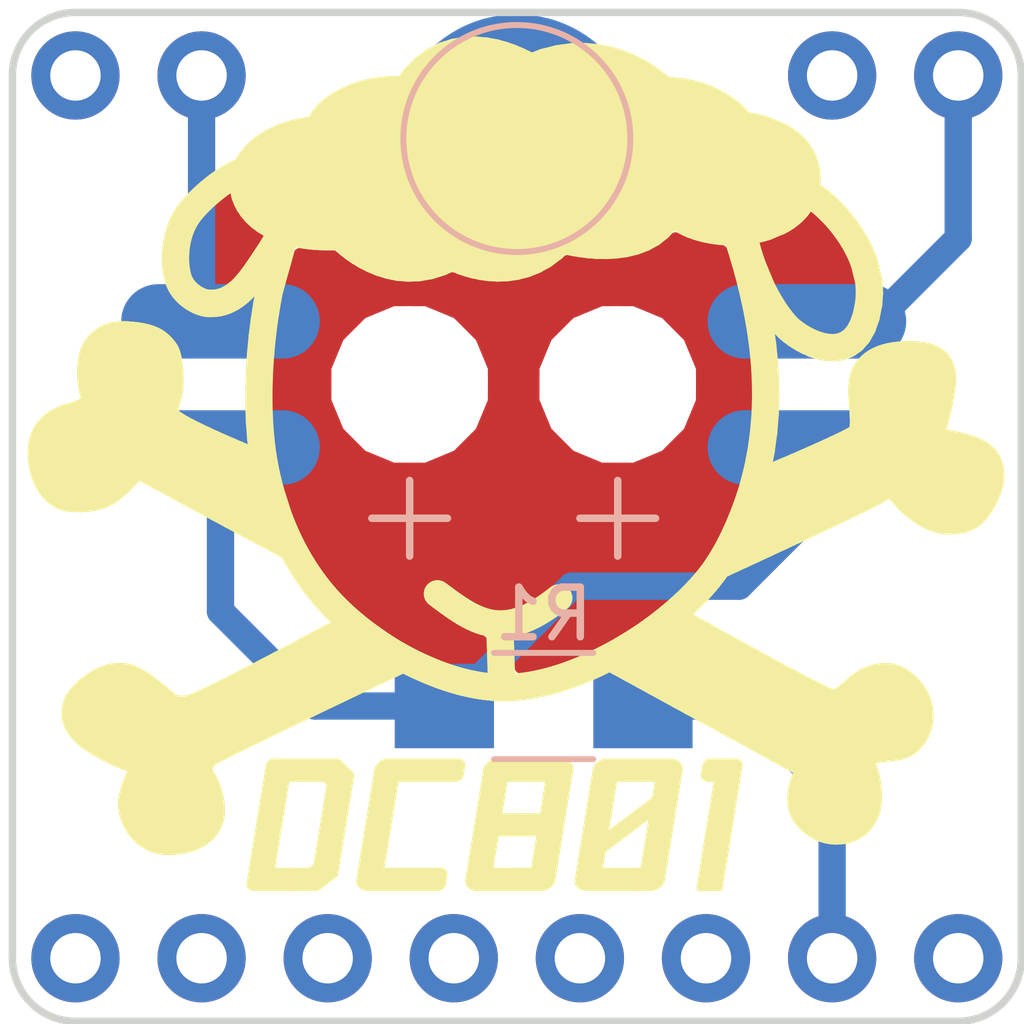
<source format=kicad_pcb>
(kicad_pcb (version 4) (host pcbnew 4.0.7)
  (title_block (title "DC801 SAINTCON Minibadge") (date 2017-09-13) (rev 1.0) (company DC801) (comment 1 @hamster))
  (layers (0 F.Cu signal) (31 B.Cu signal) (34 B.Paste user) (35 F.Paste user) (36 B.SilkS user) (37 F.SilkS user) (38 B.Mask user) (39 F.Mask user) (44 Edge.Cuts user))
  (net 0 "")
  (net 1 "Net-(D1-Pad1)")
  (net 2 "Net-(D1-Pad2)")
  (net 3 "Net-(R1-Pad1)")
  (net 4 "Net-(D2-Pad1)")
  (net 5 "Net-(U1-Pad1)")
  (net 6 "Net-(U1-Pad7)")
  (net 7 "Net-(U1-Pad9)")
  (net 8 "Net-(U1-Pad10)")
  (net 9 "Net-(U1-Pad11)")
  (net 10 "Net-(U1-Pad12)")
  (net 11 "Net-(U1-Pad13)")
  (net 12 "Net-(U1-Pad14)")
  (net 13 "Net-(U1-Pad16)")
  (module Resistors_SMD:R_1206_HandSoldering (layer B.Cu) (at 143.13306 96.32696 180)
    (fp_text reference R1 (at 0 1.85 180) (layer B.SilkS) (effects (justify mirror)))
    (fp_text value 470)
    (pad 1 smd rect (at -2 0 180) (size 2 1.7) (layers B.Cu B.Paste B.Mask) (net 3 "Net-(R1-Pad1)"))
    (pad 2 smd rect (at 2 0 180) (size 2 1.7) (layers B.Cu B.Paste B.Mask) (net 2 "Net-(D1-Pad2)"))
  )
  (module minibadge_kicad:SAINTCON-Minibadge-NoSPI-NoSilk (layer F.Cu) (at 132.43306 82.35696)
    (fp_text reference U1 hide)
    (fp_text value SAINTCON-Minibadge hide)
    (pad 1 thru_hole circle (at 1.27 1.27 90) (size 1.778 1.778) (drill 1.016) (layers *.Cu *.Mask) (net 5 "Net-(U1-Pad1)"))
    (pad 2 thru_hole circle (at 3.81 1.27 90) (size 1.778 1.778) (drill 1.016) (layers *.Cu *.Mask) (net 1 "Net-(D1-Pad1)"))
    (pad 7 thru_hole circle (at 16.51 1.27 90) (size 1.778 1.778) (drill 1.016) (layers *.Cu *.Mask) (net 6 "Net-(U1-Pad7)"))
    (pad 8 thru_hole circle (at 19.05 1.27 90) (size 1.778 1.778) (drill 1.016) (layers *.Cu *.Mask) (net 4 "Net-(D2-Pad1)"))
    (pad 9 thru_hole circle (at 1.27 19.05 90) (size 1.778 1.778) (drill 1.016) (layers *.Cu *.Mask) (net 7 "Net-(U1-Pad9)"))
    (pad 10 thru_hole circle (at 3.81 19.05 90) (size 1.778 1.778) (drill 1.016) (layers *.Cu *.Mask) (net 8 "Net-(U1-Pad10)"))
    (pad 11 thru_hole circle (at 6.35 19.05 90) (size 1.778 1.778) (drill 1.016) (layers *.Cu *.Mask) (net 9 "Net-(U1-Pad11)"))
    (pad 12 thru_hole circle (at 8.89 19.05 90) (size 1.778 1.778) (drill 1.016) (layers *.Cu *.Mask) (net 10 "Net-(U1-Pad12)"))
    (pad 13 thru_hole circle (at 11.43 19.05 90) (size 1.778 1.778) (drill 1.016) (layers *.Cu *.Mask) (net 11 "Net-(U1-Pad13)"))
    (pad 14 thru_hole circle (at 13.97 19.05 90) (size 1.778 1.778) (drill 1.016) (layers *.Cu *.Mask) (net 12 "Net-(U1-Pad14)"))
    (pad 15 thru_hole circle (at 16.51 19.05 90) (size 1.778 1.778) (drill 1.016) (layers *.Cu *.Mask) (net 3 "Net-(R1-Pad1)"))
    (pad 16 thru_hole circle (at 19.05 19.05 90) (size 1.778 1.778) (drill 1.016) (layers *.Cu *.Mask) (net 13 "Net-(U1-Pad16)"))
  )
  (module DC801-Minibadge:LED-3.0mm-ThroughBoard (layer B.Cu) (at 140.43406 89.84996 180)
    (fp_text reference D1 hide)
    (fp_text value LED hide)
    (fp_text user + (at 0 -2.54 180) (layer B.SilkS) (effects (font (size 2 2)) (justify mirror)))
    (pad "" np_thru_hole circle (at 0 0 180) (size 3.1 3.1) (drill 3.1) (layers *.Cu) (clearance 0.0254))
    (pad 1 smd oval (at 3.81 1.27 180) (size 4 1.5) (layers B.Cu B.Paste B.Mask) (net 1 "Net-(D1-Pad1)"))
    (pad 2 smd oval (at 3.81 -1.27 180) (size 4 1.5) (layers B.Cu B.Paste B.Mask) (net 2 "Net-(D1-Pad2)"))
  )
  (module DC801-Minibadge:LED-3.0mm-ThroughBoard-Flip (layer B.Cu) (at 144.62506 89.84996)
    (fp_text reference D2 hide)
    (fp_text value LED hide)
    (fp_text user + (at 0 2.54) (layer B.SilkS) (effects (font (size 2 2)) (justify mirror)))
    (pad "" np_thru_hole circle (at 0 0) (size 3.1 3.1) (drill 3.1) (layers *.Cu) (clearance 0.0254))
    (pad 1 smd oval (at 3.81 -1.27) (size 4 1.5) (layers B.Cu B.Paste B.Mask) (net 4 "Net-(D2-Pad1)"))
    (pad 2 smd oval (at 3.81 1.27) (size 4 1.5) (layers B.Cu B.Paste B.Mask) (net 2 "Net-(D1-Pad2)"))
  )
  (module Connectors:1pin (layer B.Cu) (at 142.59306 84.89696)
    (fp_text reference REF** hide)
    (fp_text value 1pin hide)
    (pad 1 smd circle (at 0 0) (size 5 5) (layers B.Cu))
  )
  (gr_arc (start 151.48306 101.40696) (end 152.75306 101.40696) (angle 90) (layer Edge.Cuts) (width 0.15))
  (gr_arc (start 133.70306 101.40696) (end 133.70306 102.67696) (angle 90) (layer Edge.Cuts) (width 0.15))
  (gr_arc (start 133.70306 83.62696) (end 132.43306 83.62696) (angle 90) (layer Edge.Cuts) (width 0.15))
  (gr_arc (start 151.48306 83.62696) (end 151.48306 82.35696) (angle 90) (layer Edge.Cuts) (width 0.15))
  (gr_line (start 132.43306 101.40696) (end 132.43306 83.62696) (layer Edge.Cuts) (width 0.15))
  (gr_line (start 151.48306 102.67696) (end 133.70306 102.67696) (layer Edge.Cuts) (width 0.15))
  (gr_line (start 152.75306 83.62696) (end 152.75306 101.40696) (layer Edge.Cuts) (width 0.15))
  (gr_line (start 133.70306 82.35696) (end 151.48306 82.35696) (layer Edge.Cuts) (width 0.15))
  (gr_line (start 137.39186 92.77356) (end 138.05176 93.133105) (layer F.SilkS) (width 0.55))
  (gr_line (start 137.839756 92.97658) (end 137.903775 93.053496) (layer F.SilkS) (width 0.55))
  (gr_line (start 137.575209 92.876701) (end 137.839756 92.97658) (layer F.SilkS) (width 0.55))
  (gr_line (start 137.355341 92.758361) (end 137.575209 92.876701) (layer F.SilkS) (width 0.55))
  (gr_line (start 137.109599 92.626062) (end 137.355341 92.758361) (layer F.SilkS) (width 0.55))
  (gr_line (start 136.846369 92.484307) (end 137.109599 92.626062) (layer F.SilkS) (width 0.55))
  (gr_line (start 136.574038 92.337597) (end 136.846369 92.484307) (layer F.SilkS) (width 0.55))
  (gr_line (start 136.300992 92.190434) (end 136.574038 92.337597) (layer F.SilkS) (width 0.55))
  (gr_line (start 136.035618 92.047321) (end 136.300992 92.190434) (layer F.SilkS) (width 0.55))
  (gr_line (start 135.786302 91.91276) (end 136.035618 92.047321) (layer F.SilkS) (width 0.55))
  (gr_line (start 135.561431 91.791253) (end 135.786302 91.91276) (layer F.SilkS) (width 0.55))
  (gr_line (start 135.369391 91.687301) (end 135.561431 91.791253) (layer F.SilkS) (width 0.55))
  (gr_line (start 135.218568 91.605408) (end 135.369391 91.687301) (layer F.SilkS) (width 0.55))
  (gr_line (start 135.117349 91.550074) (end 135.218568 91.605408) (layer F.SilkS) (width 0.55))
  (gr_line (start 135.074121 91.525803) (end 135.117349 91.550074) (layer F.SilkS) (width 0.55))
  (gr_line (start 135.060888 91.518907) (end 135.074121 91.525803) (layer F.SilkS) (width 0.55))
  (gr_line (start 135.045868 91.514076) (end 135.060888 91.518907) (layer F.SilkS) (width 0.55))
  (gr_line (start 135.029317 91.511202) (end 135.045868 91.514076) (layer F.SilkS) (width 0.55))
  (gr_line (start 135.011488 91.510178) (end 135.029317 91.511202) (layer F.SilkS) (width 0.55))
  (gr_line (start 134.992639 91.510895) (end 135.011488 91.510178) (layer F.SilkS) (width 0.55))
  (gr_line (start 134.973024 91.513247) (end 134.992639 91.510895) (layer F.SilkS) (width 0.55))
  (gr_line (start 134.952898 91.517126) (end 134.973024 91.513247) (layer F.SilkS) (width 0.55))
  (gr_line (start 134.932517 91.522425) (end 134.952898 91.517126) (layer F.SilkS) (width 0.55))
  (gr_line (start 134.912136 91.529035) (end 134.932517 91.522425) (layer F.SilkS) (width 0.55))
  (gr_line (start 134.89201 91.536851) (end 134.912136 91.529035) (layer F.SilkS) (width 0.55))
  (gr_line (start 134.872394 91.545764) (end 134.89201 91.536851) (layer F.SilkS) (width 0.55))
  (gr_line (start 134.853545 91.555666) (end 134.872394 91.545764) (layer F.SilkS) (width 0.55))
  (gr_line (start 134.835717 91.566451) (end 134.853545 91.555666) (layer F.SilkS) (width 0.55))
  (gr_line (start 134.819165 91.578011) (end 134.835717 91.566451) (layer F.SilkS) (width 0.55))
  (gr_line (start 134.804145 91.590238) (end 134.819165 91.578011) (layer F.SilkS) (width 0.55))
  (gr_line (start 134.790912 91.603025) (end 134.804145 91.590238) (layer F.SilkS) (width 0.55))
  (gr_line (start 134.777175 91.617666) (end 134.790912 91.603025) (layer F.SilkS) (width 0.55))
  (gr_line (start 134.762098 91.634004) (end 134.777175 91.617666) (layer F.SilkS) (width 0.55))
  (gr_line (start 134.745667 91.651926) (end 134.762098 91.634004) (layer F.SilkS) (width 0.55))
  (gr_line (start 134.727871 91.671318) (end 134.745667 91.651926) (layer F.SilkS) (width 0.55))
  (gr_line (start 134.708696 91.692067) (end 134.727871 91.671318) (layer F.SilkS) (width 0.55))
  (gr_line (start 134.68813 91.714061) (end 134.708696 91.692067) (layer F.SilkS) (width 0.55))
  (gr_line (start 134.66616 91.737186) (end 134.68813 91.714061) (layer F.SilkS) (width 0.55))
  (gr_line (start 134.642772 91.761329) (end 134.66616 91.737186) (layer F.SilkS) (width 0.55))
  (gr_line (start 134.617955 91.786377) (end 134.642772 91.761329) (layer F.SilkS) (width 0.55))
  (gr_line (start 134.591696 91.812217) (end 134.617955 91.786377) (layer F.SilkS) (width 0.55))
  (gr_line (start 134.563982 91.838736) (end 134.591696 91.812217) (layer F.SilkS) (width 0.55))
  (gr_line (start 134.534799 91.86582) (end 134.563982 91.838736) (layer F.SilkS) (width 0.55))
  (gr_line (start 134.504136 91.893357) (end 134.534799 91.86582) (layer F.SilkS) (width 0.55))
  (gr_line (start 134.471979 91.921233) (end 134.504136 91.893357) (layer F.SilkS) (width 0.55))
  (gr_line (start 134.438316 91.949335) (end 134.471979 91.921233) (layer F.SilkS) (width 0.55))
  (gr_line (start 134.403134 91.97755) (end 134.438316 91.949335) (layer F.SilkS) (width 0.55))
  (gr_line (start 134.364975 92.004526) (end 134.403134 91.97755) (layer F.SilkS) (width 0.55))
  (gr_line (start 134.324154 92.029019) (end 134.364975 92.004526) (layer F.SilkS) (width 0.55))
  (gr_line (start 134.28087 92.05108) (end 134.324154 92.029019) (layer F.SilkS) (width 0.55))
  (gr_line (start 134.235319 92.070759) (end 134.28087 92.05108) (layer F.SilkS) (width 0.55))
  (gr_line (start 134.187701 92.088109) (end 134.235319 92.070759) (layer F.SilkS) (width 0.55))
  (gr_line (start 134.138213 92.103179) (end 134.187701 92.088109) (layer F.SilkS) (width 0.55))
  (gr_line (start 134.087053 92.11602) (end 134.138213 92.103179) (layer F.SilkS) (width 0.55))
  (gr_line (start 134.034418 92.126685) (end 134.087053 92.11602) (layer F.SilkS) (width 0.55))
  (gr_line (start 133.980507 92.135222) (end 134.034418 92.126685) (layer F.SilkS) (width 0.55))
  (gr_line (start 133.925517 92.141684) (end 133.980507 92.135222) (layer F.SilkS) (width 0.55))
  (gr_line (start 133.869647 92.146121) (end 133.925517 92.141684) (layer F.SilkS) (width 0.55))
  (gr_line (start 133.813093 92.148584) (end 133.869647 92.146121) (layer F.SilkS) (width 0.55))
  (gr_line (start 133.756055 92.149124) (end 133.813093 92.148584) (layer F.SilkS) (width 0.55))
  (gr_line (start 133.698729 92.147792) (end 133.756055 92.149124) (layer F.SilkS) (width 0.55))
  (gr_line (start 133.641314 92.144639) (end 133.698729 92.147792) (layer F.SilkS) (width 0.55))
  (gr_line (start 133.584007 92.139716) (end 133.641314 92.144639) (layer F.SilkS) (width 0.55))
  (gr_line (start 133.527432 92.129357) (end 133.584007 92.139716) (layer F.SilkS) (width 0.55))
  (gr_line (start 133.472273 92.111504) (end 133.527432 92.129357) (layer F.SilkS) (width 0.55))
  (gr_line (start 133.418824 92.086446) (end 133.472273 92.111504) (layer F.SilkS) (width 0.55))
  (gr_line (start 133.36738 92.05447) (end 133.418824 92.086446) (layer F.SilkS) (width 0.55))
  (gr_line (start 133.318233 92.015866) (end 133.36738 92.05447) (layer F.SilkS) (width 0.55))
  (gr_line (start 133.271678 91.970921) (end 133.318233 92.015866) (layer F.SilkS) (width 0.55))
  (gr_line (start 133.228007 91.919925) (end 133.271678 91.970921) (layer F.SilkS) (width 0.55))
  (gr_line (start 133.187515 91.863165) (end 133.228007 91.919925) (layer F.SilkS) (width 0.55))
  (gr_line (start 133.150495 91.800931) (end 133.187515 91.863165) (layer F.SilkS) (width 0.55))
  (gr_line (start 133.11724 91.73351) (end 133.150495 91.800931) (layer F.SilkS) (width 0.55))
  (gr_line (start 133.088045 91.661191) (end 133.11724 91.73351) (layer F.SilkS) (width 0.55))
  (gr_line (start 133.063203 91.584262) (end 133.088045 91.661191) (layer F.SilkS) (width 0.55))
  (gr_line (start 133.043007 91.503013) (end 133.063203 91.584262) (layer F.SilkS) (width 0.55))
  (gr_line (start 133.027751 91.41773) (end 133.043007 91.503013) (layer F.SilkS) (width 0.55))
  (gr_line (start 133.017728 91.328704) (end 133.027751 91.41773) (layer F.SilkS) (width 0.55))
  (gr_line (start 133.013233 91.236221) (end 133.017728 91.328704) (layer F.SilkS) (width 0.55))
  (gr_line (start 133.016041 91.145949) (end 133.013233 91.236221) (layer F.SilkS) (width 0.55))
  (gr_line (start 133.027121 91.063159) (end 133.016041 91.145949) (layer F.SilkS) (width 0.55))
  (gr_line (start 133.045553 90.987552) (end 133.027121 91.063159) (layer F.SilkS) (width 0.55))
  (gr_line (start 133.070419 90.918828) (end 133.045553 90.987552) (layer F.SilkS) (width 0.55))
  (gr_line (start 133.100799 90.856688) (end 133.070419 90.918828) (layer F.SilkS) (width 0.55))
  (gr_line (start 133.135775 90.800831) (end 133.100799 90.856688) (layer F.SilkS) (width 0.55))
  (gr_line (start 133.174427 90.750958) (end 133.135775 90.800831) (layer F.SilkS) (width 0.55))
  (gr_line (start 133.215836 90.70677) (end 133.174427 90.750958) (layer F.SilkS) (width 0.55))
  (gr_line (start 133.259083 90.667966) (end 133.215836 90.70677) (layer F.SilkS) (width 0.55))
  (gr_line (start 133.303249 90.634246) (end 133.259083 90.667966) (layer F.SilkS) (width 0.55))
  (gr_line (start 133.347416 90.605312) (end 133.303249 90.634246) (layer F.SilkS) (width 0.55))
  (gr_line (start 133.390663 90.580862) (end 133.347416 90.605312) (layer F.SilkS) (width 0.55))
  (gr_line (start 133.432072 90.560598) (end 133.390663 90.580862) (layer F.SilkS) (width 0.55))
  (gr_line (start 133.470724 90.54422) (end 133.432072 90.560598) (layer F.SilkS) (width 0.55))
  (gr_line (start 133.505699 90.531427) (end 133.470724 90.54422) (layer F.SilkS) (width 0.55))
  (gr_line (start 133.53608 90.52192) (end 133.505699 90.531427) (layer F.SilkS) (width 0.55))
  (gr_line (start 133.564234 90.514498) (end 133.53608 90.52192) (layer F.SilkS) (width 0.55))
  (gr_line (start 133.593019 90.506702) (end 133.564234 90.514498) (layer F.SilkS) (width 0.55))
  (gr_line (start 133.622252 90.498522) (end 133.593019 90.506702) (layer F.SilkS) (width 0.55))
  (gr_line (start 133.651746 90.489946) (end 133.622252 90.498522) (layer F.SilkS) (width 0.55))
  (gr_line (start 133.681317 90.480962) (end 133.651746 90.489946) (layer F.SilkS) (width 0.55))
  (gr_line (start 133.710779 90.47156) (end 133.681317 90.480962) (layer F.SilkS) (width 0.55))
  (gr_line (start 133.739948 90.461728) (end 133.710779 90.47156) (layer F.SilkS) (width 0.55))
  (gr_line (start 133.768638 90.451455) (end 133.739948 90.461728) (layer F.SilkS) (width 0.55))
  (gr_line (start 133.796664 90.44073) (end 133.768638 90.451455) (layer F.SilkS) (width 0.55))
  (gr_line (start 133.823841 90.429541) (end 133.796664 90.44073) (layer F.SilkS) (width 0.55))
  (gr_line (start 133.849985 90.417876) (end 133.823841 90.429541) (layer F.SilkS) (width 0.55))
  (gr_line (start 133.874909 90.405726) (end 133.849985 90.417876) (layer F.SilkS) (width 0.55))
  (gr_line (start 133.898429 90.393077) (end 133.874909 90.405726) (layer F.SilkS) (width 0.55))
  (gr_line (start 133.92036 90.37992) (end 133.898429 90.393077) (layer F.SilkS) (width 0.55))
  (gr_line (start 133.940517 90.366242) (end 133.92036 90.37992) (layer F.SilkS) (width 0.55))
  (gr_line (start 133.958714 90.352033) (end 133.940517 90.366242) (layer F.SilkS) (width 0.55))
  (gr_line (start 133.973485 90.338844) (end 133.958714 90.352033) (layer F.SilkS) (width 0.55))
  (gr_line (start 133.988244 90.323987) (end 133.973485 90.338844) (layer F.SilkS) (width 0.55))
  (gr_line (start 134.002772 90.307603) (end 133.988244 90.323987) (layer F.SilkS) (width 0.55))
  (gr_line (start 134.016854 90.289833) (end 134.002772 90.307603) (layer F.SilkS) (width 0.55))
  (gr_line (start 134.030272 90.270819) (end 134.016854 90.289833) (layer F.SilkS) (width 0.55))
  (gr_line (start 134.042809 90.250702) (end 134.030272 90.270819) (layer F.SilkS) (width 0.55))
  (gr_line (start 134.054248 90.229623) (end 134.042809 90.250702) (layer F.SilkS) (width 0.55))
  (gr_line (start 134.064373 90.207724) (end 134.054248 90.229623) (layer F.SilkS) (width 0.55))
  (gr_line (start 134.072966 90.185147) (end 134.064373 90.207724) (layer F.SilkS) (width 0.55))
  (gr_line (start 134.07981 90.162032) (end 134.072966 90.185147) (layer F.SilkS) (width 0.55))
  (gr_line (start 134.084688 90.138522) (end 134.07981 90.162032) (layer F.SilkS) (width 0.55))
  (gr_line (start 134.087384 90.114757) (end 134.084688 90.138522) (layer F.SilkS) (width 0.55))
  (gr_line (start 134.087679 90.090878) (end 134.087384 90.114757) (layer F.SilkS) (width 0.55))
  (gr_line (start 134.085358 90.067028) (end 134.087679 90.090878) (layer F.SilkS) (width 0.55))
  (gr_line (start 134.080203 90.043348) (end 134.085358 90.067028) (layer F.SilkS) (width 0.55))
  (gr_line (start 134.071998 90.019979) (end 134.080203 90.043348) (layer F.SilkS) (width 0.55))
  (gr_line (start 134.057223 89.983018) (end 134.071998 90.019979) (layer F.SilkS) (width 0.55))
  (gr_line (start 134.044068 89.938036) (end 134.057223 89.983018) (layer F.SilkS) (width 0.55))
  (gr_line (start 134.032727 89.886155) (end 134.044068 89.938036) (layer F.SilkS) (width 0.55))
  (gr_line (start 134.023389 89.828493) (end 134.032727 89.886155) (layer F.SilkS) (width 0.55))
  (gr_line (start 134.016247 89.766171) (end 134.023389 89.828493) (layer F.SilkS) (width 0.55))
  (gr_line (start 134.011493 89.700308) (end 134.016247 89.766171) (layer F.SilkS) (width 0.55))
  (gr_line (start 134.009316 89.632025) (end 134.011493 89.700308) (layer F.SilkS) (width 0.55))
  (gr_line (start 134.00991 89.56244) (end 134.009316 89.632025) (layer F.SilkS) (width 0.55))
  (gr_line (start 134.013465 89.492675) (end 134.00991 89.56244) (layer F.SilkS) (width 0.55))
  (gr_line (start 134.020173 89.423848) (end 134.013465 89.492675) (layer F.SilkS) (width 0.55))
  (gr_line (start 134.030225 89.357081) (end 134.020173 89.423848) (layer F.SilkS) (width 0.55))
  (gr_line (start 134.043813 89.293491) (end 134.030225 89.357081) (layer F.SilkS) (width 0.55))
  (gr_line (start 134.061129 89.234201) (end 134.043813 89.293491) (layer F.SilkS) (width 0.55))
  (gr_line (start 134.082363 89.180328) (end 134.061129 89.234201) (layer F.SilkS) (width 0.55))
  (gr_line (start 134.107707 89.132994) (end 134.082363 89.180328) (layer F.SilkS) (width 0.55))
  (gr_line (start 134.137354 89.093318) (end 134.107707 89.132994) (layer F.SilkS) (width 0.55))
  (gr_line (start 134.1696 89.058435) (end 134.137354 89.093318) (layer F.SilkS) (width 0.55))
  (gr_line (start 134.201297 89.026194) (end 134.1696 89.058435) (layer F.SilkS) (width 0.55))
  (gr_line (start 134.232918 88.996611) (end 134.201297 89.026194) (layer F.SilkS) (width 0.55))
  (gr_line (start 134.264934 88.969703) (end 134.232918 88.996611) (layer F.SilkS) (width 0.55))
  (gr_line (start 134.297818 88.945487) (end 134.264934 88.969703) (layer F.SilkS) (width 0.55))
  (gr_line (start 134.332043 88.923981) (end 134.297818 88.945487) (layer F.SilkS) (width 0.55))
  (gr_line (start 134.36808 88.9052) (end 134.332043 88.923981) (layer F.SilkS) (width 0.55))
  (gr_line (start 134.406402 88.889163) (end 134.36808 88.9052) (layer F.SilkS) (width 0.55))
  (gr_line (start 134.447481 88.875886) (end 134.406402 88.889163) (layer F.SilkS) (width 0.55))
  (gr_line (start 134.49179 88.865386) (end 134.447481 88.875886) (layer F.SilkS) (width 0.55))
  (gr_line (start 134.539801 88.85768) (end 134.49179 88.865386) (layer F.SilkS) (width 0.55))
  (gr_line (start 134.591985 88.852784) (end 134.539801 88.85768) (layer F.SilkS) (width 0.55))
  (gr_line (start 134.648817 88.850717) (end 134.591985 88.852784) (layer F.SilkS) (width 0.55))
  (gr_line (start 134.710766 88.851495) (end 134.648817 88.850717) (layer F.SilkS) (width 0.55))
  (gr_line (start 134.778307 88.855134) (end 134.710766 88.851495) (layer F.SilkS) (width 0.55))
  (gr_line (start 134.851911 88.861653) (end 134.778307 88.855134) (layer F.SilkS) (width 0.55))
  (gr_line (start 134.925308 88.870339) (end 134.851911 88.861653) (layer F.SilkS) (width 0.55))
  (gr_line (start 134.992214 88.880468) (end 134.925308 88.870339) (layer F.SilkS) (width 0.55))
  (gr_line (start 135.053082 88.892034) (end 134.992214 88.880468) (layer F.SilkS) (width 0.55))
  (gr_line (start 135.108365 88.90503) (end 135.053082 88.892034) (layer F.SilkS) (width 0.55))
  (gr_line (start 135.158517 88.919451) (end 135.108365 88.90503) (layer F.SilkS) (width 0.55))
  (gr_line (start 135.20399 88.935293) (end 135.158517 88.919451) (layer F.SilkS) (width 0.55))
  (gr_line (start 135.245239 88.952548) (end 135.20399 88.935293) (layer F.SilkS) (width 0.55))
  (gr_line (start 135.282715 88.971211) (end 135.245239 88.952548) (layer F.SilkS) (width 0.55))
  (gr_line (start 135.316873 88.991277) (end 135.282715 88.971211) (layer F.SilkS) (width 0.55))
  (gr_line (start 135.348165 89.012741) (end 135.316873 88.991277) (layer F.SilkS) (width 0.55))
  (gr_line (start 135.377044 89.035595) (end 135.348165 89.012741) (layer F.SilkS) (width 0.55))
  (gr_line (start 135.403964 89.059835) (end 135.377044 89.035595) (layer F.SilkS) (width 0.55))
  (gr_line (start 135.429378 89.085455) (end 135.403964 89.059835) (layer F.SilkS) (width 0.55))
  (gr_line (start 135.453738 89.11245) (end 135.429378 89.085455) (layer F.SilkS) (width 0.55))
  (gr_line (start 135.477499 89.140813) (end 135.453738 89.11245) (layer F.SilkS) (width 0.55))
  (gr_line (start 135.501113 89.17054) (end 135.477499 89.140813) (layer F.SilkS) (width 0.55))
  (gr_line (start 135.521282 89.201134) (end 135.501113 89.17054) (layer F.SilkS) (width 0.55))
  (gr_line (start 135.539314 89.241359) (end 135.521282 89.201134) (layer F.SilkS) (width 0.55))
  (gr_line (start 135.555213 89.289899) (end 135.539314 89.241359) (layer F.SilkS) (width 0.55))
  (gr_line (start 135.568988 89.345435) (end 135.555213 89.289899) (layer F.SilkS) (width 0.55))
  (gr_line (start 135.580643 89.40665) (end 135.568988 89.345435) (layer F.SilkS) (width 0.55))
  (gr_line (start 135.590186 89.472225) (end 135.580643 89.40665) (layer F.SilkS) (width 0.55))
  (gr_line (start 135.597622 89.540843) (end 135.590186 89.472225) (layer F.SilkS) (width 0.55))
  (gr_line (start 135.602959 89.611186) (end 135.597622 89.540843) (layer F.SilkS) (width 0.55))
  (gr_line (start 135.606202 89.681937) (end 135.602959 89.611186) (layer F.SilkS) (width 0.55))
  (gr_line (start 135.607359 89.751777) (end 135.606202 89.681937) (layer F.SilkS) (width 0.55))
  (gr_line (start 135.606434 89.819388) (end 135.607359 89.751777) (layer F.SilkS) (width 0.55))
  (gr_line (start 135.603436 89.883453) (end 135.606434 89.819388) (layer F.SilkS) (width 0.55))
  (gr_line (start 135.598369 89.942655) (end 135.603436 89.883453) (layer F.SilkS) (width 0.55))
  (gr_line (start 135.591241 89.995674) (end 135.598369 89.942655) (layer F.SilkS) (width 0.55))
  (gr_line (start 135.582058 90.041193) (end 135.591241 89.995674) (layer F.SilkS) (width 0.55))
  (gr_line (start 135.570826 90.077895) (end 135.582058 90.041193) (layer F.SilkS) (width 0.55))
  (gr_line (start 135.559385 90.109572) (end 135.570826 90.077895) (layer F.SilkS) (width 0.55))
  (gr_line (start 135.54813 90.140909) (end 135.559385 90.109572) (layer F.SilkS) (width 0.55))
  (gr_line (start 135.537347 90.17193) (end 135.54813 90.140909) (layer F.SilkS) (width 0.55))
  (gr_line (start 135.527323 90.202657) (end 135.537347 90.17193) (layer F.SilkS) (width 0.55))
  (gr_line (start 135.518346 90.233112) (end 135.527323 90.202657) (layer F.SilkS) (width 0.55))
  (gr_line (start 135.510703 90.263318) (end 135.518346 90.233112) (layer F.SilkS) (width 0.55))
  (gr_line (start 135.504682 90.293298) (end 135.510703 90.263318) (layer F.SilkS) (width 0.55))
  (gr_line (start 135.500568 90.323074) (end 135.504682 90.293298) (layer F.SilkS) (width 0.55))
  (gr_line (start 135.49865 90.35267) (end 135.500568 90.323074) (layer F.SilkS) (width 0.55))
  (gr_line (start 135.499215 90.382107) (end 135.49865 90.35267) (layer F.SilkS) (width 0.55))
  (gr_line (start 135.50255 90.411408) (end 135.499215 90.382107) (layer F.SilkS) (width 0.55))
  (gr_line (start 135.508942 90.440596) (end 135.50255 90.411408) (layer F.SilkS) (width 0.55))
  (gr_line (start 135.518678 90.469694) (end 135.508942 90.440596) (layer F.SilkS) (width 0.55))
  (gr_line (start 135.532046 90.498724) (end 135.518678 90.469694) (layer F.SilkS) (width 0.55))
  (gr_line (start 135.549333 90.527708) (end 135.532046 90.498724) (layer F.SilkS) (width 0.55))
  (gr_line (start 135.570826 90.55667) (end 135.549333 90.527708) (layer F.SilkS) (width 0.55))
  (gr_line (start 135.625825 90.607293) (end 135.570826 90.55667) (layer F.SilkS) (width 0.55))
  (gr_line (start 135.71243 90.666824) (end 135.625825 90.607293) (layer F.SilkS) (width 0.55))
  (gr_line (start 135.82579 90.733584) (end 135.71243 90.666824) (layer F.SilkS) (width 0.55))
  (gr_line (start 135.961055 90.805891) (end 135.82579 90.733584) (layer F.SilkS) (width 0.55))
  (gr_line (start 136.113373 90.882068) (end 135.961055 90.805891) (layer F.SilkS) (width 0.55))
  (gr_line (start 136.277895 90.960433) (end 136.113373 90.882068) (layer F.SilkS) (width 0.55))
  (gr_line (start 136.449769 91.039307) (end 136.277895 90.960433) (layer F.SilkS) (width 0.55))
  (gr_line (start 136.624144 91.11701) (end 136.449769 91.039307) (layer F.SilkS) (width 0.55))
  (gr_line (start 136.796172 91.191863) (end 136.624144 91.11701) (layer F.SilkS) (width 0.55))
  (gr_line (start 136.961 91.262186) (end 136.796172 91.191863) (layer F.SilkS) (width 0.55))
  (gr_line (start 137.113777 91.326298) (end 136.961 91.262186) (layer F.SilkS) (width 0.55))
  (gr_line (start 137.249655 91.38252) (end 137.113777 91.326298) (layer F.SilkS) (width 0.55))
  (gr_line (start 137.363781 91.429173) (end 137.249655 91.38252) (layer F.SilkS) (width 0.55))
  (gr_line (start 137.513591 91.489771) (end 137.363781 91.429173) (layer F.SilkS) (width 0.55))
  (gr_line (start 140.037553 95.497901) (end 140.310451 95.368154) (layer F.SilkS) (width 0.55))
  (gr_line (start 139.779566 95.620708) (end 140.037553 95.497901) (layer F.SilkS) (width 0.55))
  (gr_line (start 139.473967 95.766388) (end 139.779566 95.620708) (layer F.SilkS) (width 0.55))
  (gr_line (start 139.132415 95.929482) (end 139.473967 95.766388) (layer F.SilkS) (width 0.55))
  (gr_line (start 138.766572 96.104533) (end 139.132415 95.929482) (layer F.SilkS) (width 0.55))
  (gr_line (start 138.388099 96.286082) (end 138.766572 96.104533) (layer F.SilkS) (width 0.55))
  (gr_line (start 138.008655 96.468672) (end 138.388099 96.286082) (layer F.SilkS) (width 0.55))
  (gr_line (start 137.639902 96.646845) (end 138.008655 96.468672) (layer F.SilkS) (width 0.55))
  (gr_line (start 137.2935 96.815143) (end 137.639902 96.646845) (layer F.SilkS) (width 0.55))
  (gr_line (start 136.981109 96.968107) (end 137.2935 96.815143) (layer F.SilkS) (width 0.55))
  (gr_line (start 136.714392 97.100281) (end 136.981109 96.968107) (layer F.SilkS) (width 0.55))
  (gr_line (start 136.505007 97.206205) (end 136.714392 97.100281) (layer F.SilkS) (width 0.55))
  (gr_line (start 136.364617 97.280423) (end 136.505007 97.206205) (layer F.SilkS) (width 0.55))
  (gr_line (start 136.30488 97.317475) (end 136.364617 97.280423) (layer F.SilkS) (width 0.55))
  (gr_line (start 136.290261 97.335735) (end 136.30488 97.317475) (layer F.SilkS) (width 0.55))
  (gr_line (start 136.275955 97.356953) (end 136.290261 97.335735) (layer F.SilkS) (width 0.55))
  (gr_line (start 136.262172 97.380739) (end 136.275955 97.356953) (layer F.SilkS) (width 0.55))
  (gr_line (start 136.249124 97.406703) (end 136.262172 97.380739) (layer F.SilkS) (width 0.55))
  (gr_line (start 136.237019 97.434453) (end 136.249124 97.406703) (layer F.SilkS) (width 0.55))
  (gr_line (start 136.22607 97.463601) (end 136.237019 97.434453) (layer F.SilkS) (width 0.55))
  (gr_line (start 136.216487 97.493755) (end 136.22607 97.463601) (layer F.SilkS) (width 0.55))
  (gr_line (start 136.20848 97.524526) (end 136.216487 97.493755) (layer F.SilkS) (width 0.55))
  (gr_line (start 136.202261 97.555523) (end 136.20848 97.524526) (layer F.SilkS) (width 0.55))
  (gr_line (start 136.198039 97.73384) (end 136.202261 97.555523) (layer F.SilkS) (width 0.55))
  (gr_line (start 136.196025 97.736868) (end 136.198039 97.73384) (layer F.SilkS) (width 0.55))
  (gr_line (start 136.19643 97.739801) (end 136.196025 97.736868) (layer F.SilkS) (width 0.55))
  (gr_line (start 136.199465 97.742601) (end 136.19643 97.739801) (layer F.SilkS) (width 0.55))
  (gr_line (start 136.20534 97.700243) (end 136.199465 97.742601) (layer F.SilkS) (width 0.55))
  (gr_line (start 136.214266 97.724402) (end 136.20534 97.700243) (layer F.SilkS) (width 0.55))
  (gr_line (start 136.226453 97.746056) (end 136.214266 97.724402) (layer F.SilkS) (width 0.55))
  (gr_line (start 136.240435 97.769007) (end 136.226453 97.746056) (layer F.SilkS) (width 0.55))
  (gr_line (start 136.256 97.79573) (end 136.240435 97.769007) (layer F.SilkS) (width 0.55))
  (gr_line (start 136.27279 97.826016) (end 136.256 97.79573) (layer F.SilkS) (width 0.55))
  (gr_line (start 136.290448 97.859656) (end 136.27279 97.826016) (layer F.SilkS) (width 0.55))
  (gr_line (start 136.308616 97.896441) (end 136.290448 97.859656) (layer F.SilkS) (width 0.55))
  (gr_line (start 136.326938 97.936162) (end 136.308616 97.896441) (layer F.SilkS) (width 0.55))
  (gr_line (start 136.345056 97.978608) (end 136.326938 97.936162) (layer F.SilkS) (width 0.55))
  (gr_line (start 136.362611 98.023572) (end 136.345056 97.978608) (layer F.SilkS) (width 0.55))
  (gr_line (start 136.379248 98.070843) (end 136.362611 98.023572) (layer F.SilkS) (width 0.55))
  (gr_line (start 136.394609 98.120212) (end 136.379248 98.070843) (layer F.SilkS) (width 0.55))
  (gr_line (start 136.408335 98.17147) (end 136.394609 98.120212) (layer F.SilkS) (width 0.55))
  (gr_line (start 136.42007 98.224408) (end 136.408335 98.17147) (layer F.SilkS) (width 0.55))
  (gr_line (start 136.429456 98.278817) (end 136.42007 98.224408) (layer F.SilkS) (width 0.55))
  (gr_line (start 136.436137 98.334487) (end 136.429456 98.278817) (layer F.SilkS) (width 0.55))
  (gr_line (start 136.439753 98.391209) (end 136.436137 98.334487) (layer F.SilkS) (width 0.55))
  (gr_line (start 136.439949 98.448774) (end 136.439753 98.391209) (layer F.SilkS) (width 0.55))
  (gr_line (start 136.435535 98.50623) (end 136.439949 98.448774) (layer F.SilkS) (width 0.55))
  (gr_line (start 136.425465 98.562555) (end 136.435535 98.50623) (layer F.SilkS) (width 0.55))
  (gr_line (start 136.409601 98.617432) (end 136.425465 98.562555) (layer F.SilkS) (width 0.55))
  (gr_line (start 136.387801 98.670545) (end 136.409601 98.617432) (layer F.SilkS) (width 0.55))
  (gr_line (start 136.359924 98.721576) (end 136.387801 98.670545) (layer F.SilkS) (width 0.55))
  (gr_line (start 136.325832 98.770209) (end 136.359924 98.721576) (layer F.SilkS) (width 0.55))
  (gr_line (start 136.285382 98.816128) (end 136.325832 98.770209) (layer F.SilkS) (width 0.55))
  (gr_line (start 136.238435 98.859014) (end 136.285382 98.816128) (layer F.SilkS) (width 0.55))
  (gr_line (start 136.184851 98.898553) (end 136.238435 98.859014) (layer F.SilkS) (width 0.55))
  (gr_line (start 136.124488 98.934426) (end 136.184851 98.898553) (layer F.SilkS) (width 0.55))
  (gr_line (start 136.057207 98.966318) (end 136.124488 98.934426) (layer F.SilkS) (width 0.55))
  (gr_line (start 135.982867 98.993911) (end 136.057207 98.966318) (layer F.SilkS) (width 0.55))
  (gr_line (start 135.901327 99.016889) (end 135.982867 98.993911) (layer F.SilkS) (width 0.55))
  (gr_line (start 135.812448 99.034935) (end 135.901327 99.016889) (layer F.SilkS) (width 0.55))
  (gr_line (start 135.716088 99.047732) (end 135.812448 99.034935) (layer F.SilkS) (width 0.55))
  (gr_line (start 135.612108 99.054964) (end 135.716088 99.047732) (layer F.SilkS) (width 0.55))
  (gr_line (start 135.508571 99.05283) (end 135.612108 99.054964) (layer F.SilkS) (width 0.55))
  (gr_line (start 135.413471 99.038615) (end 135.508571 99.05283) (layer F.SilkS) (width 0.55))
  (gr_line (start 135.326566 99.013631) (end 135.413471 99.038615) (layer F.SilkS) (width 0.55))
  (gr_line (start 135.247613 98.979191) (end 135.326566 99.013631) (layer F.SilkS) (width 0.55))
  (gr_line (start 135.17637 98.936606) (end 135.247613 98.979191) (layer F.SilkS) (width 0.55))
  (gr_line (start 135.112595 98.887188) (end 135.17637 98.936606) (layer F.SilkS) (width 0.55))
  (gr_line (start 135.056045 98.832251) (end 135.112595 98.887188) (layer F.SilkS) (width 0.55))
  (gr_line (start 135.006477 98.773105) (end 135.056045 98.832251) (layer F.SilkS) (width 0.55))
  (gr_line (start 134.963649 98.711064) (end 135.006477 98.773105) (layer F.SilkS) (width 0.55))
  (gr_line (start 134.927318 98.647439) (end 134.963649 98.711064) (layer F.SilkS) (width 0.55))
  (gr_line (start 134.897242 98.583542) (end 134.927318 98.647439) (layer F.SilkS) (width 0.55))
  (gr_line (start 134.873178 98.520686) (end 134.897242 98.583542) (layer F.SilkS) (width 0.55))
  (gr_line (start 134.854884 98.460184) (end 134.873178 98.520686) (layer F.SilkS) (width 0.55))
  (gr_line (start 134.842117 98.403346) (end 134.854884 98.460184) (layer F.SilkS) (width 0.55))
  (gr_line (start 134.834635 98.351485) (end 134.842117 98.403346) (layer F.SilkS) (width 0.55))
  (gr_line (start 134.832195 98.305914) (end 134.834635 98.351485) (layer F.SilkS) (width 0.55))
  (gr_line (start 134.834299 98.262201) (end 134.832195 98.305914) (layer F.SilkS) (width 0.55))
  (gr_line (start 134.840245 98.21557) (end 134.834299 98.262201) (layer F.SilkS) (width 0.55))
  (gr_line (start 134.849485 98.166813) (end 134.840245 98.21557) (layer F.SilkS) (width 0.55))
  (gr_line (start 134.861469 98.11672) (end 134.849485 98.166813) (layer F.SilkS) (width 0.55))
  (gr_line (start 134.875648 98.066085) (end 134.861469 98.11672) (layer F.SilkS) (width 0.55))
  (gr_line (start 134.891475 98.015699) (end 134.875648 98.066085) (layer F.SilkS) (width 0.55))
  (gr_line (start 134.908399 97.966353) (end 134.891475 98.015699) (layer F.SilkS) (width 0.55))
  (gr_line (start 134.925872 97.91884) (end 134.908399 97.966353) (layer F.SilkS) (width 0.55))
  (gr_line (start 134.943344 97.873951) (end 134.925872 97.91884) (layer F.SilkS) (width 0.55))
  (gr_line (start 134.960268 97.832478) (end 134.943344 97.873951) (layer F.SilkS) (width 0.55))
  (gr_line (start 134.976095 97.795213) (end 134.960268 97.832478) (layer F.SilkS) (width 0.55))
  (gr_line (start 134.990274 97.762948) (end 134.976095 97.795213) (layer F.SilkS) (width 0.55))
  (gr_line (start 135.002258 97.736475) (end 134.990274 97.762948) (layer F.SilkS) (width 0.55))
  (gr_line (start 135.011498 97.716585) (end 135.002258 97.736475) (layer F.SilkS) (width 0.55))
  (gr_line (start 135.017444 97.70407) (end 135.011498 97.716585) (layer F.SilkS) (width 0.55))
  (gr_line (start 135.019548 97.699723) (end 135.017444 97.70407) (layer F.SilkS) (width 0.55))
  (gr_line (start 135.021097 97.697019) (end 135.019548 97.699723) (layer F.SilkS) (width 0.55))
  (gr_line (start 135.025199 97.689316) (end 135.021097 97.697019) (layer F.SilkS) (width 0.55))
  (gr_line (start 135.031037 97.742926) (end 135.025199 97.689316) (layer F.SilkS) (width 0.55))
  (gr_line (start 135.037793 97.741339) (end 135.031037 97.742926) (layer F.SilkS) (width 0.55))
  (gr_line (start 135.044652 97.739436) (end 135.037793 97.741339) (layer F.SilkS) (width 0.55))
  (gr_line (start 135.050797 97.737276) (end 135.044652 97.739436) (layer F.SilkS) (width 0.55))
  (gr_line (start 135.055409 97.734922) (end 135.050797 97.737276) (layer F.SilkS) (width 0.55))
  (gr_line (start 135.057673 97.572307) (end 135.055409 97.734922) (layer F.SilkS) (width 0.55))
  (gr_line (start 135.056771 97.546708) (end 135.057673 97.572307) (layer F.SilkS) (width 0.55))
  (gr_line (start 135.051886 97.520997) (end 135.056771 97.546708) (layer F.SilkS) (width 0.55))
  (gr_line (start 135.042202 97.495783) (end 135.051886 97.520997) (layer F.SilkS) (width 0.55))
  (gr_line (start 135.026901 97.471677) (end 135.042202 97.495783) (layer F.SilkS) (width 0.55))
  (gr_line (start 135.005167 97.449291) (end 135.026901 97.471677) (layer F.SilkS) (width 0.55))
  (gr_line (start 134.976182 97.429236) (end 135.005167 97.449291) (layer F.SilkS) (width 0.55))
  (gr_line (start 134.93913 97.412121) (end 134.976182 97.429236) (layer F.SilkS) (width 0.55))
  (gr_line (start 134.893194 97.398558) (end 134.93913 97.412121) (layer F.SilkS) (width 0.55))
  (gr_line (start 134.841106 97.38438) (end 134.893194 97.398558) (layer F.SilkS) (width 0.55))
  (gr_line (start 134.786522 97.366757) (end 134.841106 97.38438) (layer F.SilkS) (width 0.55))
  (gr_line (start 134.730011 97.346136) (end 134.786522 97.366757) (layer F.SilkS) (width 0.55))
  (gr_line (start 134.672141 97.322965) (end 134.730011 97.346136) (layer F.SilkS) (width 0.55))
  (gr_line (start 134.613479 97.29769) (end 134.672141 97.322965) (layer F.SilkS) (width 0.55))
  (gr_line (start 134.554594 97.270758) (end 134.613479 97.29769) (layer F.SilkS) (width 0.55))
  (gr_line (start 134.496054 97.242615) (end 134.554594 97.270758) (layer F.SilkS) (width 0.55))
  (gr_line (start 134.438426 97.213709) (end 134.496054 97.242615) (layer F.SilkS) (width 0.55))
  (gr_line (start 134.382279 97.184485) (end 134.438426 97.213709) (layer F.SilkS) (width 0.55))
  (gr_line (start 134.32818 97.155393) (end 134.382279 97.184485) (layer F.SilkS) (width 0.55))
  (gr_line (start 134.276699 97.126876) (end 134.32818 97.155393) (layer F.SilkS) (width 0.55))
  (gr_line (start 134.228402 97.099384) (end 134.276699 97.126876) (layer F.SilkS) (width 0.55))
  (gr_line (start 134.183858 97.073362) (end 134.228402 97.099384) (layer F.SilkS) (width 0.55))
  (gr_line (start 134.143635 97.049258) (end 134.183858 97.073362) (layer F.SilkS) (width 0.55))
  (gr_line (start 134.108301 97.027518) (end 134.143635 97.049258) (layer F.SilkS) (width 0.55))
  (gr_line (start 134.078424 97.008588) (end 134.108301 97.027518) (layer F.SilkS) (width 0.55))
  (gr_line (start 134.046617 96.98679) (end 134.078424 97.008588) (layer F.SilkS) (width 0.55))
  (gr_line (start 134.006762 96.957813) (end 134.046617 96.98679) (layer F.SilkS) (width 0.55))
  (gr_line (start 133.961329 96.921994) (end 134.006762 96.957813) (layer F.SilkS) (width 0.55))
  (gr_line (start 133.912788 96.879664) (end 133.961329 96.921994) (layer F.SilkS) (width 0.55))
  (gr_line (start 133.863608 96.831158) (end 133.912788 96.879664) (layer F.SilkS) (width 0.55))
  (gr_line (start 133.81626 96.77681) (end 133.863608 96.831158) (layer F.SilkS) (width 0.55))
  (gr_line (start 133.773214 96.716953) (end 133.81626 96.77681) (layer F.SilkS) (width 0.55))
  (gr_line (start 133.736939 96.65192) (end 133.773214 96.716953) (layer F.SilkS) (width 0.55))
  (gr_line (start 133.709907 96.582047) (end 133.736939 96.65192) (layer F.SilkS) (width 0.55))
  (gr_line (start 133.694586 96.507665) (end 133.709907 96.582047) (layer F.SilkS) (width 0.55))
  (gr_line (start 133.693446 96.429109) (end 133.694586 96.507665) (layer F.SilkS) (width 0.55))
  (gr_line (start 133.708959 96.346714) (end 133.693446 96.429109) (layer F.SilkS) (width 0.55))
  (gr_line (start 133.743593 96.260811) (end 133.708959 96.346714) (layer F.SilkS) (width 0.55))
  (gr_line (start 133.799819 96.171735) (end 133.743593 96.260811) (layer F.SilkS) (width 0.55))
  (gr_line (start 133.880106 96.079821) (end 133.799819 96.171735) (layer F.SilkS) (width 0.55))
  (gr_line (start 133.986926 95.9854) (end 133.880106 96.079821) (layer F.SilkS) (width 0.55))
  (gr_line (start 134.096452 95.905233) (end 133.986926 95.9854) (layer F.SilkS) (width 0.55))
  (gr_line (start 134.199775 95.841959) (end 134.096452 95.905233) (layer F.SilkS) (width 0.55))
  (gr_line (start 134.297226 95.794285) (end 134.199775 95.841959) (layer F.SilkS) (width 0.55))
  (gr_line (start 134.389136 95.760914) (end 134.297226 95.794285) (layer F.SilkS) (width 0.55))
  (gr_line (start 134.475839 95.740552) (end 134.389136 95.760914) (layer F.SilkS) (width 0.55))
  (gr_line (start 134.557666 95.731903) (end 134.475839 95.740552) (layer F.SilkS) (width 0.55))
  (gr_line (start 134.634949 95.733673) (end 134.557666 95.731903) (layer F.SilkS) (width 0.55))
  (gr_line (start 134.708019 95.744565) (end 134.634949 95.733673) (layer F.SilkS) (width 0.55))
  (gr_line (start 134.777208 95.763285) (end 134.708019 95.744565) (layer F.SilkS) (width 0.55))
  (gr_line (start 134.842849 95.788538) (end 134.777208 95.763285) (layer F.SilkS) (width 0.55))
  (gr_line (start 134.905273 95.819028) (end 134.842849 95.788538) (layer F.SilkS) (width 0.55))
  (gr_line (start 134.964813 95.85346) (end 134.905273 95.819028) (layer F.SilkS) (width 0.55))
  (gr_line (start 135.021799 95.890539) (end 134.964813 95.85346) (layer F.SilkS) (width 0.55))
  (gr_line (start 135.076564 95.92897) (end 135.021799 95.890539) (layer F.SilkS) (width 0.55))
  (gr_line (start 135.129441 95.967457) (end 135.076564 95.92897) (layer F.SilkS) (width 0.55))
  (gr_line (start 135.180759 96.004706) (end 135.129441 95.967457) (layer F.SilkS) (width 0.55))
  (gr_line (start 135.200617 96.020177) (end 135.180759 96.004706) (layer F.SilkS) (width 0.55))
  (gr_line (start 135.223819 96.038709) (end 135.200617 96.020177) (layer F.SilkS) (width 0.55))
  (gr_line (start 135.249728 96.05974) (end 135.223819 96.038709) (layer F.SilkS) (width 0.55))
  (gr_line (start 135.277704 96.082712) (end 135.249728 96.05974) (layer F.SilkS) (width 0.55))
  (gr_line (start 135.30711 96.107063) (end 135.277704 96.082712) (layer F.SilkS) (width 0.55))
  (gr_line (start 135.337307 96.132235) (end 135.30711 96.107063) (layer F.SilkS) (width 0.55))
  (gr_line (start 135.367658 96.157666) (end 135.337307 96.132235) (layer F.SilkS) (width 0.55))
  (gr_line (start 135.397523 96.182798) (end 135.367658 96.157666) (layer F.SilkS) (width 0.55))
  (gr_line (start 135.426265 96.207071) (end 135.397523 96.182798) (layer F.SilkS) (width 0.55))
  (gr_line (start 135.453246 96.229923) (end 135.426265 96.207071) (layer F.SilkS) (width 0.55))
  (gr_line (start 135.477827 96.250796) (end 135.453246 96.229923) (layer F.SilkS) (width 0.55))
  (gr_line (start 135.499369 96.26913) (end 135.477827 96.250796) (layer F.SilkS) (width 0.55))
  (gr_line (start 135.517236 96.284364) (end 135.499369 96.26913) (layer F.SilkS) (width 0.55))
  (gr_line (start 135.530788 96.295939) (end 135.517236 96.284364) (layer F.SilkS) (width 0.55))
  (gr_line (start 135.539387 96.303294) (end 135.530788 96.295939) (layer F.SilkS) (width 0.55))
  (gr_line (start 135.542395 96.30587) (end 135.539387 96.303294) (layer F.SilkS) (width 0.55))
  (gr_line (start 135.544193 96.30754) (end 135.542395 96.30587) (layer F.SilkS) (width 0.55))
  (gr_line (start 135.549629 96.312167) (end 135.544193 96.30754) (layer F.SilkS) (width 0.55))
  (gr_line (start 135.558766 96.319182) (end 135.549629 96.312167) (layer F.SilkS) (width 0.55))
  (gr_line (start 135.571669 96.328011) (end 135.558766 96.319182) (layer F.SilkS) (width 0.55))
  (gr_line (start 135.588402 96.338085) (end 135.571669 96.328011) (layer F.SilkS) (width 0.55))
  (gr_line (start 135.609028 96.348833) (end 135.588402 96.338085) (layer F.SilkS) (width 0.55))
  (gr_line (start 135.633611 96.359682) (end 135.609028 96.348833) (layer F.SilkS) (width 0.55))
  (gr_line (start 135.662214 96.370061) (end 135.633611 96.359682) (layer F.SilkS) (width 0.55))
  (gr_line (start 135.694903 96.3794) (end 135.662214 96.370061) (layer F.SilkS) (width 0.55))
  (gr_line (start 135.73174 96.387127) (end 135.694903 96.3794) (layer F.SilkS) (width 0.55))
  (gr_line (start 135.77279 96.39267) (end 135.73174 96.387127) (layer F.SilkS) (width 0.55))
  (gr_line (start 135.818115 96.39546) (end 135.77279 96.39267) (layer F.SilkS) (width 0.55))
  (gr_line (start 135.867781 96.394923) (end 135.818115 96.39546) (layer F.SilkS) (width 0.55))
  (gr_line (start 135.921851 96.39049) (end 135.867781 96.394923) (layer F.SilkS) (width 0.55))
  (gr_line (start 135.980388 96.381589) (end 135.921851 96.39049) (layer F.SilkS) (width 0.55))
  (gr_line (start 136.043457 96.367648) (end 135.980388 96.381589) (layer F.SilkS) (width 0.55))
  (gr_line (start 136.138707 96.334657) (end 136.043457 96.367648) (layer F.SilkS) (width 0.55))
  (gr_line (start 136.286695 96.270593) (end 136.138707 96.334657) (layer F.SilkS) (width 0.55))
  (gr_line (start 136.479296 96.180036) (end 136.286695 96.270593) (layer F.SilkS) (width 0.55))
  (gr_line (start 136.708385 96.067569) (end 136.479296 96.180036) (layer F.SilkS) (width 0.55))
  (gr_line (start 136.965837 95.937772) (end 136.708385 96.067569) (layer F.SilkS) (width 0.55))
  (gr_line (start 137.243529 95.795227) (end 136.965837 95.937772) (layer F.SilkS) (width 0.55))
  (gr_line (start 137.533333 95.644514) (end 137.243529 95.795227) (layer F.SilkS) (width 0.55))
  (gr_line (start 137.827127 95.490216) (end 137.533333 95.644514) (layer F.SilkS) (width 0.55))
  (gr_line (start 138.116786 95.336913) (end 137.827127 95.490216) (layer F.SilkS) (width 0.55))
  (gr_line (start 138.394183 95.189187) (end 138.116786 95.336913) (layer F.SilkS) (width 0.55))
  (gr_line (start 138.651195 95.051619) (end 138.394183 95.189187) (layer F.SilkS) (width 0.55))
  (gr_line (start 138.879697 94.92879) (end 138.651195 95.051619) (layer F.SilkS) (width 0.55))
  (gr_line (start 139.071564 94.825281) (end 138.879697 94.92879) (layer F.SilkS) (width 0.55))
  (gr_line (start 139.322343 94.699311) (end 139.071564 94.825281) (layer F.SilkS) (width 0.55))
  (gr_line (start 144.655311 95.443633) (end 144.462763 95.338177) (layer F.SilkS) (width 0.55))
  (gr_line (start 144.899851 95.577564) (end 144.655311 95.443633) (layer F.SilkS) (width 0.55))
  (gr_line (start 145.144391 95.711495) (end 144.899851 95.577564) (layer F.SilkS) (width 0.55))
  (gr_line (start 145.388931 95.845427) (end 145.144391 95.711495) (layer F.SilkS) (width 0.55))
  (gr_line (start 145.633471 95.979358) (end 145.388931 95.845427) (layer F.SilkS) (width 0.55))
  (gr_line (start 145.87801 96.11329) (end 145.633471 95.979358) (layer F.SilkS) (width 0.55))
  (gr_line (start 146.12255 96.247221) (end 145.87801 96.11329) (layer F.SilkS) (width 0.55))
  (gr_line (start 146.36709 96.381153) (end 146.12255 96.247221) (layer F.SilkS) (width 0.55))
  (gr_line (start 146.61163 96.515084) (end 146.36709 96.381153) (layer F.SilkS) (width 0.55))
  (gr_line (start 146.85617 96.649016) (end 146.61163 96.515084) (layer F.SilkS) (width 0.55))
  (gr_line (start 147.10071 96.782947) (end 146.85617 96.649016) (layer F.SilkS) (width 0.55))
  (gr_line (start 147.34525 96.916879) (end 147.10071 96.782947) (layer F.SilkS) (width 0.55))
  (gr_line (start 147.58979 97.05081) (end 147.34525 96.916879) (layer F.SilkS) (width 0.55))
  (gr_line (start 147.834329 97.184741) (end 147.58979 97.05081) (layer F.SilkS) (width 0.55))
  (gr_line (start 148.078869 97.318673) (end 147.834329 97.184741) (layer F.SilkS) (width 0.55))
  (gr_line (start 148.323409 97.452604) (end 148.078869 97.318673) (layer F.SilkS) (width 0.55))
  (gr_line (start 148.325787 97.453212) (end 148.323409 97.452604) (layer F.SilkS) (width 0.55))
  (gr_line (start 148.332421 97.455116) (end 148.325787 97.453212) (layer F.SilkS) (width 0.55))
  (gr_line (start 148.342566 97.458433) (end 148.332421 97.455116) (layer F.SilkS) (width 0.55))
  (gr_line (start 148.355474 97.463283) (end 148.342566 97.458433) (layer F.SilkS) (width 0.55))
  (gr_line (start 148.3704 97.469784) (end 148.355474 97.463283) (layer F.SilkS) (width 0.55))
  (gr_line (start 148.386595 97.478056) (end 148.3704 97.469784) (layer F.SilkS) (width 0.55))
  (gr_line (start 148.403314 97.488217) (end 148.386595 97.478056) (layer F.SilkS) (width 0.55))
  (gr_line (start 148.419809 97.500385) (end 148.403314 97.488217) (layer F.SilkS) (width 0.55))
  (gr_line (start 148.435334 97.514681) (end 148.419809 97.500385) (layer F.SilkS) (width 0.55))
  (gr_line (start 148.449143 97.531221) (end 148.435334 97.514681) (layer F.SilkS) (width 0.55))
  (gr_line (start 148.460487 97.550126) (end 148.449143 97.531221) (layer F.SilkS) (width 0.55))
  (gr_line (start 148.468622 97.571514) (end 148.460487 97.550126) (layer F.SilkS) (width 0.55))
  (gr_line (start 148.472799 97.734754) (end 148.468622 97.571514) (layer F.SilkS) (width 0.55))
  (gr_line (start 148.472273 97.737425) (end 148.472799 97.734754) (layer F.SilkS) (width 0.55))
  (gr_line (start 148.466295 97.74038) (end 148.472273 97.737425) (layer F.SilkS) (width 0.55))
  (gr_line (start 148.454121 97.68427) (end 148.466295 97.74038) (layer F.SilkS) (width 0.55))
  (gr_line (start 148.438628 97.718527) (end 148.454121 97.68427) (layer F.SilkS) (width 0.55))
  (gr_line (start 148.423307 97.753271) (end 148.438628 97.718527) (layer F.SilkS) (width 0.55))
  (gr_line (start 148.40833 97.788536) (end 148.423307 97.753271) (layer F.SilkS) (width 0.55))
  (gr_line (start 148.393871 97.824355) (end 148.40833 97.788536) (layer F.SilkS) (width 0.55))
  (gr_line (start 148.380101 97.860762) (end 148.393871 97.824355) (layer F.SilkS) (width 0.55))
  (gr_line (start 148.367193 97.897791) (end 148.380101 97.860762) (layer F.SilkS) (width 0.55))
  (gr_line (start 148.355318 97.935476) (end 148.367193 97.897791) (layer F.SilkS) (width 0.55))
  (gr_line (start 148.34465 97.973851) (end 148.355318 97.935476) (layer F.SilkS) (width 0.55))
  (gr_line (start 148.33536 98.01295) (end 148.34465 97.973851) (layer F.SilkS) (width 0.55))
  (gr_line (start 148.327622 98.052807) (end 148.33536 98.01295) (layer F.SilkS) (width 0.55))
  (gr_line (start 148.321606 98.093456) (end 148.327622 98.052807) (layer F.SilkS) (width 0.55))
  (gr_line (start 148.317486 98.134931) (end 148.321606 98.093456) (layer F.SilkS) (width 0.55))
  (gr_line (start 148.315434 98.177265) (end 148.317486 98.134931) (layer F.SilkS) (width 0.55))
  (gr_line (start 148.315623 98.220493) (end 148.315434 98.177265) (layer F.SilkS) (width 0.55))
  (gr_line (start 148.318223 98.264649) (end 148.315623 98.220493) (layer F.SilkS) (width 0.55))
  (gr_line (start 148.323409 98.309766) (end 148.318223 98.264649) (layer F.SilkS) (width 0.55))
  (gr_line (start 148.33317 98.356811) (end 148.323409 98.309766) (layer F.SilkS) (width 0.55))
  (gr_line (start 148.349211 98.404875) (end 148.33317 98.356811) (layer F.SilkS) (width 0.55))
  (gr_line (start 148.371277 98.453346) (end 148.349211 98.404875) (layer F.SilkS) (width 0.55))
  (gr_line (start 148.399113 98.501613) (end 148.371277 98.453346) (layer F.SilkS) (width 0.55))
  (gr_line (start 148.432463 98.549066) (end 148.399113 98.501613) (layer F.SilkS) (width 0.55))
  (gr_line (start 148.471073 98.595094) (end 148.432463 98.549066) (layer F.SilkS) (width 0.55))
  (gr_line (start 148.514686 98.639086) (end 148.471073 98.595094) (layer F.SilkS) (width 0.55))
  (gr_line (start 148.563047 98.68043) (end 148.514686 98.639086) (layer F.SilkS) (width 0.55))
  (gr_line (start 148.615902 98.718517) (end 148.563047 98.68043) (layer F.SilkS) (width 0.55))
  (gr_line (start 148.672995 98.752735) (end 148.615902 98.718517) (layer F.SilkS) (width 0.55))
  (gr_line (start 148.73407 98.782474) (end 148.672995 98.752735) (layer F.SilkS) (width 0.55))
  (gr_line (start 148.798873 98.807122) (end 148.73407 98.782474) (layer F.SilkS) (width 0.55))
  (gr_line (start 148.867148 98.826069) (end 148.798873 98.807122) (layer F.SilkS) (width 0.55))
  (gr_line (start 148.938639 98.838704) (end 148.867148 98.826069) (layer F.SilkS) (width 0.55))
  (gr_line (start 149.013092 98.844417) (end 148.938639 98.838704) (layer F.SilkS) (width 0.55))
  (gr_line (start 149.090251 98.842596) (end 149.013092 98.844417) (layer F.SilkS) (width 0.55))
  (gr_line (start 149.165498 98.833373) (end 149.090251 98.842596) (layer F.SilkS) (width 0.55))
  (gr_line (start 149.234528 98.81768) (end 149.165498 98.833373) (layer F.SilkS) (width 0.55))
  (gr_line (start 149.297558 98.796104) (end 149.234528 98.81768) (layer F.SilkS) (width 0.55))
  (gr_line (start 149.354807 98.769235) (end 149.297558 98.796104) (layer F.SilkS) (width 0.55))
  (gr_line (start 149.406489 98.73766) (end 149.354807 98.769235) (layer F.SilkS) (width 0.55))
  (gr_line (start 149.452823 98.701968) (end 149.406489 98.73766) (layer F.SilkS) (width 0.55))
  (gr_line (start 149.494026 98.662746) (end 149.452823 98.701968) (layer F.SilkS) (width 0.55))
  (gr_line (start 149.530314 98.620583) (end 149.494026 98.662746) (layer F.SilkS) (width 0.55))
  (gr_line (start 149.561905 98.576068) (end 149.530314 98.620583) (layer F.SilkS) (width 0.55))
  (gr_line (start 149.589015 98.529787) (end 149.561905 98.576068) (layer F.SilkS) (width 0.55))
  (gr_line (start 149.611862 98.482331) (end 149.589015 98.529787) (layer F.SilkS) (width 0.55))
  (gr_line (start 149.630663 98.434286) (end 149.611862 98.482331) (layer F.SilkS) (width 0.55))
  (gr_line (start 149.645634 98.386241) (end 149.630663 98.434286) (layer F.SilkS) (width 0.55))
  (gr_line (start 149.656992 98.338784) (end 149.645634 98.386241) (layer F.SilkS) (width 0.55))
  (gr_line (start 149.664955 98.292504) (end 149.656992 98.338784) (layer F.SilkS) (width 0.55))
  (gr_line (start 149.66974 98.247988) (end 149.664955 98.292504) (layer F.SilkS) (width 0.55))
  (gr_line (start 149.672157 98.203282) (end 149.66974 98.247988) (layer F.SilkS) (width 0.55))
  (gr_line (start 149.67294 98.15766) (end 149.672157 98.203282) (layer F.SilkS) (width 0.55))
  (gr_line (start 149.672191 98.111382) (end 149.67294 98.15766) (layer F.SilkS) (width 0.55))
  (gr_line (start 149.670012 98.064707) (end 149.672191 98.111382) (layer F.SilkS) (width 0.55))
  (gr_line (start 149.666506 98.017897) (end 149.670012 98.064707) (layer F.SilkS) (width 0.55))
  (gr_line (start 149.661775 97.971212) (end 149.666506 98.017897) (layer F.SilkS) (width 0.55))
  (gr_line (start 149.65592 97.924911) (end 149.661775 97.971212) (layer F.SilkS) (width 0.55))
  (gr_line (start 149.649044 97.879255) (end 149.65592 97.924911) (layer F.SilkS) (width 0.55))
  (gr_line (start 149.641249 97.834503) (end 149.649044 97.879255) (layer F.SilkS) (width 0.55))
  (gr_line (start 149.632637 97.790917) (end 149.641249 97.834503) (layer F.SilkS) (width 0.55))
  (gr_line (start 149.62331 97.748756) (end 149.632637 97.790917) (layer F.SilkS) (width 0.55))
  (gr_line (start 149.613371 97.708281) (end 149.62331 97.748756) (layer F.SilkS) (width 0.55))
  (gr_line (start 149.602921 97.742179) (end 149.613371 97.708281) (layer F.SilkS) (width 0.55))
  (gr_line (start 149.592062 97.738547) (end 149.602921 97.742179) (layer F.SilkS) (width 0.55))
  (gr_line (start 149.580897 97.735161) (end 149.592062 97.738547) (layer F.SilkS) (width 0.55))
  (gr_line (start 149.569528 97.568437) (end 149.580897 97.735161) (layer F.SilkS) (width 0.55))
  (gr_line (start 149.558043 97.53913) (end 149.569528 97.568437) (layer F.SilkS) (width 0.55))
  (gr_line (start 149.546679 97.510626) (end 149.558043 97.53913) (layer F.SilkS) (width 0.55))
  (gr_line (start 149.535762 97.483005) (end 149.546679 97.510626) (layer F.SilkS) (width 0.55))
  (gr_line (start 149.525617 97.456345) (end 149.535762 97.483005) (layer F.SilkS) (width 0.55))
  (gr_line (start 149.51657 97.430726) (end 149.525617 97.456345) (layer F.SilkS) (width 0.55))
  (gr_line (start 149.508946 97.406226) (end 149.51657 97.430726) (layer F.SilkS) (width 0.55))
  (gr_line (start 149.503071 97.382926) (end 149.508946 97.406226) (layer F.SilkS) (width 0.55))
  (gr_line (start 149.49927 97.360904) (end 149.503071 97.382926) (layer F.SilkS) (width 0.55))
  (gr_line (start 149.497869 97.340239) (end 149.49927 97.360904) (layer F.SilkS) (width 0.55))
  (gr_line (start 149.499194 97.321011) (end 149.497869 97.340239) (layer F.SilkS) (width 0.55))
  (gr_line (start 149.503569 97.303298) (end 149.499194 97.321011) (layer F.SilkS) (width 0.55))
  (gr_line (start 149.51132 97.287181) (end 149.503569 97.303298) (layer F.SilkS) (width 0.55))
  (gr_line (start 149.522773 97.272738) (end 149.51132 97.287181) (layer F.SilkS) (width 0.55))
  (gr_line (start 149.538254 97.260048) (end 149.522773 97.272738) (layer F.SilkS) (width 0.55))
  (gr_line (start 149.558087 97.24919) (end 149.538254 97.260048) (layer F.SilkS) (width 0.55))
  (gr_line (start 149.582599 97.240245) (end 149.558087 97.24919) (layer F.SilkS) (width 0.55))
  (gr_line (start 149.613174 97.232371) (end 149.582599 97.240245) (layer F.SilkS) (width 0.55))
  (gr_line (start 149.650329 97.224672) (end 149.613174 97.232371) (layer F.SilkS) (width 0.55))
  (gr_line (start 149.693088 97.217143) (end 149.650329 97.224672) (layer F.SilkS) (width 0.55))
  (gr_line (start 149.740474 97.209778) (end 149.693088 97.217143) (layer F.SilkS) (width 0.55))
  (gr_line (start 149.791511 97.202572) (end 149.740474 97.209778) (layer F.SilkS) (width 0.55))
  (gr_line (start 149.845222 97.195518) (end 149.791511 97.202572) (layer F.SilkS) (width 0.55))
  (gr_line (start 149.900631 97.188611) (end 149.845222 97.195518) (layer F.SilkS) (width 0.55))
  (gr_line (start 149.956761 97.181846) (end 149.900631 97.188611) (layer F.SilkS) (width 0.55))
  (gr_line (start 150.012636 97.175216) (end 149.956761 97.181846) (layer F.SilkS) (width 0.55))
  (gr_line (start 150.067279 97.168716) (end 150.012636 97.175216) (layer F.SilkS) (width 0.55))
  (gr_line (start 150.119714 97.162341) (end 150.067279 97.168716) (layer F.SilkS) (width 0.55))
  (gr_line (start 150.168964 97.156085) (end 150.119714 97.162341) (layer F.SilkS) (width 0.55))
  (gr_line (start 150.214052 97.149942) (end 150.168964 97.156085) (layer F.SilkS) (width 0.55))
  (gr_line (start 150.254003 97.143906) (end 150.214052 97.149942) (layer F.SilkS) (width 0.55))
  (gr_line (start 150.287839 97.137972) (end 150.254003 97.143906) (layer F.SilkS) (width 0.55))
  (gr_line (start 150.314585 97.132134) (end 150.287839 97.137972) (layer F.SilkS) (width 0.55))
  (gr_line (start 150.337317 97.125201) (end 150.314585 97.132134) (layer F.SilkS) (width 0.55))
  (gr_line (start 150.361236 97.115943) (end 150.337317 97.125201) (layer F.SilkS) (width 0.55))
  (gr_line (start 150.3861 97.104299) (end 150.361236 97.115943) (layer F.SilkS) (width 0.55))
  (gr_line (start 150.411665 97.090205) (end 150.3861 97.104299) (layer F.SilkS) (width 0.55))
  (gr_line (start 150.437691 97.0736) (end 150.411665 97.090205) (layer F.SilkS) (width 0.55))
  (gr_line (start 150.463933 97.054422) (end 150.437691 97.0736) (layer F.SilkS) (width 0.55))
  (gr_line (start 150.49015 97.032608) (end 150.463933 97.054422) (layer F.SilkS) (width 0.55))
  (gr_line (start 150.516099 97.008097) (end 150.49015 97.032608) (layer F.SilkS) (width 0.55))
  (gr_line (start 150.541537 96.980825) (end 150.516099 97.008097) (layer F.SilkS) (width 0.55))
  (gr_line (start 150.566222 96.950731) (end 150.541537 96.980825) (layer F.SilkS) (width 0.55))
  (gr_line (start 150.589911 96.917752) (end 150.566222 96.950731) (layer F.SilkS) (width 0.55))
  (gr_line (start 150.612362 96.881827) (end 150.589911 96.917752) (layer F.SilkS) (width 0.55))
  (gr_line (start 150.633333 96.842893) (end 150.612362 96.881827) (layer F.SilkS) (width 0.55))
  (gr_line (start 150.65258 96.800888) (end 150.633333 96.842893) (layer F.SilkS) (width 0.55))
  (gr_line (start 150.669861 96.755749) (end 150.65258 96.800888) (layer F.SilkS) (width 0.55))
  (gr_line (start 150.684935 96.707415) (end 150.669861 96.755749) (layer F.SilkS) (width 0.55))
  (gr_line (start 150.69638 96.656424) (end 150.684935 96.707415) (layer F.SilkS) (width 0.55))
  (gr_line (start 150.704405 96.60355) (end 150.69638 96.656424) (layer F.SilkS) (width 0.55))
  (gr_line (start 150.708754 96.549081) (end 150.704405 96.60355) (layer F.SilkS) (width 0.55))
  (gr_line (start 150.709171 96.493305) (end 150.708754 96.549081) (layer F.SilkS) (width 0.55))
  (gr_line (start 150.705401 96.436512) (end 150.709171 96.493305) (layer F.SilkS) (width 0.55))
  (gr_line (start 150.697189 96.378988) (end 150.705401 96.436512) (layer F.SilkS) (width 0.55))
  (gr_line (start 150.684279 96.321024) (end 150.697189 96.378988) (layer F.SilkS) (width 0.55))
  (gr_line (start 150.666417 96.262907) (end 150.684279 96.321024) (layer F.SilkS) (width 0.55))
  (gr_line (start 150.643347 96.204926) (end 150.666417 96.262907) (layer F.SilkS) (width 0.55))
  (gr_line (start 150.614813 96.147368) (end 150.643347 96.204926) (layer F.SilkS) (width 0.55))
  (gr_line (start 150.580561 96.090524) (end 150.614813 96.147368) (layer F.SilkS) (width 0.55))
  (gr_line (start 150.540335 96.034681) (end 150.580561 96.090524) (layer F.SilkS) (width 0.55))
  (gr_line (start 150.493879 95.980127) (end 150.540335 96.034681) (layer F.SilkS) (width 0.55))
  (gr_line (start 150.440939 95.927151) (end 150.493879 95.980127) (layer F.SilkS) (width 0.55))
  (gr_line (start 150.38126 95.876041) (end 150.440939 95.927151) (layer F.SilkS) (width 0.55))
  (gr_line (start 150.314585 95.827087) (end 150.38126 95.876041) (layer F.SilkS) (width 0.55))
  (gr_line (start 150.258183 95.793731) (end 150.314585 95.827087) (layer F.SilkS) (width 0.55))
  (gr_line (start 150.200365 95.76856) (end 150.258183 95.793731) (layer F.SilkS) (width 0.55))
  (gr_line (start 150.141551 95.750978) (end 150.200365 95.76856) (layer F.SilkS) (width 0.55))
  (gr_line (start 150.082163 95.740393) (end 150.141551 95.750978) (layer F.SilkS) (width 0.55))
  (gr_line (start 150.022621 95.736211) (end 150.082163 95.740393) (layer F.SilkS) (width 0.55))
  (gr_line (start 149.963348 95.737837) (end 150.022621 95.736211) (layer F.SilkS) (width 0.55))
  (gr_line (start 149.904764 95.744678) (end 149.963348 95.737837) (layer F.SilkS) (width 0.55))
  (gr_line (start 149.84729 95.756139) (end 149.904764 95.744678) (layer F.SilkS) (width 0.55))
  (gr_line (start 149.791348 95.771628) (end 149.84729 95.756139) (layer F.SilkS) (width 0.55))
  (gr_line (start 149.73736 95.79055) (end 149.791348 95.771628) (layer F.SilkS) (width 0.55))
  (gr_line (start 149.685745 95.812311) (end 149.73736 95.79055) (layer F.SilkS) (width 0.55))
  (gr_line (start 149.636926 95.836317) (end 149.685745 95.812311) (layer F.SilkS) (width 0.55))
  (gr_line (start 149.591324 95.861975) (end 149.636926 95.836317) (layer F.SilkS) (width 0.55))
  (gr_line (start 149.549359 95.888691) (end 149.591324 95.861975) (layer F.SilkS) (width 0.55))
  (gr_line (start 149.511454 95.91587) (end 149.549359 95.888691) (layer F.SilkS) (width 0.55))
  (gr_line (start 149.47803 95.942919) (end 149.511454 95.91587) (layer F.SilkS) (width 0.55))
  (gr_line (start 149.451855 95.965905) (end 149.47803 95.942919) (layer F.SilkS) (width 0.55))
  (gr_line (start 149.42406 95.991062) (end 149.451855 95.965905) (layer F.SilkS) (width 0.55))
  (gr_line (start 149.394758 96.017849) (end 149.42406 95.991062) (layer F.SilkS) (width 0.55))
  (gr_line (start 149.364065 96.045721) (end 149.394758 96.017849) (layer F.SilkS) (width 0.55))
  (gr_line (start 149.332096 96.074136) (end 149.364065 96.045721) (layer F.SilkS) (width 0.55))
  (gr_line (start 149.298965 96.102551) (end 149.332096 96.074136) (layer F.SilkS) (width 0.55))
  (gr_line (start 149.264787 96.130423) (end 149.298965 96.102551) (layer F.SilkS) (width 0.55))
  (gr_line (start 149.229677 96.15721) (end 149.264787 96.130423) (layer F.SilkS) (width 0.55))
  (gr_line (start 149.193751 96.182367) (end 149.229677 96.15721) (layer F.SilkS) (width 0.55))
  (gr_line (start 149.157122 96.205353) (end 149.193751 96.182367) (layer F.SilkS) (width 0.55))
  (gr_line (start 149.119906 96.225623) (end 149.157122 96.205353) (layer F.SilkS) (width 0.55))
  (gr_line (start 149.082218 96.242636) (end 149.119906 96.225623) (layer F.SilkS) (width 0.55))
  (gr_line (start 149.044173 96.255848) (end 149.082218 96.242636) (layer F.SilkS) (width 0.55))
  (gr_line (start 149.005884 96.264717) (end 149.044173 96.255848) (layer F.SilkS) (width 0.55))
  (gr_line (start 148.967469 96.268699) (end 149.005884 96.264717) (layer F.SilkS) (width 0.55))
  (gr_line (start 148.92904 96.267251) (end 148.967469 96.268699) (layer F.SilkS) (width 0.55))
  (gr_line (start 148.862141 96.246084) (end 148.92904 96.267251) (layer F.SilkS) (width 0.55))
  (gr_line (start 148.741661 96.192759) (end 148.862141 96.246084) (layer F.SilkS) (width 0.55))
  (gr_line (start 148.57519 96.111674) (end 148.741661 96.192759) (layer F.SilkS) (width 0.55))
  (gr_line (start 148.370316 96.007231) (end 148.57519 96.111674) (layer F.SilkS) (width 0.55))
  (gr_line (start 148.134627 95.883829) (end 148.370316 96.007231) (layer F.SilkS) (width 0.55))
  (gr_line (start 147.875713 95.745868) (end 148.134627 95.883829) (layer F.SilkS) (width 0.55))
  (gr_line (start 147.601162 95.59775) (end 147.875713 95.745868) (layer F.SilkS) (width 0.55))
  (gr_line (start 147.318563 95.443874) (end 147.601162 95.59775) (layer F.SilkS) (width 0.55))
  (gr_line (start 147.035504 95.28864) (end 147.318563 95.443874) (layer F.SilkS) (width 0.55))
  (gr_line (start 146.759574 95.13645) (end 147.035504 95.28864) (layer F.SilkS) (width 0.55))
  (gr_line (start 146.498363 94.991702) (end 146.759574 95.13645) (layer F.SilkS) (width 0.55))
  (gr_line (start 146.259457 94.858799) (end 146.498363 94.991702) (layer F.SilkS) (width 0.55))
  (gr_line (start 146.050447 94.742138) (end 146.259457 94.858799) (layer F.SilkS) (width 0.55))
  (gr_line (start 145.878921 94.646122) (end 146.050447 94.742138) (layer F.SilkS) (width 0.55))
  (gr_line (start 145.752467 94.57515) (end 145.878921 94.646122) (layer F.SilkS) (width 0.55))
  (gr_line (start 145.678675 94.533623) (end 145.752467 94.57515) (layer F.SilkS) (width 0.55))
  (gr_line (start 146.674242 93.487558) (end 146.640028 93.503253) (layer F.SilkS) (width 0.55))
  (gr_line (start 146.771182 93.44303) (end 146.674242 93.487558) (layer F.SilkS) (width 0.55))
  (gr_line (start 146.922296 93.373502) (end 146.771182 93.44303) (layer F.SilkS) (width 0.55))
  (gr_line (start 147.119032 93.28281) (end 146.922296 93.373502) (layer F.SilkS) (width 0.55))
  (gr_line (start 147.352836 93.174788) (end 147.119032 93.28281) (layer F.SilkS) (width 0.55))
  (gr_line (start 147.615158 93.053271) (end 147.352836 93.174788) (layer F.SilkS) (width 0.55))
  (gr_line (start 147.897443 92.922094) (end 147.615158 93.053271) (layer F.SilkS) (width 0.55))
  (gr_line (start 148.19114 92.785091) (end 147.897443 92.922094) (layer F.SilkS) (width 0.55))
  (gr_line (start 148.487697 92.646098) (end 148.19114 92.785091) (layer F.SilkS) (width 0.55))
  (gr_line (start 148.77856 92.508948) (end 148.487697 92.646098) (layer F.SilkS) (width 0.55))
  (gr_line (start 149.055178 92.377477) (end 148.77856 92.508948) (layer F.SilkS) (width 0.55))
  (gr_line (start 149.308998 92.255519) (end 149.055178 92.377477) (layer F.SilkS) (width 0.55))
  (gr_line (start 149.531467 92.146909) (end 149.308998 92.255519) (layer F.SilkS) (width 0.55))
  (gr_line (start 149.714034 92.055482) (end 149.531467 92.146909) (layer F.SilkS) (width 0.55))
  (gr_line (start 149.848146 91.985071) (end 149.714034 92.055482) (layer F.SilkS) (width 0.55))
  (gr_line (start 149.925249 91.939513) (end 149.848146 91.985071) (layer F.SilkS) (width 0.55))
  (gr_line (start 149.969177 91.911806) (end 149.925249 91.939513) (layer F.SilkS) (width 0.55))
  (gr_line (start 150.009531 91.890518) (end 149.969177 91.911806) (layer F.SilkS) (width 0.55))
  (gr_line (start 150.046413 91.875011) (end 150.009531 91.890518) (layer F.SilkS) (width 0.55))
  (gr_line (start 150.079925 91.864644) (end 150.046413 91.875011) (layer F.SilkS) (width 0.55))
  (gr_line (start 150.110169 91.85878) (end 150.079925 91.864644) (layer F.SilkS) (width 0.55))
  (gr_line (start 150.137247 91.856779) (end 150.110169 91.85878) (layer F.SilkS) (width 0.55))
  (gr_line (start 150.161262 91.858001) (end 150.137247 91.856779) (layer F.SilkS) (width 0.55))
  (gr_line (start 150.182316 91.861809) (end 150.161262 91.858001) (layer F.SilkS) (width 0.55))
  (gr_line (start 150.20051 91.867562) (end 150.182316 91.861809) (layer F.SilkS) (width 0.55))
  (gr_line (start 150.215947 91.874621) (end 150.20051 91.867562) (layer F.SilkS) (width 0.55))
  (gr_line (start 150.228729 91.882348) (end 150.215947 91.874621) (layer F.SilkS) (width 0.55))
  (gr_line (start 150.238957 91.890103) (end 150.228729 91.882348) (layer F.SilkS) (width 0.55))
  (gr_line (start 150.246735 91.897248) (end 150.238957 91.890103) (layer F.SilkS) (width 0.55))
  (gr_line (start 150.252165 91.903142) (end 150.246735 91.897248) (layer F.SilkS) (width 0.55))
  (gr_line (start 150.255347 91.907147) (end 150.252165 91.903142) (layer F.SilkS) (width 0.55))
  (gr_line (start 150.256386 91.908625) (end 150.255347 91.907147) (layer F.SilkS) (width 0.55))
  (gr_line (start 150.323319 91.998509) (end 150.256386 91.908625) (layer F.SilkS) (width 0.55))
  (gr_line (start 150.391548 92.081476) (end 150.323319 91.998509) (layer F.SilkS) (width 0.55))
  (gr_line (start 150.460734 92.157667) (end 150.391548 92.081476) (layer F.SilkS) (width 0.55))
  (gr_line (start 150.53054 92.227225) (end 150.460734 92.157667) (layer F.SilkS) (width 0.55))
  (gr_line (start 150.600626 92.290289) (end 150.53054 92.227225) (layer F.SilkS) (width 0.55))
  (gr_line (start 150.670655 92.347001) (end 150.600626 92.290289) (layer F.SilkS) (width 0.55))
  (gr_line (start 150.740288 92.397504) (end 150.670655 92.347001) (layer F.SilkS) (width 0.55))
  (gr_line (start 150.809187 92.441937) (end 150.740288 92.397504) (layer F.SilkS) (width 0.55))
  (gr_line (start 150.877014 92.480443) (end 150.809187 92.441937) (layer F.SilkS) (width 0.55))
  (gr_line (start 150.943431 92.513164) (end 150.877014 92.480443) (layer F.SilkS) (width 0.55))
  (gr_line (start 151.008098 92.540239) (end 150.943431 92.513164) (layer F.SilkS) (width 0.55))
  (gr_line (start 151.070679 92.561812) (end 151.008098 92.540239) (layer F.SilkS) (width 0.55))
  (gr_line (start 151.130834 92.578023) (end 151.070679 92.561812) (layer F.SilkS) (width 0.55))
  (gr_line (start 151.188226 92.589013) (end 151.130834 92.578023) (layer F.SilkS) (width 0.55))
  (gr_line (start 151.242516 92.594924) (end 151.188226 92.589013) (layer F.SilkS) (width 0.55))
  (gr_line (start 151.293365 92.595898) (end 151.242516 92.594924) (layer F.SilkS) (width 0.55))
  (gr_line (start 151.351316 92.592859) (end 151.293365 92.595898) (layer F.SilkS) (width 0.55))
  (gr_line (start 151.406087 92.589141) (end 151.351316 92.592859) (layer F.SilkS) (width 0.55))
  (gr_line (start 151.457974 92.584156) (end 151.406087 92.589141) (layer F.SilkS) (width 0.55))
  (gr_line (start 151.50727 92.577317) (end 151.457974 92.584156) (layer F.SilkS) (width 0.55))
  (gr_line (start 151.554268 92.568033) (end 151.50727 92.577317) (layer F.SilkS) (width 0.55))
  (gr_line (start 151.599262 92.555719) (end 151.554268 92.568033) (layer F.SilkS) (width 0.55))
  (gr_line (start 151.642545 92.539784) (end 151.599262 92.555719) (layer F.SilkS) (width 0.55))
  (gr_line (start 151.684411 92.519642) (end 151.642545 92.539784) (layer F.SilkS) (width 0.55))
  (gr_line (start 151.725155 92.494703) (end 151.684411 92.519642) (layer F.SilkS) (width 0.55))
  (gr_line (start 151.765068 92.46438) (end 151.725155 92.494703) (layer F.SilkS) (width 0.55))
  (gr_line (start 151.804445 92.428084) (end 151.765068 92.46438) (layer F.SilkS) (width 0.55))
  (gr_line (start 151.84358 92.385227) (end 151.804445 92.428084) (layer F.SilkS) (width 0.55))
  (gr_line (start 151.882766 92.335222) (end 151.84358 92.385227) (layer F.SilkS) (width 0.55))
  (gr_line (start 151.922297 92.277479) (end 151.882766 92.335222) (layer F.SilkS) (width 0.55))
  (gr_line (start 151.962465 92.211411) (end 151.922297 92.277479) (layer F.SilkS) (width 0.55))
  (gr_line (start 152.003566 92.136429) (end 151.962465 92.211411) (layer F.SilkS) (width 0.55))
  (gr_line (start 152.042555 92.058753) (end 152.003566 92.136429) (layer F.SilkS) (width 0.55))
  (gr_line (start 152.074683 91.983599) (end 152.042555 92.058753) (layer F.SilkS) (width 0.55))
  (gr_line (start 152.100135 91.911047) (end 152.074683 91.983599) (layer F.SilkS) (width 0.55))
  (gr_line (start 152.119096 91.841176) (end 152.100135 91.911047) (layer F.SilkS) (width 0.55))
  (gr_line (start 152.131751 91.774065) (end 152.119096 91.841176) (layer F.SilkS) (width 0.55))
  (gr_line (start 152.138286 91.709794) (end 152.131751 91.774065) (layer F.SilkS) (width 0.55))
  (gr_line (start 152.138885 91.64844) (end 152.138286 91.709794) (layer F.SilkS) (width 0.55))
  (gr_line (start 152.133733 91.590085) (end 152.138885 91.64844) (layer F.SilkS) (width 0.55))
  (gr_line (start 152.123016 91.534806) (end 152.133733 91.590085) (layer F.SilkS) (width 0.55))
  (gr_line (start 152.106918 91.482683) (end 152.123016 91.534806) (layer F.SilkS) (width 0.55))
  (gr_line (start 152.085626 91.433796) (end 152.106918 91.482683) (layer F.SilkS) (width 0.55))
  (gr_line (start 152.059323 91.388222) (end 152.085626 91.433796) (layer F.SilkS) (width 0.55))
  (gr_line (start 152.028195 91.346043) (end 152.059323 91.388222) (layer F.SilkS) (width 0.55))
  (gr_line (start 151.992426 91.307336) (end 152.028195 91.346043) (layer F.SilkS) (width 0.55))
  (gr_line (start 151.952203 91.27218) (end 151.992426 91.307336) (layer F.SilkS) (width 0.55))
  (gr_line (start 151.907711 91.240656) (end 151.952203 91.27218) (layer F.SilkS) (width 0.55))
  (gr_line (start 151.849745 91.207666) (end 151.907711 91.240656) (layer F.SilkS) (width 0.55))
  (gr_line (start 151.784649 91.177989) (end 151.849745 91.207666) (layer F.SilkS) (width 0.55))
  (gr_line (start 151.713874 91.151322) (end 151.784649 91.177989) (layer F.SilkS) (width 0.55))
  (gr_line (start 151.638867 91.127358) (end 151.713874 91.151322) (layer F.SilkS) (width 0.55))
  (gr_line (start 151.561077 91.105792) (end 151.638867 91.127358) (layer F.SilkS) (width 0.55))
  (gr_line (start 151.481953 91.086319) (end 151.561077 91.105792) (layer F.SilkS) (width 0.55))
  (gr_line (start 151.402944 91.068633) (end 151.481953 91.086319) (layer F.SilkS) (width 0.55))
  (gr_line (start 151.325499 91.052428) (end 151.402944 91.068633) (layer F.SilkS) (width 0.55))
  (gr_line (start 151.251066 91.037401) (end 151.325499 91.052428) (layer F.SilkS) (width 0.55))
  (gr_line (start 151.181095 91.023244) (end 151.251066 91.037401) (layer F.SilkS) (width 0.55))
  (gr_line (start 151.117033 91.009653) (end 151.181095 91.023244) (layer F.SilkS) (width 0.55))
  (gr_line (start 151.060331 90.996322) (end 151.117033 91.009653) (layer F.SilkS) (width 0.55))
  (gr_line (start 151.012436 90.982946) (end 151.060331 90.996322) (layer F.SilkS) (width 0.55))
  (gr_line (start 150.974798 90.969219) (end 151.012436 90.982946) (layer F.SilkS) (width 0.55))
  (gr_line (start 150.948865 90.954836) (end 150.974798 90.969219) (layer F.SilkS) (width 0.55))
  (gr_line (start 150.936087 90.939492) (end 150.948865 90.954836) (layer F.SilkS) (width 0.55))
  (gr_line (start 150.933268 90.919601) (end 150.936087 90.939492) (layer F.SilkS) (width 0.55))
  (gr_line (start 150.934368 90.893302) (end 150.933268 90.919601) (layer F.SilkS) (width 0.55))
  (gr_line (start 150.939016 90.860702) (end 150.934368 90.893302) (layer F.SilkS) (width 0.55))
  (gr_line (start 150.946843 90.821909) (end 150.939016 90.860702) (layer F.SilkS) (width 0.55))
  (gr_line (start 150.957478 90.777031) (end 150.946843 90.821909) (layer F.SilkS) (width 0.55))
  (gr_line (start 150.970552 90.726174) (end 150.957478 90.777031) (layer F.SilkS) (width 0.55))
  (gr_line (start 150.985693 90.669447) (end 150.970552 90.726174) (layer F.SilkS) (width 0.55))
  (gr_line (start 151.002532 90.606956) (end 150.985693 90.669447) (layer F.SilkS) (width 0.55))
  (gr_line (start 151.020698 90.538809) (end 151.002532 90.606956) (layer F.SilkS) (width 0.55))
  (gr_line (start 151.039822 90.465113) (end 151.020698 90.538809) (layer F.SilkS) (width 0.55))
  (gr_line (start 151.059533 90.385977) (end 151.039822 90.465113) (layer F.SilkS) (width 0.55))
  (gr_line (start 151.079461 90.301507) (end 151.059533 90.385977) (layer F.SilkS) (width 0.55))
  (gr_line (start 151.099236 90.211812) (end 151.079461 90.301507) (layer F.SilkS) (width 0.55))
  (gr_line (start 151.118487 90.116997) (end 151.099236 90.211812) (layer F.SilkS) (width 0.55))
  (gr_line (start 151.136845 90.017172) (end 151.118487 90.116997) (layer F.SilkS) (width 0.55))
  (gr_line (start 151.15394 89.912443) (end 151.136845 90.017172) (layer F.SilkS) (width 0.55))
  (gr_line (start 151.1651 89.81442) (end 151.15394 89.912443) (layer F.SilkS) (width 0.55))
  (gr_line (start 151.167658 89.725708) (end 151.1651 89.81442) (layer F.SilkS) (width 0.55))
  (gr_line (start 151.16179 89.645931) (end 151.167658 89.725708) (layer F.SilkS) (width 0.55))
  (gr_line (start 151.147676 89.574718) (end 151.16179 89.645931) (layer F.SilkS) (width 0.55))
  (gr_line (start 151.125495 89.511694) (end 151.147676 89.574718) (layer F.SilkS) (width 0.55))
  (gr_line (start 151.095426 89.456487) (end 151.125495 89.511694) (layer F.SilkS) (width 0.55))
  (gr_line (start 151.057646 89.408723) (end 151.095426 89.456487) (layer F.SilkS) (width 0.55))
  (gr_line (start 151.012335 89.368029) (end 151.057646 89.408723) (layer F.SilkS) (width 0.55))
  (gr_line (start 150.959672 89.334032) (end 151.012335 89.368029) (layer F.SilkS) (width 0.55))
  (gr_line (start 150.899835 89.306357) (end 150.959672 89.334032) (layer F.SilkS) (width 0.55))
  (gr_line (start 150.833002 89.284633) (end 150.899835 89.306357) (layer F.SilkS) (width 0.55))
  (gr_line (start 150.759354 89.268486) (end 150.833002 89.284633) (layer F.SilkS) (width 0.55))
  (gr_line (start 150.679067 89.257541) (end 150.759354 89.268486) (layer F.SilkS) (width 0.55))
  (gr_line (start 150.592322 89.251427) (end 150.679067 89.257541) (layer F.SilkS) (width 0.55))
  (gr_line (start 150.499296 89.24977) (end 150.592322 89.251427) (layer F.SilkS) (width 0.55))
  (gr_line (start 150.400169 89.252197) (end 150.499296 89.24977) (layer F.SilkS) (width 0.55))
  (gr_line (start 150.300058 89.259409) (end 150.400169 89.252197) (layer F.SilkS) (width 0.55))
  (gr_line (start 150.205667 89.270982) (end 150.300058 89.259409) (layer F.SilkS) (width 0.55))
  (gr_line (start 150.117096 89.287023) (end 150.205667 89.270982) (layer F.SilkS) (width 0.55))
  (gr_line (start 150.034448 89.307639) (end 150.117096 89.287023) (layer F.SilkS) (width 0.55))
  (gr_line (start 149.957825 89.332939) (end 150.034448 89.307639) (layer F.SilkS) (width 0.55))
  (gr_line (start 149.887329 89.363029) (end 149.957825 89.332939) (layer F.SilkS) (width 0.55))
  (gr_line (start 149.823063 89.398018) (end 149.887329 89.363029) (layer F.SilkS) (width 0.55))
  (gr_line (start 149.765127 89.438011) (end 149.823063 89.398018) (layer F.SilkS) (width 0.55))
  (gr_line (start 149.713626 89.483118) (end 149.765127 89.438011) (layer F.SilkS) (width 0.55))
  (gr_line (start 149.668659 89.533445) (end 149.713626 89.483118) (layer F.SilkS) (width 0.55))
  (gr_line (start 149.630331 89.5891) (end 149.668659 89.533445) (layer F.SilkS) (width 0.55))
  (gr_line (start 149.598742 89.65019) (end 149.630331 89.5891) (layer F.SilkS) (width 0.55))
  (gr_line (start 149.573996 89.716823) (end 149.598742 89.65019) (layer F.SilkS) (width 0.55))
  (gr_line (start 149.556193 89.789106) (end 149.573996 89.716823) (layer F.SilkS) (width 0.55))
  (gr_line (start 149.545436 89.867147) (end 149.556193 89.789106) (layer F.SilkS) (width 0.55))
  (gr_line (start 149.541828 89.951053) (end 149.545436 89.867147) (layer F.SilkS) (width 0.55))
  (gr_line (start 149.54301 90.030315) (end 149.541828 89.951053) (layer F.SilkS) (width 0.55))
  (gr_line (start 149.546177 90.108604) (end 149.54301 90.030315) (layer F.SilkS) (width 0.55))
  (gr_line (start 149.55076 90.18558) (end 149.546177 90.108604) (layer F.SilkS) (width 0.55))
  (gr_line (start 149.556193 90.260906) (end 149.55076 90.18558) (layer F.SilkS) (width 0.55))
  (gr_line (start 149.561906 90.33424) (end 149.556193 90.260906) (layer F.SilkS) (width 0.55))
  (gr_line (start 149.567332 90.405244) (end 149.561906 90.33424) (layer F.SilkS) (width 0.55))
  (gr_line (start 149.571903 90.473578) (end 149.567332 90.405244) (layer F.SilkS) (width 0.55))
  (gr_line (start 149.575051 90.538904) (end 149.571903 90.473578) (layer F.SilkS) (width 0.55))
  (gr_line (start 149.576207 90.600881) (end 149.575051 90.538904) (layer F.SilkS) (width 0.55))
  (gr_line (start 149.574804 90.659171) (end 149.576207 90.600881) (layer F.SilkS) (width 0.55))
  (gr_line (start 149.570274 90.713433) (end 149.574804 90.659171) (layer F.SilkS) (width 0.55))
  (gr_line (start 149.562048 90.76333) (end 149.570274 90.713433) (layer F.SilkS) (width 0.55))
  (gr_line (start 149.549558 90.80852) (end 149.562048 90.76333) (layer F.SilkS) (width 0.55))
  (gr_line (start 149.532238 90.848666) (end 149.549558 90.80852) (layer F.SilkS) (width 0.55))
  (gr_line (start 149.509517 90.883427) (end 149.532238 90.848666) (layer F.SilkS) (width 0.55))
  (gr_line (start 149.480829 90.912464) (end 149.509517 90.883427) (layer F.SilkS) (width 0.55))
  (gr_line (start 149.435484 90.942867) (end 149.480829 90.912464) (layer F.SilkS) (width 0.55))
  (gr_line (start 149.364993 90.982665) (end 149.435484 90.942867) (layer F.SilkS) (width 0.55))
  (gr_line (start 149.272086 91.030754) (end 149.364993 90.982665) (layer F.SilkS) (width 0.55))
  (gr_line (start 149.159496 91.086032) (end 149.272086 91.030754) (layer F.SilkS) (width 0.55))
  (gr_line (start 149.029955 91.147396) (end 149.159496 91.086032) (layer F.SilkS) (width 0.55))
  (gr_line (start 148.886193 91.213742) (end 149.029955 91.147396) (layer F.SilkS) (width 0.55))
  (gr_line (start 148.730943 91.283968) (end 148.886193 91.213742) (layer F.SilkS) (width 0.55))
  (gr_line (start 148.566936 91.356972) (end 148.730943 91.283968) (layer F.SilkS) (width 0.55))
  (gr_line (start 148.396905 91.431649) (end 148.566936 91.356972) (layer F.SilkS) (width 0.55))
  (gr_line (start 148.22358 91.506898) (end 148.396905 91.431649) (layer F.SilkS) (width 0.55))
  (gr_line (start 148.049693 91.581615) (end 148.22358 91.506898) (layer F.SilkS) (width 0.55))
  (gr_line (start 147.877977 91.654698) (end 148.049693 91.581615) (layer F.SilkS) (width 0.55))
  (gr_line (start 147.55198 91.791548) (end 148.02186 91.59356) (layer F.SilkS) (width 0.55))
  (gr_line (start 147.361946 91.87016) (end 147.55198 91.791548) (layer F.SilkS) (width 0.55))
  (gr_line (start 143.348729 94.220952) (end 143.437384 94.151384) (layer F.SilkS) (width 0.55))
  (gr_line (start 143.26243 94.284961) (end 143.348729 94.220952) (layer F.SilkS) (width 0.55))
  (gr_line (start 143.178389 94.343551) (end 143.26243 94.284961) (layer F.SilkS) (width 0.55))
  (gr_line (start 143.096512 94.396865) (end 143.178389 94.343551) (layer F.SilkS) (width 0.55))
  (gr_line (start 143.016704 94.445042) (end 143.096512 94.396865) (layer F.SilkS) (width 0.55))
  (gr_line (start 142.938867 94.488226) (end 143.016704 94.445042) (layer F.SilkS) (width 0.55))
  (gr_line (start 142.862907 94.526557) (end 142.938867 94.488226) (layer F.SilkS) (width 0.55))
  (gr_line (start 142.788727 94.560176) (end 142.862907 94.526557) (layer F.SilkS) (width 0.55))
  (gr_line (start 142.716233 94.589226) (end 142.788727 94.560176) (layer F.SilkS) (width 0.55))
  (gr_line (start 142.645327 94.613847) (end 142.716233 94.589226) (layer F.SilkS) (width 0.55))
  (gr_line (start 142.575915 94.634181) (end 142.645327 94.613847) (layer F.SilkS) (width 0.55))
  (gr_line (start 142.507901 94.650369) (end 142.575915 94.634181) (layer F.SilkS) (width 0.55))
  (gr_line (start 142.441189 94.662553) (end 142.507901 94.650369) (layer F.SilkS) (width 0.55))
  (gr_line (start 142.375683 94.670874) (end 142.441189 94.662553) (layer F.SilkS) (width 0.55))
  (gr_line (start 142.311288 94.675473) (end 142.375683 94.670874) (layer F.SilkS) (width 0.55))
  (gr_line (start 142.247907 94.676492) (end 142.311288 94.675473) (layer F.SilkS) (width 0.55))
  (gr_line (start 142.164598 94.671931) (end 142.247907 94.676492) (layer F.SilkS) (width 0.55))
  (gr_line (start 142.082833 94.661364) (end 142.164598 94.671931) (layer F.SilkS) (width 0.55))
  (gr_line (start 142.002421 94.645118) (end 142.082833 94.661364) (layer F.SilkS) (width 0.55))
  (gr_line (start 141.92317 94.623522) (end 142.002421 94.645118) (layer F.SilkS) (width 0.55))
  (gr_line (start 141.84489 94.596904) (end 141.92317 94.623522) (layer F.SilkS) (width 0.55))
  (gr_line (start 141.767389 94.565591) (end 141.84489 94.596904) (layer F.SilkS) (width 0.55))
  (gr_line (start 141.690474 94.529912) (end 141.767389 94.565591) (layer F.SilkS) (width 0.55))
  (gr_line (start 141.613955 94.490194) (end 141.690474 94.529912) (layer F.SilkS) (width 0.55))
  (gr_line (start 141.537641 94.446766) (end 141.613955 94.490194) (layer F.SilkS) (width 0.55))
  (gr_line (start 141.461339 94.399956) (end 141.537641 94.446766) (layer F.SilkS) (width 0.55))
  (gr_line (start 141.384859 94.350092) (end 141.461339 94.399956) (layer F.SilkS) (width 0.55))
  (gr_line (start 141.308008 94.297502) (end 141.384859 94.350092) (layer F.SilkS) (width 0.55))
  (gr_line (start 141.230596 94.242513) (end 141.308008 94.297502) (layer F.SilkS) (width 0.55))
  (gr_line (start 141.152431 94.185455) (end 141.230596 94.242513) (layer F.SilkS) (width 0.55))
  (gr_line (start 141.073321 94.126654) (end 141.152431 94.185455) (layer F.SilkS) (width 0.55))
  (gr_line (start 140.993075 94.06644) (end 141.073321 94.126654) (layer F.SilkS) (width 0.55))
  (gr_line (start 142.248347 94.688433) (end 142.247907 94.676492) (layer F.SilkS) (width 0.55))
  (gr_line (start 142.249584 94.722403) (end 142.248347 94.688433) (layer F.SilkS) (width 0.55))
  (gr_line (start 142.251497 94.775624) (end 142.249584 94.722403) (layer F.SilkS) (width 0.55))
  (gr_line (start 142.253966 94.845316) (end 142.251497 94.775624) (layer F.SilkS) (width 0.55))
  (gr_line (start 142.256869 94.928703) (end 142.253966 94.845316) (layer F.SilkS) (width 0.55))
  (gr_line (start 142.260085 95.023004) (end 142.256869 94.928703) (layer F.SilkS) (width 0.55))
  (gr_line (start 142.263492 95.125442) (end 142.260085 95.023004) (layer F.SilkS) (width 0.55))
  (gr_line (start 142.26697 95.233237) (end 142.263492 95.125442) (layer F.SilkS) (width 0.55))
  (gr_line (start 142.270396 95.343611) (end 142.26697 95.233237) (layer F.SilkS) (width 0.55))
  (gr_line (start 142.27365 95.453786) (end 142.270396 95.343611) (layer F.SilkS) (width 0.55))
  (gr_line (start 142.27661 95.560983) (end 142.27365 95.453786) (layer F.SilkS) (width 0.55))
  (gr_line (start 142.279156 95.662423) (end 142.27661 95.560983) (layer F.SilkS) (width 0.55))
  (gr_line (start 142.281165 95.755328) (end 142.279156 95.662423) (layer F.SilkS) (width 0.55))
  (gr_line (start 142.282517 95.836918) (end 142.281165 95.755328) (layer F.SilkS) (width 0.55))
  (gr_line (start 142.28309 95.904417) (end 142.282517 95.836918) (layer F.SilkS) (width 0.55))
  (gr_line (start 142.282764 95.955044) (end 142.28309 95.904417) (layer F.SilkS) (width 0.55))
  (gr_line (start 147.084523 87.020477) (end 147.006125 86.775535) (layer F.SilkS) (width 0.55))
  (gr_line (start 147.163139 87.278867) (end 147.084523 87.020477) (layer F.SilkS) (width 0.55))
  (gr_line (start 147.240307 87.549991) (end 147.163139 87.278867) (layer F.SilkS) (width 0.55))
  (gr_line (start 147.314355 87.833134) (end 147.240307 87.549991) (layer F.SilkS) (width 0.55))
  (gr_line (start 147.383617 88.127585) (end 147.314355 87.833134) (layer F.SilkS) (width 0.55))
  (gr_line (start 147.446423 88.432627) (end 147.383617 88.127585) (layer F.SilkS) (width 0.55))
  (gr_line (start 147.501104 88.747549) (end 147.446423 88.432627) (layer F.SilkS) (width 0.55))
  (gr_line (start 147.545991 89.071636) (end 147.501104 88.747549) (layer F.SilkS) (width 0.55))
  (gr_line (start 147.579416 89.404174) (end 147.545991 89.071636) (layer F.SilkS) (width 0.55))
  (gr_line (start 147.59971 89.74445) (end 147.579416 89.404174) (layer F.SilkS) (width 0.55))
  (gr_line (start 147.605204 90.09175) (end 147.59971 89.74445) (layer F.SilkS) (width 0.55))
  (gr_line (start 147.594229 90.44536) (end 147.605204 90.09175) (layer F.SilkS) (width 0.55))
  (gr_line (start 147.565117 90.804566) (end 147.594229 90.44536) (layer F.SilkS) (width 0.55))
  (gr_line (start 147.516199 91.168654) (end 147.565117 90.804566) (layer F.SilkS) (width 0.55))
  (gr_line (start 147.445805 91.536912) (end 147.516199 91.168654) (layer F.SilkS) (width 0.55))
  (gr_line (start 147.352267 91.908625) (end 147.445805 91.536912) (layer F.SilkS) (width 0.55))
  (gr_line (start 147.317318 92.022994) (end 147.352267 91.908625) (layer F.SilkS) (width 0.55))
  (gr_line (start 147.280911 92.135825) (end 147.317318 92.022994) (layer F.SilkS) (width 0.55))
  (gr_line (start 147.243088 92.247028) (end 147.280911 92.135825) (layer F.SilkS) (width 0.55))
  (gr_line (start 147.203892 92.356511) (end 147.243088 92.247028) (layer F.SilkS) (width 0.55))
  (gr_line (start 147.163368 92.464184) (end 147.203892 92.356511) (layer F.SilkS) (width 0.55))
  (gr_line (start 147.121558 92.569956) (end 147.163368 92.464184) (layer F.SilkS) (width 0.55))
  (gr_line (start 147.078506 92.673738) (end 147.121558 92.569956) (layer F.SilkS) (width 0.55))
  (gr_line (start 147.034255 92.775439) (end 147.078506 92.673738) (layer F.SilkS) (width 0.55))
  (gr_line (start 146.988848 92.874967) (end 147.034255 92.775439) (layer F.SilkS) (width 0.55))
  (gr_line (start 146.942329 92.972233) (end 146.988848 92.874967) (layer F.SilkS) (width 0.55))
  (gr_line (start 146.894741 93.067147) (end 146.942329 92.972233) (layer F.SilkS) (width 0.55))
  (gr_line (start 146.846128 93.159617) (end 146.894741 93.067147) (layer F.SilkS) (width 0.55))
  (gr_line (start 146.796533 93.249553) (end 146.846128 93.159617) (layer F.SilkS) (width 0.55))
  (gr_line (start 146.745998 93.336865) (end 146.796533 93.249553) (layer F.SilkS) (width 0.55))
  (gr_line (start 146.694568 93.421462) (end 146.745998 93.336865) (layer F.SilkS) (width 0.55))
  (gr_line (start 146.642286 93.503253) (end 146.694568 93.421462) (layer F.SilkS) (width 0.55))
  (gr_line (start 146.58523 93.587025) (end 146.642286 93.503253) (layer F.SilkS) (width 0.55))
  (gr_line (start 146.523262 93.671724) (end 146.58523 93.587025) (layer F.SilkS) (width 0.55))
  (gr_line (start 146.456557 93.757192) (end 146.523262 93.671724) (layer F.SilkS) (width 0.55))
  (gr_line (start 146.385287 93.84327) (end 146.456557 93.757192) (layer F.SilkS) (width 0.55))
  (gr_line (start 146.309626 93.929802) (end 146.385287 93.84327) (layer F.SilkS) (width 0.55))
  (gr_line (start 146.229748 94.016627) (end 146.309626 93.929802) (layer F.SilkS) (width 0.55))
  (gr_line (start 146.145825 94.103588) (end 146.229748 94.016627) (layer F.SilkS) (width 0.55))
  (gr_line (start 146.05803 94.190527) (end 146.145825 94.103588) (layer F.SilkS) (width 0.55))
  (gr_line (start 145.966538 94.277285) (end 146.05803 94.190527) (layer F.SilkS) (width 0.55))
  (gr_line (start 145.871521 94.363703) (end 145.966538 94.277285) (layer F.SilkS) (width 0.55))
  (gr_line (start 145.773154 94.449623) (end 145.871521 94.363703) (layer F.SilkS) (width 0.55))
  (gr_line (start 145.671608 94.534888) (end 145.773154 94.449623) (layer F.SilkS) (width 0.55))
  (gr_line (start 145.567058 94.619338) (end 145.671608 94.534888) (layer F.SilkS) (width 0.55))
  (gr_line (start 145.459677 94.702815) (end 145.567058 94.619338) (layer F.SilkS) (width 0.55))
  (gr_line (start 145.349638 94.785161) (end 145.459677 94.702815) (layer F.SilkS) (width 0.55))
  (gr_line (start 145.237114 94.866217) (end 145.349638 94.785161) (layer F.SilkS) (width 0.55))
  (gr_line (start 145.154213 94.923036) (end 145.237114 94.866217) (layer F.SilkS) (width 0.55))
  (gr_line (start 145.070106 94.979063) (end 145.154213 94.923036) (layer F.SilkS) (width 0.55))
  (gr_line (start 144.984857 95.034231) (end 145.070106 94.979063) (layer F.SilkS) (width 0.55))
  (gr_line (start 144.898533 95.088471) (end 144.984857 95.034231) (layer F.SilkS) (width 0.55))
  (gr_line (start 144.811197 95.141716) (end 144.898533 95.088471) (layer F.SilkS) (width 0.55))
  (gr_line (start 144.722915 95.193897) (end 144.811197 95.141716) (layer F.SilkS) (width 0.55))
  (gr_line (start 144.633752 95.244947) (end 144.722915 95.193897) (layer F.SilkS) (width 0.55))
  (gr_line (start 144.543773 95.294798) (end 144.633752 95.244947) (layer F.SilkS) (width 0.55))
  (gr_line (start 144.453043 95.343382) (end 144.543773 95.294798) (layer F.SilkS) (width 0.55))
  (gr_line (start 144.361626 95.390631) (end 144.453043 95.343382) (layer F.SilkS) (width 0.55))
  (gr_line (start 144.269589 95.436478) (end 144.361626 95.390631) (layer F.SilkS) (width 0.55))
  (gr_line (start 144.176995 95.480854) (end 144.269589 95.436478) (layer F.SilkS) (width 0.55))
  (gr_line (start 144.083911 95.523692) (end 144.176995 95.480854) (layer F.SilkS) (width 0.55))
  (gr_line (start 143.9904 95.564923) (end 144.083911 95.523692) (layer F.SilkS) (width 0.55))
  (gr_line (start 143.896528 95.60448) (end 143.9904 95.564923) (layer F.SilkS) (width 0.55))
  (gr_line (start 143.80236 95.642296) (end 143.896528 95.60448) (layer F.SilkS) (width 0.55))
  (gr_line (start 143.703396 95.680337) (end 143.80236 95.642296) (layer F.SilkS) (width 0.55))
  (gr_line (start 143.604382 95.716229) (end 143.703396 95.680337) (layer F.SilkS) (width 0.55))
  (gr_line (start 143.505382 95.749905) (end 143.604382 95.716229) (layer F.SilkS) (width 0.55))
  (gr_line (start 143.406462 95.781295) (end 143.505382 95.749905) (layer F.SilkS) (width 0.55))
  (gr_line (start 143.307686 95.810332) (end 143.406462 95.781295) (layer F.SilkS) (width 0.55))
  (gr_line (start 143.20912 95.836949) (end 143.307686 95.810332) (layer F.SilkS) (width 0.55))
  (gr_line (start 143.110828 95.861077) (end 143.20912 95.836949) (layer F.SilkS) (width 0.55))
  (gr_line (start 143.012875 95.882648) (end 143.110828 95.861077) (layer F.SilkS) (width 0.55))
  (gr_line (start 142.915327 95.901596) (end 143.012875 95.882648) (layer F.SilkS) (width 0.55))
  (gr_line (start 142.818249 95.917851) (end 142.915327 95.901596) (layer F.SilkS) (width 0.55))
  (gr_line (start 142.721705 95.931346) (end 142.818249 95.917851) (layer F.SilkS) (width 0.55))
  (gr_line (start 142.62576 95.942013) (end 142.721705 95.931346) (layer F.SilkS) (width 0.55))
  (gr_line (start 142.53048 95.949784) (end 142.62576 95.942013) (layer F.SilkS) (width 0.55))
  (gr_line (start 142.435929 95.954591) (end 142.53048 95.949784) (layer F.SilkS) (width 0.55))
  (gr_line (start 142.342172 95.956367) (end 142.435929 95.954591) (layer F.SilkS) (width 0.55))
  (gr_line (start 142.249276 95.955044) (end 142.342172 95.956367) (layer F.SilkS) (width 0.55))
  (gr_line (start 142.173827 95.951833) (end 142.249276 95.955044) (layer F.SilkS) (width 0.55))
  (gr_line (start 142.09728 95.946552) (end 142.173827 95.951833) (layer F.SilkS) (width 0.55))
  (gr_line (start 142.019693 95.939213) (end 142.09728 95.946552) (layer F.SilkS) (width 0.55))
  (gr_line (start 141.941124 95.929826) (end 142.019693 95.939213) (layer F.SilkS) (width 0.55))
  (gr_line (start 141.86163 95.918403) (end 141.941124 95.929826) (layer F.SilkS) (width 0.55))
  (gr_line (start 141.78127 95.904955) (end 141.86163 95.918403) (layer F.SilkS) (width 0.55))
  (gr_line (start 141.700101 95.889494) (end 141.78127 95.904955) (layer F.SilkS) (width 0.55))
  (gr_line (start 141.618181 95.87203) (end 141.700101 95.889494) (layer F.SilkS) (width 0.55))
  (gr_line (start 141.535567 95.852576) (end 141.618181 95.87203) (layer F.SilkS) (width 0.55))
  (gr_line (start 141.452318 95.831142) (end 141.535567 95.852576) (layer F.SilkS) (width 0.55))
  (gr_line (start 141.368491 95.80774) (end 141.452318 95.831142) (layer F.SilkS) (width 0.55))
  (gr_line (start 141.284145 95.782381) (end 141.368491 95.80774) (layer F.SilkS) (width 0.55))
  (gr_line (start 141.199335 95.755076) (end 141.284145 95.782381) (layer F.SilkS) (width 0.55))
  (gr_line (start 141.114122 95.725837) (end 141.199335 95.755076) (layer F.SilkS) (width 0.55))
  (gr_line (start 141.028562 95.694675) (end 141.114122 95.725837) (layer F.SilkS) (width 0.55))
  (gr_line (start 140.942713 95.661601) (end 141.028562 95.694675) (layer F.SilkS) (width 0.55))
  (gr_line (start 140.866803 95.631241) (end 140.942713 95.661601) (layer F.SilkS) (width 0.55))
  (gr_line (start 140.790726 95.59953) (end 140.866803 95.631241) (layer F.SilkS) (width 0.55))
  (gr_line (start 140.714549 95.566472) (end 140.790726 95.59953) (layer F.SilkS) (width 0.55))
  (gr_line (start 140.638336 95.532074) (end 140.714549 95.566472) (layer F.SilkS) (width 0.55))
  (gr_line (start 140.562151 95.496341) (end 140.638336 95.532074) (layer F.SilkS) (width 0.55))
  (gr_line (start 140.486061 95.459279) (end 140.562151 95.496341) (layer F.SilkS) (width 0.55))
  (gr_line (start 140.410129 95.420893) (end 140.486061 95.459279) (layer F.SilkS) (width 0.55))
  (gr_line (start 140.334421 95.38119) (end 140.410129 95.420893) (layer F.SilkS) (width 0.55))
  (gr_line (start 140.259002 95.340174) (end 140.334421 95.38119) (layer F.SilkS) (width 0.55))
  (gr_line (start 140.183937 95.297852) (end 140.259002 95.340174) (layer F.SilkS) (width 0.55))
  (gr_line (start 140.109291 95.254229) (end 140.183937 95.297852) (layer F.SilkS) (width 0.55))
  (gr_line (start 140.035129 95.209311) (end 140.109291 95.254229) (layer F.SilkS) (width 0.55))
  (gr_line (start 139.961515 95.163103) (end 140.035129 95.209311) (layer F.SilkS) (width 0.55))
  (gr_line (start 139.888516 95.115612) (end 139.961515 95.163103) (layer F.SilkS) (width 0.55))
  (gr_line (start 139.816196 95.066842) (end 139.888516 95.115612) (layer F.SilkS) (width 0.55))
  (gr_line (start 139.744619 95.0168) (end 139.816196 95.066842) (layer F.SilkS) (width 0.55))
  (gr_line (start 139.658141 94.956582) (end 139.744619 95.0168) (layer F.SilkS) (width 0.55))
  (gr_line (start 139.572574 94.894685) (end 139.658141 94.956582) (layer F.SilkS) (width 0.55))
  (gr_line (start 139.488018 94.831148) (end 139.572574 94.894685) (layer F.SilkS) (width 0.55))
  (gr_line (start 139.404573 94.76601) (end 139.488018 94.831148) (layer F.SilkS) (width 0.55))
  (gr_line (start 139.322343 94.699311) (end 139.404573 94.76601) (layer F.SilkS) (width 0.55))
  (gr_line (start 139.241426 94.631091) (end 139.322343 94.699311) (layer F.SilkS) (width 0.55))
  (gr_line (start 139.161926 94.561388) (end 139.241426 94.631091) (layer F.SilkS) (width 0.55))
  (gr_line (start 139.083942 94.490244) (end 139.161926 94.561388) (layer F.SilkS) (width 0.55))
  (gr_line (start 139.007575 94.417697) (end 139.083942 94.490244) (layer F.SilkS) (width 0.55))
  (gr_line (start 138.932928 94.343786) (end 139.007575 94.417697) (layer F.SilkS) (width 0.55))
  (gr_line (start 138.860101 94.268553) (end 138.932928 94.343786) (layer F.SilkS) (width 0.55))
  (gr_line (start 138.789195 94.192035) (end 138.860101 94.268553) (layer F.SilkS) (width 0.55))
  (gr_line (start 138.720311 94.114273) (end 138.789195 94.192035) (layer F.SilkS) (width 0.55))
  (gr_line (start 138.65355 94.035307) (end 138.720311 94.114273) (layer F.SilkS) (width 0.55))
  (gr_line (start 138.589014 93.955175) (end 138.65355 94.035307) (layer F.SilkS) (width 0.55))
  (gr_line (start 138.526803 93.873918) (end 138.589014 93.955175) (layer F.SilkS) (width 0.55))
  (gr_line (start 138.49566 93.832519) (end 138.526803 93.873918) (layer F.SilkS) (width 0.55))
  (gr_line (start 138.465086 93.790859) (end 138.49566 93.832519) (layer F.SilkS) (width 0.55))
  (gr_line (start 138.435077 93.748951) (end 138.465086 93.790859) (layer F.SilkS) (width 0.55))
  (gr_line (start 138.405623 93.706805) (end 138.435077 93.748951) (layer F.SilkS) (width 0.55))
  (gr_line (start 138.376718 93.664433) (end 138.405623 93.706805) (layer F.SilkS) (width 0.55))
  (gr_line (start 138.348355 93.621846) (end 138.376718 93.664433) (layer F.SilkS) (width 0.55))
  (gr_line (start 138.320526 93.579056) (end 138.348355 93.621846) (layer F.SilkS) (width 0.55))
  (gr_line (start 138.293225 93.536073) (end 138.320526 93.579056) (layer F.SilkS) (width 0.55))
  (gr_line (start 138.266443 93.492909) (end 138.293225 93.536073) (layer F.SilkS) (width 0.55))
  (gr_line (start 138.240174 93.449575) (end 138.266443 93.492909) (layer F.SilkS) (width 0.55))
  (gr_line (start 138.214411 93.406083) (end 138.240174 93.449575) (layer F.SilkS) (width 0.55))
  (gr_line (start 138.189146 93.362444) (end 138.214411 93.406083) (layer F.SilkS) (width 0.55))
  (gr_line (start 138.164373 93.31867) (end 138.189146 93.362444) (layer F.SilkS) (width 0.55))
  (gr_line (start 138.140083 93.274771) (end 138.164373 93.31867) (layer F.SilkS) (width 0.55))
  (gr_line (start 138.11627 93.230758) (end 138.140083 93.274771) (layer F.SilkS) (width 0.55))
  (gr_line (start 138.092926 93.186644) (end 138.11627 93.230758) (layer F.SilkS) (width 0.55))
  (gr_line (start 138.042304 93.087835) (end 138.092926 93.186644) (layer F.SilkS) (width 0.55))
  (gr_line (start 137.993942 92.988364) (end 138.042304 93.087835) (layer F.SilkS) (width 0.55))
  (gr_line (start 137.94779 92.888293) (end 137.993942 92.988364) (layer F.SilkS) (width 0.55))
  (gr_line (start 137.903798 92.787685) (end 137.94779 92.888293) (layer F.SilkS) (width 0.55))
  (gr_line (start 137.861914 92.686602) (end 137.903798 92.787685) (layer F.SilkS) (width 0.55))
  (gr_line (start 137.822089 92.585107) (end 137.861914 92.686602) (layer F.SilkS) (width 0.55))
  (gr_line (start 137.784272 92.48326) (end 137.822089 92.585107) (layer F.SilkS) (width 0.55))
  (gr_line (start 137.63186 92.00356) (end 137.784272 92.48326) (layer F.SilkS) (width 0.55))
  (gr_line (start 137.623534 91.970945) (end 137.65207 92.073612) (layer F.SilkS) (width 0.55))
  (gr_line (start 137.596702 91.868301) (end 137.623534 91.970945) (layer F.SilkS) (width 0.55))
  (gr_line (start 137.571524 91.765742) (end 137.596702 91.868301) (layer F.SilkS) (width 0.55))
  (gr_line (start 137.547949 91.66333) (end 137.571524 91.765742) (layer F.SilkS) (width 0.55))
  (gr_line (start 137.525927 91.561127) (end 137.547949 91.66333) (layer F.SilkS) (width 0.55))
  (gr_line (start 137.472546 91.252344) (end 137.525927 91.561127) (layer F.SilkS) (width 0.55))
  (gr_line (start 137.433877 90.930391) (end 137.472546 91.252344) (layer F.SilkS) (width 0.55))
  (gr_line (start 137.40909 90.598366) (end 137.433877 90.930391) (layer F.SilkS) (width 0.55))
  (gr_line (start 137.397354 90.259369) (end 137.40909 90.598366) (layer F.SilkS) (width 0.55))
  (gr_line (start 137.397838 89.916499) (end 137.397354 90.259369) (layer F.SilkS) (width 0.55))
  (gr_line (start 137.409712 89.572854) (end 137.397838 89.916499) (layer F.SilkS) (width 0.55))
  (gr_line (start 137.432145 89.231532) (end 137.409712 89.572854) (layer F.SilkS) (width 0.55))
  (gr_line (start 137.464307 88.895634) (end 137.432145 89.231532) (layer F.SilkS) (width 0.55))
  (gr_line (start 137.505366 88.568257) (end 137.464307 88.895634) (layer F.SilkS) (width 0.55))
  (gr_line (start 137.554493 88.252501) (end 137.505366 88.568257) (layer F.SilkS) (width 0.55))
  (gr_line (start 137.610857 87.951465) (end 137.554493 88.252501) (layer F.SilkS) (width 0.55))
  (gr_line (start 137.88186 86.98356) (end 137.610857 87.951465) (layer F.SilkS) (width 0.55))
  (gr_line (start 137.892066 86.956491) (end 137.815062 87.167661) (layer F.SilkS) (width 0.55))
  (gr_line (start 137.972154 86.775535) (end 137.892066 86.956491) (layer F.SilkS) (width 0.55))
  (gr_line (start 148.591661 86.078247) (end 148.408092 85.960792) (layer F.SilkS) (width 0.55))
  (gr_line (start 148.708482 86.168399) (end 148.591661 86.078247) (layer F.SilkS) (width 0.55))
  (gr_line (start 148.83081 86.275499) (end 148.708482 86.168399) (layer F.SilkS) (width 0.55))
  (gr_line (start 148.955641 86.398314) (end 148.83081 86.275499) (layer F.SilkS) (width 0.55))
  (gr_line (start 149.07997 86.53561) (end 148.955641 86.398314) (layer F.SilkS) (width 0.55))
  (gr_line (start 149.200795 86.686154) (end 149.07997 86.53561) (layer F.SilkS) (width 0.55))
  (gr_line (start 149.315112 86.848711) (end 149.200795 86.686154) (layer F.SilkS) (width 0.55))
  (gr_line (start 149.419916 87.022049) (end 149.315112 86.848711) (layer F.SilkS) (width 0.55))
  (gr_line (start 149.512204 87.204933) (end 149.419916 87.022049) (layer F.SilkS) (width 0.55))
  (gr_line (start 149.588973 87.39613) (end 149.512204 87.204933) (layer F.SilkS) (width 0.55))
  (gr_line (start 149.68186 87.77356) (end 149.588973 87.39613) (layer F.SilkS) (width 0.55))
  (gr_line (start 149.696122 88.007264) (end 149.683935 87.798529) (layer F.SilkS) (width 0.55))
  (gr_line (start 149.680774 88.219377) (end 149.696122 88.007264) (layer F.SilkS) (width 0.55))
  (gr_line (start 149.629716 88.474163) (end 149.680774 88.219377) (layer F.SilkS) (width 0.55))
  (gr_line (start 149.557763 88.679639) (end 149.629716 88.474163) (layer F.SilkS) (width 0.55))
  (gr_line (start 149.467858 88.839874) (end 149.557763 88.679639) (layer F.SilkS) (width 0.55))
  (gr_line (start 149.362943 88.958936) (end 149.467858 88.839874) (layer F.SilkS) (width 0.55))
  (gr_line (start 149.245959 89.040895) (end 149.362943 88.958936) (layer F.SilkS) (width 0.55))
  (gr_line (start 149.119849 89.089818) (end 149.245959 89.040895) (layer F.SilkS) (width 0.55))
  (gr_line (start 148.987554 89.109776) (end 149.119849 89.089818) (layer F.SilkS) (width 0.55))
  (gr_line (start 148.852016 89.104837) (end 148.987554 89.109776) (layer F.SilkS) (width 0.55))
  (gr_line (start 148.716178 89.079069) (end 148.852016 89.104837) (layer F.SilkS) (width 0.55))
  (gr_line (start 148.582981 89.036542) (end 148.716178 89.079069) (layer F.SilkS) (width 0.55))
  (gr_line (start 148.455367 88.981324) (end 148.582981 89.036542) (layer F.SilkS) (width 0.55))
  (gr_line (start 148.336278 88.917484) (end 148.455367 88.981324) (layer F.SilkS) (width 0.55))
  (gr_line (start 148.228656 88.849091) (end 148.336278 88.917484) (layer F.SilkS) (width 0.55))
  (gr_line (start 148.135443 88.780214) (end 148.228656 88.849091) (layer F.SilkS) (width 0.55))
  (gr_line (start 148.059582 88.714921) (end 148.135443 88.780214) (layer F.SilkS) (width 0.55))
  (gr_line (start 148.004013 88.657282) (end 148.059582 88.714921) (layer F.SilkS) (width 0.55))
  (gr_line (start 147.908476 88.540758) (end 148.004013 88.657282) (layer F.SilkS) (width 0.55))
  (gr_line (start 147.819191 88.419167) (end 147.908476 88.540758) (layer F.SilkS) (width 0.55))
  (gr_line (start 147.658809 88.164946) (end 147.83186 88.44356) (layer F.SilkS) (width 0.55))
  (gr_line (start 147.587423 88.034396) (end 147.658809 88.164946) (layer F.SilkS) (width 0.55))
  (gr_line (start 147.521718 87.902942) (end 147.587423 88.034396) (layer F.SilkS) (width 0.55))
  (gr_line (start 147.30186 87.37356) (end 147.521718 87.902942) (layer F.SilkS) (width 0.55))
  (gr_line (start 147.406775 87.739352) (end 147.46155 87.771623) (layer F.SilkS) (width 0.55))
  (gr_line (start 147.357251 87.513551) (end 147.406775 87.739352) (layer F.SilkS) (width 0.55))
  (gr_line (start 147.312834 87.38888) (end 147.357251 87.513551) (layer F.SilkS) (width 0.55))
  (gr_line (start 147.273381 87.268506) (end 147.312834 87.38888) (layer F.SilkS) (width 0.55))
  (gr_line (start 147.238748 87.153469) (end 147.273381 87.268506) (layer F.SilkS) (width 0.55))
  (gr_line (start 147.208794 87.04481) (end 147.238748 87.153469) (layer F.SilkS) (width 0.55))
  (gr_line (start 147.183373 86.943569) (end 147.208794 87.04481) (layer F.SilkS) (width 0.55))
  (gr_line (start 147.145563 86.767503) (end 147.183373 86.943569) (layer F.SilkS) (width 0.55))
  (gr_line (start 137.000781 85.584799) (end 137.136572 85.530059) (layer F.SilkS) (width 0.55))
  (gr_line (start 136.918408 85.623589) (end 137.000781 85.584799) (layer F.SilkS) (width 0.55))
  (gr_line (start 136.834041 85.669351) (end 136.918408 85.623589) (layer F.SilkS) (width 0.55))
  (gr_line (start 136.748506 85.721186) (end 136.834041 85.669351) (layer F.SilkS) (width 0.55))
  (gr_line (start 136.662625 85.778197) (end 136.748506 85.721186) (layer F.SilkS) (width 0.55))
  (gr_line (start 136.577223 85.839486) (end 136.662625 85.778197) (layer F.SilkS) (width 0.55))
  (gr_line (start 136.493124 85.904157) (end 136.577223 85.839486) (layer F.SilkS) (width 0.55))
  (gr_line (start 136.411152 85.971312) (end 136.493124 85.904157) (layer F.SilkS) (width 0.55))
  (gr_line (start 136.33213 86.040053) (end 136.411152 85.971312) (layer F.SilkS) (width 0.55))
  (gr_line (start 136.256882 86.109483) (end 136.33213 86.040053) (layer F.SilkS) (width 0.55))
  (gr_line (start 136.186233 86.178704) (end 136.256882 86.109483) (layer F.SilkS) (width 0.55))
  (gr_line (start 136.121007 86.24682) (end 136.186233 86.178704) (layer F.SilkS) (width 0.55))
  (gr_line (start 136.062027 86.312931) (end 136.121007 86.24682) (layer F.SilkS) (width 0.55))
  (gr_line (start 136.010118 86.376142) (end 136.062027 86.312931) (layer F.SilkS) (width 0.55))
  (gr_line (start 135.966102 86.435555) (end 136.010118 86.376142) (layer F.SilkS) (width 0.55))
  (gr_line (start 135.909483 86.525308) (end 135.966102 86.435555) (layer F.SilkS) (width 0.55))
  (gr_line (start 135.860949 86.619152) (end 135.909483 86.525308) (layer F.SilkS) (width 0.55))
  (gr_line (start 135.820128 86.716147) (end 135.860949 86.619152) (layer F.SilkS) (width 0.55))
  (gr_line (start 135.786649 86.815357) (end 135.820128 86.716147) (layer F.SilkS) (width 0.55))
  (gr_line (start 135.760141 86.915842) (end 135.786649 86.815357) (layer F.SilkS) (width 0.55))
  (gr_line (start 135.740231 87.016665) (end 135.760141 86.915842) (layer F.SilkS) (width 0.55))
  (gr_line (start 135.726548 87.116888) (end 135.740231 87.016665) (layer F.SilkS) (width 0.55))
  (gr_line (start 135.718721 87.215573) (end 135.726548 87.116888) (layer F.SilkS) (width 0.55))
  (gr_line (start 135.716378 87.311782) (end 135.718721 87.215573) (layer F.SilkS) (width 0.55))
  (gr_line (start 135.719148 87.404577) (end 135.716378 87.311782) (layer F.SilkS) (width 0.55))
  (gr_line (start 135.726658 87.49302) (end 135.719148 87.404577) (layer F.SilkS) (width 0.55))
  (gr_line (start 135.738538 87.576173) (end 135.726658 87.49302) (layer F.SilkS) (width 0.55))
  (gr_line (start 135.77186 87.72356) (end 135.738538 87.576173) (layer F.SilkS) (width 0.55))
  (gr_line (start 135.796678 87.784515) (end 135.773919 87.722859) (layer F.SilkS) (width 0.55))
  (gr_line (start 135.82232 87.837129) (end 135.796678 87.784515) (layer F.SilkS) (width 0.55))
  (gr_line (start 135.850894 87.883417) (end 135.82232 87.837129) (layer F.SilkS) (width 0.55))
  (gr_line (start 135.882416 87.926718) (end 135.850894 87.883417) (layer F.SilkS) (width 0.55))
  (gr_line (start 135.916466 87.967034) (end 135.882416 87.926718) (layer F.SilkS) (width 0.55))
  (gr_line (start 135.952623 88.004362) (end 135.916466 87.967034) (layer F.SilkS) (width 0.55))
  (gr_line (start 135.990464 88.038705) (end 135.952623 88.004362) (layer F.SilkS) (width 0.55))
  (gr_line (start 136.029569 88.070061) (end 135.990464 88.038705) (layer F.SilkS) (width 0.55))
  (gr_line (start 136.069517 88.098431) (end 136.029569 88.070061) (layer F.SilkS) (width 0.55))
  (gr_line (start 136.109885 88.123815) (end 136.069517 88.098431) (layer F.SilkS) (width 0.55))
  (gr_line (start 136.150254 88.146212) (end 136.109885 88.123815) (layer F.SilkS) (width 0.55))
  (gr_line (start 136.190202 88.165623) (end 136.150254 88.146212) (layer F.SilkS) (width 0.55))
  (gr_line (start 136.229307 88.182048) (end 136.190202 88.165623) (layer F.SilkS) (width 0.55))
  (gr_line (start 136.267148 88.195486) (end 136.229307 88.182048) (layer F.SilkS) (width 0.55))
  (gr_line (start 136.303304 88.205938) (end 136.267148 88.195486) (layer F.SilkS) (width 0.55))
  (gr_line (start 136.337354 88.213404) (end 136.303304 88.205938) (layer F.SilkS) (width 0.55))
  (gr_line (start 136.368877 88.217884) (end 136.337354 88.213404) (layer F.SilkS) (width 0.55))
  (gr_line (start 136.397451 88.219377) (end 136.368877 88.217884) (layer F.SilkS) (width 0.55))
  (gr_line (start 136.425825 88.219289) (end 136.397451 88.219377) (layer F.SilkS) (width 0.55))
  (gr_line (start 136.456969 88.218675) (end 136.425825 88.219289) (layer F.SilkS) (width 0.55))
  (gr_line (start 136.490794 88.21701) (end 136.456969 88.218675) (layer F.SilkS) (width 0.55))
  (gr_line (start 136.52721 88.213766) (end 136.490794 88.21701) (layer F.SilkS) (width 0.55))
  (gr_line (start 136.566128 88.208418) (end 136.52721 88.213766) (layer F.SilkS) (width 0.55))
  (gr_line (start 136.607458 88.200441) (end 136.566128 88.208418) (layer F.SilkS) (width 0.55))
  (gr_line (start 136.651112 88.189307) (end 136.607458 88.200441) (layer F.SilkS) (width 0.55))
  (gr_line (start 136.696999 88.174492) (end 136.651112 88.189307) (layer F.SilkS) (width 0.55))
  (gr_line (start 136.745031 88.155468) (end 136.696999 88.174492) (layer F.SilkS) (width 0.55))
  (gr_line (start 136.795118 88.13171) (end 136.745031 88.155468) (layer F.SilkS) (width 0.55))
  (gr_line (start 136.847171 88.102693) (end 136.795118 88.13171) (layer F.SilkS) (width 0.55))
  (gr_line (start 136.9011 88.067889) (end 136.847171 88.102693) (layer F.SilkS) (width 0.55))
  (gr_line (start 136.956816 88.026774) (end 136.9011 88.067889) (layer F.SilkS) (width 0.55))
  (gr_line (start 137.01423 87.97882) (end 136.956816 88.026774) (layer F.SilkS) (width 0.55))
  (gr_line (start 137.073253 87.923503) (end 137.01423 87.97882) (layer F.SilkS) (width 0.55))
  (gr_line (start 137.133794 87.860296) (end 137.073253 87.923503) (layer F.SilkS) (width 0.55))
  (gr_line (start 137.175468 87.812289) (end 137.133794 87.860296) (layer F.SilkS) (width 0.55))
  (gr_line (start 137.221555 87.75465) (end 137.175468 87.812289) (layer F.SilkS) (width 0.55))
  (gr_line (start 137.271294 87.688814) (end 137.221555 87.75465) (layer F.SilkS) (width 0.55))
  (gr_line (start 137.323922 87.736826) (end 137.271294 87.688814) (layer F.SilkS) (width 0.55))
  (gr_line (start 137.378678 87.538286) (end 137.323922 87.736826) (layer F.SilkS) (width 0.55))
  (gr_line (start 137.434801 87.456463) (end 137.31186 87.63356) (layer F.SilkS) (width 0.55))
  (gr_line (start 137.491527 87.372178) (end 137.434801 87.456463) (layer F.SilkS) (width 0.55))
  (gr_line (start 137.548097 87.286867) (end 137.491527 87.372178) (layer F.SilkS) (width 0.55))
  (gr_line (start 137.603747 87.201963) (end 137.548097 87.286867) (layer F.SilkS) (width 0.55))
  (gr_line (start 137.657717 87.1189) (end 137.603747 87.201963) (layer F.SilkS) (width 0.55))
  (gr_line (start 137.81186 86.85356) (end 137.657717 87.1189) (layer F.SilkS) (width 0.55))
  (gr_line (start 137.839431 86.964035) (end 137.834598 87.039113) (layer F.SilkS) (width 0.55))
  (gr_line (start 137.801923 86.895101) (end 137.839431 86.964035) (layer F.SilkS) (width 0.55))
  (gr_line (start 137.841552 86.833744) (end 137.801923 86.895101) (layer F.SilkS) (width 0.55))
  (gr_line (start 137.875692 86.781399) (end 137.841552 86.833744) (layer F.SilkS) (width 0.55))
  (gr_line (start 137.90358 86.739501) (end 137.875692 86.781399) (layer F.SilkS) (width 0.55))
  (gr_line (start 148.420154 85.906439) (end 148.420154 85.906439) (layer F.SilkS) (width 0.55))
  (gr_line (start 148.431586 85.832869) (end 148.420154 85.906439) (layer F.SilkS) (width 0.55))
  (gr_line (start 148.437991 85.752182) (end 148.431586 85.832869) (layer F.SilkS) (width 0.55))
  (gr_line (start 148.437808 85.665711) (end 148.437991 85.752182) (layer F.SilkS) (width 0.55))
  (gr_line (start 148.429478 85.57479) (end 148.437808 85.665711) (layer F.SilkS) (width 0.55))
  (gr_line (start 148.411442 85.480751) (end 148.429478 85.57479) (layer F.SilkS) (width 0.55))
  (gr_line (start 148.382141 85.384928) (end 148.411442 85.480751) (layer F.SilkS) (width 0.55))
  (gr_line (start 148.340016 85.288654) (end 148.382141 85.384928) (layer F.SilkS) (width 0.55))
  (gr_line (start 148.283506 85.193262) (end 148.340016 85.288654) (layer F.SilkS) (width 0.55))
  (gr_line (start 148.211052 85.100085) (end 148.283506 85.193262) (layer F.SilkS) (width 0.55))
  (gr_line (start 148.121095 85.010455) (end 148.211052 85.100085) (layer F.SilkS) (width 0.55))
  (gr_line (start 148.012077 84.925707) (end 148.121095 85.010455) (layer F.SilkS) (width 0.55))
  (gr_line (start 147.882436 84.847174) (end 148.012077 84.925707) (layer F.SilkS) (width 0.55))
  (gr_line (start 147.44186 84.68356) (end 147.882436 84.847174) (layer F.SilkS) (width 0.55))
  (gr_line (start 147.555052 84.714082) (end 147.87186 84.84356) (layer F.SilkS) (width 0.55))
  (gr_line (start 147.354189 84.66219) (end 147.555052 84.714082) (layer F.SilkS) (width 0.55))
  (gr_line (start 147.126468 84.621845) (end 147.354189 84.66219) (layer F.SilkS) (width 0.55))
  (gr_line (start 147.12089 84.614061) (end 147.126468 84.621845) (layer F.SilkS) (width 0.55))
  (gr_line (start 147.103997 84.592065) (end 147.12089 84.614061) (layer F.SilkS) (width 0.55))
  (gr_line (start 147.075553 84.557886) (end 147.103997 84.592065) (layer F.SilkS) (width 0.55))
  (gr_line (start 147.035319 84.513555) (end 147.075553 84.557886) (layer F.SilkS) (width 0.55))
  (gr_line (start 146.983057 84.461103) (end 147.035319 84.513555) (layer F.SilkS) (width 0.55))
  (gr_line (start 146.91853 84.402559) (end 146.983057 84.461103) (layer F.SilkS) (width 0.55))
  (gr_line (start 146.841499 84.339954) (end 146.91853 84.402559) (layer F.SilkS) (width 0.55))
  (gr_line (start 146.751728 84.275319) (end 146.841499 84.339954) (layer F.SilkS) (width 0.55))
  (gr_line (start 146.648978 84.210684) (end 146.751728 84.275319) (layer F.SilkS) (width 0.55))
  (gr_line (start 146.533012 84.148079) (end 146.648978 84.210684) (layer F.SilkS) (width 0.55))
  (gr_line (start 146.403592 84.089535) (end 146.533012 84.148079) (layer F.SilkS) (width 0.55))
  (gr_line (start 146.260479 84.037083) (end 146.403592 84.089535) (layer F.SilkS) (width 0.55))
  (gr_line (start 146.103437 83.992752) (end 146.260479 84.037083) (layer F.SilkS) (width 0.55))
  (gr_line (start 145.932228 83.958573) (end 146.103437 83.992752) (layer F.SilkS) (width 0.55))
  (gr_line (start 145.746613 83.936577) (end 145.932228 83.958573) (layer F.SilkS) (width 0.55))
  (gr_line (start 145.546356 83.928794) (end 145.746613 83.936577) (layer F.SilkS) (width 0.55))
  (gr_line (start 145.533587 83.915991) (end 145.546356 83.928794) (layer F.SilkS) (width 0.55))
  (gr_line (start 145.495896 83.880515) (end 145.533587 83.915991) (layer F.SilkS) (width 0.55))
  (gr_line (start 145.434205 83.826765) (end 145.495896 83.880515) (layer F.SilkS) (width 0.55))
  (gr_line (start 145.349439 83.759141) (end 145.434205 83.826765) (layer F.SilkS) (width 0.55))
  (gr_line (start 145.242519 83.682041) (end 145.349439 83.759141) (layer F.SilkS) (width 0.55))
  (gr_line (start 145.114369 83.599865) (end 145.242519 83.682041) (layer F.SilkS) (width 0.55))
  (gr_line (start 144.965911 83.517013) (end 145.114369 83.599865) (layer F.SilkS) (width 0.55))
  (gr_line (start 144.79807 83.437883) (end 144.965911 83.517013) (layer F.SilkS) (width 0.55))
  (gr_line (start 144.611768 83.366874) (end 144.79807 83.437883) (layer F.SilkS) (width 0.55))
  (gr_line (start 144.407928 83.308387) (end 144.611768 83.366874) (layer F.SilkS) (width 0.55))
  (gr_line (start 144.187473 83.266819) (end 144.407928 83.308387) (layer F.SilkS) (width 0.55))
  (gr_line (start 143.951326 83.246572) (end 144.187473 83.266819) (layer F.SilkS) (width 0.55))
  (gr_line (start 143.70041 83.252042) (end 143.951326 83.246572) (layer F.SilkS) (width 0.55))
  (gr_line (start 143.435649 83.287631) (end 143.70041 83.252042) (layer F.SilkS) (width 0.55))
  (gr_line (start 143.157965 83.357737) (end 143.435649 83.287631) (layer F.SilkS) (width 0.55))
  (gr_line (start 142.868281 83.46676) (end 143.157965 83.357737) (layer F.SilkS) (width 0.55))
  (gr_line (start 142.850359 83.455451) (end 142.868281 83.46676) (layer F.SilkS) (width 0.55))
  (gr_line (start 142.798745 83.425023) (end 142.850359 83.455451) (layer F.SilkS) (width 0.55))
  (gr_line (start 142.71667 83.38072) (end 142.798745 83.425023) (layer F.SilkS) (width 0.55))
  (gr_line (start 142.607366 83.327788) (end 142.71667 83.38072) (layer F.SilkS) (width 0.55))
  (gr_line (start 142.474062 83.271472) (end 142.607366 83.327788) (layer F.SilkS) (width 0.55))
  (gr_line (start 142.31999 83.217018) (end 142.474062 83.271472) (layer F.SilkS) (width 0.55))
  (gr_line (start 142.148379 83.169669) (end 142.31999 83.217018) (layer F.SilkS) (width 0.55))
  (gr_line (start 141.962462 83.134673) (end 142.148379 83.169669) (layer F.SilkS) (width 0.55))
  (gr_line (start 141.765468 83.117273) (end 141.962462 83.134673) (layer F.SilkS) (width 0.55))
  (gr_line (start 141.560628 83.122716) (end 141.765468 83.117273) (layer F.SilkS) (width 0.55))
  (gr_line (start 141.351172 83.156246) (end 141.560628 83.122716) (layer F.SilkS) (width 0.55))
  (gr_line (start 141.140332 83.223109) (end 141.351172 83.156246) (layer F.SilkS) (width 0.55))
  (gr_line (start 140.931338 83.32855) (end 141.140332 83.223109) (layer F.SilkS) (width 0.55))
  (gr_line (start 140.727421 83.477814) (end 140.931338 83.32855) (layer F.SilkS) (width 0.55))
  (gr_line (start 140.531812 83.676147) (end 140.727421 83.477814) (layer F.SilkS) (width 0.55))
  (gr_line (start 140.34774 83.928794) (end 140.531812 83.676147) (layer F.SilkS) (width 0.55))
  (gr_line (start 140.198688 83.914063) (end 140.34774 83.928794) (layer F.SilkS) (width 0.55))
  (gr_line (start 140.047936 83.912509) (end 140.198688 83.914063) (layer F.SilkS) (width 0.55))
  (gr_line (start 139.89703 83.923118) (end 140.047936 83.912509) (layer F.SilkS) (width 0.55))
  (gr_line (start 139.747516 83.944873) (end 139.89703 83.923118) (layer F.SilkS) (width 0.55))
  (gr_line (start 139.600938 83.97676) (end 139.747516 83.944873) (layer F.SilkS) (width 0.55))
  (gr_line (start 139.458844 84.017763) (end 139.600938 83.97676) (layer F.SilkS) (width 0.55))
  (gr_line (start 139.322776 84.066868) (end 139.458844 84.017763) (layer F.SilkS) (width 0.55))
  (gr_line (start 139.194283 84.123058) (end 139.322776 84.066868) (layer F.SilkS) (width 0.55))
  (gr_line (start 139.074907 84.185319) (end 139.194283 84.123058) (layer F.SilkS) (width 0.55))
  (gr_line (start 138.966196 84.252636) (end 139.074907 84.185319) (layer F.SilkS) (width 0.55))
  (gr_line (start 138.869694 84.323993) (end 138.966196 84.252636) (layer F.SilkS) (width 0.55))
  (gr_line (start 138.786947 84.398375) (end 138.869694 84.323993) (layer F.SilkS) (width 0.55))
  (gr_line (start 138.719501 84.474767) (end 138.786947 84.398375) (layer F.SilkS) (width 0.55))
  (gr_line (start 138.6689 84.552154) (end 138.719501 84.474767) (layer F.SilkS) (width 0.55))
  (gr_line (start 138.63669 84.62952) (end 138.6689 84.552154) (layer F.SilkS) (width 0.55))
  (gr_line (start 138.624416 84.705851) (end 138.63669 84.62952) (layer F.SilkS) (width 0.55))
  (gr_line (start 138.494851 84.719888) (end 138.624416 84.705851) (layer F.SilkS) (width 0.55))
  (gr_line (start 138.37109 84.738242) (end 138.494851 84.719888) (layer F.SilkS) (width 0.55))
  (gr_line (start 138.253119 84.760718) (end 138.37109 84.738242) (layer F.SilkS) (width 0.55))
  (gr_line (start 138.140924 84.787123) (end 138.253119 84.760718) (layer F.SilkS) (width 0.55))
  (gr_line (start 138.034492 84.817259) (end 138.140924 84.787123) (layer F.SilkS) (width 0.55))
  (gr_line (start 137.933807 84.850934) (end 138.034492 84.817259) (layer F.SilkS) (width 0.55))
  (gr_line (start 137.838857 84.887951) (end 137.933807 84.850934) (layer F.SilkS) (width 0.55))
  (gr_line (start 137.666102 84.971236) (end 137.88186 84.86356) (layer F.SilkS) (width 0.55))
  (gr_line (start 137.58827 85.017114) (end 137.666102 84.971236) (layer F.SilkS) (width 0.55))
  (gr_line (start 137.516115 85.065555) (end 137.58827 85.017114) (layer F.SilkS) (width 0.55))
  (gr_line (start 137.449626 85.116366) (end 137.516115 85.065555) (layer F.SilkS) (width 0.55))
  (gr_line (start 137.388786 85.16935) (end 137.449626 85.116366) (layer F.SilkS) (width 0.55))
  (gr_line (start 137.333582 85.224313) (end 137.388786 85.16935) (layer F.SilkS) (width 0.55))
  (gr_line (start 137.284001 85.281061) (end 137.333582 85.224313) (layer F.SilkS) (width 0.55))
  (gr_line (start 137.240028 85.339398) (end 137.284001 85.281061) (layer F.SilkS) (width 0.55))
  (gr_line (start 137.181503 85.433454) (end 137.240028 85.339398) (layer F.SilkS) (width 0.55))
  (gr_line (start 137.136572 85.530059) (end 137.181503 85.433454) (layer F.SilkS) (width 0.55))
  (gr_line (start 137.105179 85.628479) (end 137.136572 85.530059) (layer F.SilkS) (width 0.55))
  (gr_line (start 137.087268 85.727981) (end 137.105179 85.628479) (layer F.SilkS) (width 0.55))
  (gr_line (start 137.082783 85.827831) (end 137.087268 85.727981) (layer F.SilkS) (width 0.55))
  (gr_line (start 137.091669 85.927297) (end 137.082783 85.827831) (layer F.SilkS) (width 0.55))
  (gr_line (start 137.113869 86.025646) (end 137.091669 85.927297) (layer F.SilkS) (width 0.55))
  (gr_line (start 137.149327 86.122143) (end 137.113869 86.025646) (layer F.SilkS) (width 0.55))
  (gr_line (start 137.197987 86.216056) (end 137.149327 86.122143) (layer F.SilkS) (width 0.55))
  (gr_line (start 137.259794 86.306651) (end 137.197987 86.216056) (layer F.SilkS) (width 0.55))
  (gr_line (start 137.334692 86.393197) (end 137.259794 86.306651) (layer F.SilkS) (width 0.55))
  (gr_line (start 137.422624 86.474958) (end 137.334692 86.393197) (layer F.SilkS) (width 0.55))
  (gr_line (start 137.523535 86.551202) (end 137.422624 86.474958) (layer F.SilkS) (width 0.55))
  (gr_line (start 137.637368 86.621196) (end 137.523535 86.551202) (layer F.SilkS) (width 0.55))
  (gr_line (start 137.84186 86.72356) (end 137.637368 86.621196) (layer F.SilkS) (width 0.55))
  (gr_line (start 137.90358 86.739501) (end 137.74186 86.68356) (layer F.SilkS) (width 0.55))
  (gr_line (start 137.960078 86.758567) (end 137.90358 86.739501) (layer F.SilkS) (width 0.55))
  (gr_line (start 138.018569 86.776356) (end 137.960078 86.758567) (layer F.SilkS) (width 0.55))
  (gr_line (start 138.079032 86.792822) (end 138.018569 86.776356) (layer F.SilkS) (width 0.55))
  (gr_line (start 138.141447 86.80792) (end 138.079032 86.792822) (layer F.SilkS) (width 0.55))
  (gr_line (start 138.205791 86.821602) (end 138.141447 86.80792) (layer F.SilkS) (width 0.55))
  (gr_line (start 138.272044 86.833823) (end 138.205791 86.821602) (layer F.SilkS) (width 0.55))
  (gr_line (start 138.340186 86.844537) (end 138.272044 86.833823) (layer F.SilkS) (width 0.55))
  (gr_line (start 138.410194 86.853697) (end 138.340186 86.844537) (layer F.SilkS) (width 0.55))
  (gr_line (start 138.482048 86.861257) (end 138.410194 86.853697) (layer F.SilkS) (width 0.55))
  (gr_line (start 138.555728 86.867171) (end 138.482048 86.861257) (layer F.SilkS) (width 0.55))
  (gr_line (start 138.631212 86.871394) (end 138.555728 86.867171) (layer F.SilkS) (width 0.55))
  (gr_line (start 138.708479 86.873878) (end 138.631212 86.871394) (layer F.SilkS) (width 0.55))
  (gr_line (start 138.787508 86.874578) (end 138.708479 86.873878) (layer F.SilkS) (width 0.55))
  (gr_line (start 138.868278 86.873447) (end 138.787508 86.874578) (layer F.SilkS) (width 0.55))
  (gr_line (start 138.950769 86.87044) (end 138.868278 86.873447) (layer F.SilkS) (width 0.55))
  (gr_line (start 139.034959 86.86551) (end 138.950769 86.87044) (layer F.SilkS) (width 0.55))
  (gr_line (start 139.046471 86.877763) (end 139.034959 86.86551) (layer F.SilkS) (width 0.55))
  (gr_line (start 139.080291 86.911683) (end 139.046471 86.877763) (layer F.SilkS) (width 0.55))
  (gr_line (start 139.13534 86.963016) (end 139.080291 86.911683) (layer F.SilkS) (width 0.55))
  (gr_line (start 139.210543 87.027506) (end 139.13534 86.963016) (layer F.SilkS) (width 0.55))
  (gr_line (start 139.304822 87.100897) (end 139.210543 87.027506) (layer F.SilkS) (width 0.55))
  (gr_line (start 139.417101 87.178933) (end 139.304822 87.100897) (layer F.SilkS) (width 0.55))
  (gr_line (start 139.546303 87.257359) (end 139.417101 87.178933) (layer F.SilkS) (width 0.55))
  (gr_line (start 139.69135 87.331919) (end 139.546303 87.257359) (layer F.SilkS) (width 0.55))
  (gr_line (start 139.851165 87.398358) (end 139.69135 87.331919) (layer F.SilkS) (width 0.55))
  (gr_line (start 140.024673 87.452418) (end 139.851165 87.398358) (layer F.SilkS) (width 0.55))
  (gr_line (start 140.210796 87.489846) (end 140.024673 87.452418) (layer F.SilkS) (width 0.55))
  (gr_line (start 140.408456 87.506385) (end 140.210796 87.489846) (layer F.SilkS) (width 0.55))
  (gr_line (start 140.616579 87.49778) (end 140.408456 87.506385) (layer F.SilkS) (width 0.55))
  (gr_line (start 140.834085 87.459774) (end 140.616579 87.49778) (layer F.SilkS) (width 0.55))
  (gr_line (start 141.059899 87.388113) (end 140.834085 87.459774) (layer F.SilkS) (width 0.55))
  (gr_line (start 141.292943 87.27854) (end 141.059899 87.388113) (layer F.SilkS) (width 0.55))
  (gr_line (start 141.307327 87.28607) (end 141.292943 87.27854) (layer F.SilkS) (width 0.55))
  (gr_line (start 141.348941 87.30629) (end 141.307327 87.28607) (layer F.SilkS) (width 0.55))
  (gr_line (start 141.415478 87.335646) (end 141.348941 87.30629) (layer F.SilkS) (width 0.55))
  (gr_line (start 141.504629 87.370586) (end 141.415478 87.335646) (layer F.SilkS) (width 0.55))
  (gr_line (start 141.614088 87.407557) (end 141.504629 87.370586) (layer F.SilkS) (width 0.55))
  (gr_line (start 141.741545 87.443005) (end 141.614088 87.407557) (layer F.SilkS) (width 0.55))
  (gr_line (start 141.884695 87.473376) (end 141.741545 87.443005) (layer F.SilkS) (width 0.55))
  (gr_line (start 142.041229 87.495119) (end 141.884695 87.473376) (layer F.SilkS) (width 0.55))
  (gr_line (start 142.208839 87.504679) (end 142.041229 87.495119) (layer F.SilkS) (width 0.55))
  (gr_line (start 142.385219 87.498503) (end 142.208839 87.504679) (layer F.SilkS) (width 0.55))
  (gr_line (start 142.568059 87.473038) (end 142.385219 87.498503) (layer F.SilkS) (width 0.55))
  (gr_line (start 142.755054 87.424731) (end 142.568059 87.473038) (layer F.SilkS) (width 0.55))
  (gr_line (start 142.943894 87.350028) (end 142.755054 87.424731) (layer F.SilkS) (width 0.55))
  (gr_line (start 143.132273 87.245377) (end 142.943894 87.350028) (layer F.SilkS) (width 0.55))
  (gr_line (start 143.317883 87.107223) (end 143.132273 87.245377) (layer F.SilkS) (width 0.55))
  (gr_line (start 143.498416 86.932015) (end 143.317883 87.107223) (layer F.SilkS) (width 0.55))
  (gr_line (start 143.517311 86.93745) (end 143.498416 86.932015) (layer F.SilkS) (width 0.55))
  (gr_line (start 143.571253 86.951704) (end 143.517311 86.93745) (layer F.SilkS) (width 0.55))
  (gr_line (start 143.656132 86.9717) (end 143.571253 86.951704) (layer F.SilkS) (width 0.55))
  (gr_line (start 143.767835 86.994363) (end 143.656132 86.9717) (layer F.SilkS) (width 0.55))
  (gr_line (start 143.902251 87.016616) (end 143.767835 86.994363) (layer F.SilkS) (width 0.55))
  (gr_line (start 144.055267 87.035382) (end 143.902251 87.016616) (layer F.SilkS) (width 0.55))
  (gr_line (start 144.222773 87.047585) (end 144.055267 87.035382) (layer F.SilkS) (width 0.55))
  (gr_line (start 144.400655 87.050149) (end 144.222773 87.047585) (layer F.SilkS) (width 0.55))
  (gr_line (start 144.584804 87.039996) (end 144.400655 87.050149) (layer F.SilkS) (width 0.55))
  (gr_line (start 144.771106 87.014052) (end 144.584804 87.039996) (layer F.SilkS) (width 0.55))
  (gr_line (start 144.95545 86.969239) (end 144.771106 87.014052) (layer F.SilkS) (width 0.55))
  (gr_line (start 145.133725 86.902481) (end 144.95545 86.969239) (layer F.SilkS) (width 0.55))
  (gr_line (start 145.301818 86.810702) (end 145.133725 86.902481) (layer F.SilkS) (width 0.55))
  (gr_line (start 145.455617 86.690825) (end 145.301818 86.810702) (layer F.SilkS) (width 0.55))
  (gr_line (start 145.591012 86.539774) (end 145.455617 86.690825) (layer F.SilkS) (width 0.55))
  (gr_line (start 145.70389 86.354472) (end 145.591012 86.539774) (layer F.SilkS) (width 0.55))
  (gr_line (start 145.761093 86.411563) (end 145.70389 86.354472) (layer F.SilkS) (width 0.55))
  (gr_line (start 145.824968 86.464676) (end 145.761093 86.411563) (layer F.SilkS) (width 0.55))
  (gr_line (start 145.895024 86.513768) (end 145.824968 86.464676) (layer F.SilkS) (width 0.55))
  (gr_line (start 145.970772 86.5588) (end 145.895024 86.513768) (layer F.SilkS) (width 0.55))
  (gr_line (start 146.051723 86.59973) (end 145.970772 86.5588) (layer F.SilkS) (width 0.55))
  (gr_line (start 146.137387 86.636517) (end 146.051723 86.59973) (layer F.SilkS) (width 0.55))
  (gr_line (start 146.227275 86.66912) (end 146.137387 86.636517) (layer F.SilkS) (width 0.55))
  (gr_line (start 146.320897 86.697498) (end 146.227275 86.66912) (layer F.SilkS) (width 0.55))
  (gr_line (start 146.417764 86.72161) (end 146.320897 86.697498) (layer F.SilkS) (width 0.55))
  (gr_line (start 146.517385 86.741415) (end 146.417764 86.72161) (layer F.SilkS) (width 0.55))
  (gr_line (start 146.619273 86.756872) (end 146.517385 86.741415) (layer F.SilkS) (width 0.55))
  (gr_line (start 146.722936 86.76794) (end 146.619273 86.756872) (layer F.SilkS) (width 0.55))
  (gr_line (start 146.827887 86.774579) (end 146.722936 86.76794) (layer F.SilkS) (width 0.55))
  (gr_line (start 146.933634 86.776746) (end 146.827887 86.774579) (layer F.SilkS) (width 0.55))
  (gr_line (start 147.039689 86.774401) (end 146.933634 86.776746) (layer F.SilkS) (width 0.55))
  (gr_line (start 147.145563 86.767503) (end 147.039689 86.774401) (layer F.SilkS) (width 0.55))
  (gr_line (start 147.240993 86.757037) (end 147.145563 86.767503) (layer F.SilkS) (width 0.55))
  (gr_line (start 147.335487 86.74268) (end 147.240993 86.757037) (layer F.SilkS) (width 0.55))
  (gr_line (start 147.428666 86.724395) (end 147.335487 86.74268) (layer F.SilkS) (width 0.55))
  (gr_line (start 147.520153 86.702146) (end 147.428666 86.724395) (layer F.SilkS) (width 0.55))
  (gr_line (start 147.60957 86.675899) (end 147.520153 86.702146) (layer F.SilkS) (width 0.55))
  (gr_line (start 147.85186 86.57356) (end 147.60957 86.675899) (layer F.SilkS) (width 0.55))
  (gr_line (start 147.938987 86.530197) (end 147.861625 86.572801) (layer F.SilkS) (width 0.55))
  (gr_line (start 148.01239 86.483414) (end 147.938987 86.530197) (layer F.SilkS) (width 0.55))
  (gr_line (start 148.081458 86.432417) (end 148.01239 86.483414) (layer F.SilkS) (width 0.55))
  (gr_line (start 148.145813 86.377169) (end 148.081458 86.432417) (layer F.SilkS) (width 0.55))
  (gr_line (start 148.205077 86.317635) (end 148.145813 86.377169) (layer F.SilkS) (width 0.55))
  (gr_line (start 148.258872 86.253778) (end 148.205077 86.317635) (layer F.SilkS) (width 0.55))
  (gr_line (start 148.306822 86.185564) (end 148.258872 86.253778) (layer F.SilkS) (width 0.55))
  (gr_line (start 148.348548 86.112955) (end 148.306822 86.185564) (layer F.SilkS) (width 0.55))
  (gr_line (start 148.352289 86.107136) (end 148.348548 86.112955) (layer F.SilkS) (width 0.55))
  (gr_line (start 148.356324 86.100205) (end 148.352289 86.107136) (layer F.SilkS) (width 0.55))
  (gr_line (start 148.360611 86.092197) (end 148.356324 86.100205) (layer F.SilkS) (width 0.55))
  (gr_line (start 148.365107 86.083148) (end 148.360611 86.092197) (layer F.SilkS) (width 0.55))
  (gr_line (start 148.369771 86.073094) (end 148.365107 86.083148) (layer F.SilkS) (width 0.55))
  (gr_line (start 148.374561 86.062071) (end 148.369771 86.073094) (layer F.SilkS) (width 0.55))
  (gr_line (start 148.379435 86.050115) (end 148.374561 86.062071) (layer F.SilkS) (width 0.55))
  (gr_line (start 148.384351 86.037261) (end 148.379435 86.050115) (layer F.SilkS) (width 0.55))
  (gr_line (start 148.389267 86.023547) (end 148.384351 86.037261) (layer F.SilkS) (width 0.55))
  (gr_line (start 148.394141 86.009006) (end 148.389267 86.023547) (layer F.SilkS) (width 0.55))
  (gr_line (start 148.398931 85.993677) (end 148.394141 86.009006) (layer F.SilkS) (width 0.55))
  (gr_line (start 148.403595 85.977593) (end 148.398931 85.993677) (layer F.SilkS) (width 0.55))
  (gr_line (start 148.408092 85.960792) (end 148.403595 85.977593) (layer F.SilkS) (width 0.55))
  (gr_line (start 148.412378 85.943308) (end 148.408092 85.960792) (layer F.SilkS) (width 0.55))
  (gr_line (start 148.416413 85.925179) (end 148.412378 85.943308) (layer F.SilkS) (width 0.55))
  (gr_line (start 148.420154 85.906439) (end 148.416413 85.925179) (layer F.SilkS) (width 0.55))
  (gr_line (start 146.259118 100.002063) (end 146.259118 100.002063) (layer F.SilkS) (width 0.1))
  (gr_line (start 146.285925 100.002063) (end 146.259118 100.002063) (layer F.SilkS) (width 0.1))
  (gr_line (start 146.312732 100.002063) (end 146.285925 100.002063) (layer F.SilkS) (width 0.1))
  (gr_line (start 146.339539 100.002063) (end 146.312732 100.002063) (layer F.SilkS) (width 0.1))
  (gr_line (start 146.366347 100.002063) (end 146.339539 100.002063) (layer F.SilkS) (width 0.1))
  (gr_line (start 146.393154 100.002063) (end 146.366347 100.002063) (layer F.SilkS) (width 0.1))
  (gr_line (start 146.419961 100.002063) (end 146.393154 100.002063) (layer F.SilkS) (width 0.1))
  (gr_line (start 146.446768 100.002063) (end 146.419961 100.002063) (layer F.SilkS) (width 0.1))
  (gr_line (start 146.473575 100.002063) (end 146.446768 100.002063) (layer F.SilkS) (width 0.1))
  (gr_line (start 146.500382 100.002063) (end 146.473575 100.002063) (layer F.SilkS) (width 0.1))
  (gr_line (start 146.52719 100.002063) (end 146.500382 100.002063) (layer F.SilkS) (width 0.1))
  (gr_line (start 146.553997 100.002063) (end 146.52719 100.002063) (layer F.SilkS) (width 0.1))
  (gr_line (start 146.580804 100.002063) (end 146.553997 100.002063) (layer F.SilkS) (width 0.1))
  (gr_line (start 146.607611 100.002063) (end 146.580804 100.002063) (layer F.SilkS) (width 0.1))
  (gr_line (start 146.634418 100.002063) (end 146.607611 100.002063) (layer F.SilkS) (width 0.1))
  (gr_line (start 146.661225 100.002063) (end 146.634418 100.002063) (layer F.SilkS) (width 0.1))
  (gr_line (start 146.688032 100.002063) (end 146.661225 100.002063) (layer F.SilkS) (width 0.1))
  (gr_line (start 146.71316 99.847496) (end 146.688032 100.002063) (layer F.SilkS) (width 0.1))
  (gr_line (start 146.738288 99.69293) (end 146.71316 99.847496) (layer F.SilkS) (width 0.1))
  (gr_line (start 146.763415 99.538364) (end 146.738288 99.69293) (layer F.SilkS) (width 0.1))
  (gr_line (start 146.788543 99.383797) (end 146.763415 99.538364) (layer F.SilkS) (width 0.1))
  (gr_line (start 146.813671 99.229231) (end 146.788543 99.383797) (layer F.SilkS) (width 0.1))
  (gr_line (start 146.838798 99.074664) (end 146.813671 99.229231) (layer F.SilkS) (width 0.1))
  (gr_line (start 146.863926 98.920098) (end 146.838798 99.074664) (layer F.SilkS) (width 0.1))
  (gr_line (start 146.889054 98.765532) (end 146.863926 98.920098) (layer F.SilkS) (width 0.1))
  (gr_line (start 146.914181 98.610965) (end 146.889054 98.765532) (layer F.SilkS) (width 0.1))
  (gr_line (start 146.939309 98.456399) (end 146.914181 98.610965) (layer F.SilkS) (width 0.1))
  (gr_line (start 146.964437 98.301833) (end 146.939309 98.456399) (layer F.SilkS) (width 0.1))
  (gr_line (start 146.989564 98.147266) (end 146.964437 98.301833) (layer F.SilkS) (width 0.1))
  (gr_line (start 147.014692 97.9927) (end 146.989564 98.147266) (layer F.SilkS) (width 0.1))
  (gr_line (start 147.03982 97.838134) (end 147.014692 97.9927) (layer F.SilkS) (width 0.1))
  (gr_line (start 147.064947 97.683567) (end 147.03982 97.838134) (layer F.SilkS) (width 0.1))
  (gr_line (start 147.090075 97.529001) (end 147.064947 97.683567) (layer F.SilkS) (width 0.1))
  (gr_line (start 147.090771 97.524394) (end 147.090075 97.529001) (layer F.SilkS) (width 0.1))
  (gr_line (start 147.091181 97.519877) (end 147.090771 97.524394) (layer F.SilkS) (width 0.1))
  (gr_line (start 147.091303 97.515448) (end 147.091181 97.519877) (layer F.SilkS) (width 0.1))
  (gr_line (start 147.091138 97.511108) (end 147.091303 97.515448) (layer F.SilkS) (width 0.1))
  (gr_line (start 147.090685 97.506857) (end 147.091138 97.511108) (layer F.SilkS) (width 0.1))
  (gr_line (start 147.089945 97.502694) (end 147.090685 97.506857) (layer F.SilkS) (width 0.1))
  (gr_line (start 147.088916 97.498621) (end 147.089945 97.502694) (layer F.SilkS) (width 0.1))
  (gr_line (start 147.087599 97.494636) (end 147.088916 97.498621) (layer F.SilkS) (width 0.1))
  (gr_line (start 147.085993 97.49074) (end 147.087599 97.494636) (layer F.SilkS) (width 0.1))
  (gr_line (start 147.084098 97.486933) (end 147.085993 97.49074) (layer F.SilkS) (width 0.1))
  (gr_line (start 147.081914 97.483215) (end 147.084098 97.486933) (layer F.SilkS) (width 0.1))
  (gr_line (start 147.079441 97.479585) (end 147.081914 97.483215) (layer F.SilkS) (width 0.1))
  (gr_line (start 147.076678 97.476045) (end 147.079441 97.479585) (layer F.SilkS) (width 0.1))
  (gr_line (start 147.073625 97.472593) (end 147.076678 97.476045) (layer F.SilkS) (width 0.1))
  (gr_line (start 147.070282 97.46923) (end 147.073625 97.472593) (layer F.SilkS) (width 0.1))
  (gr_line (start 147.066648 97.465956) (end 147.070282 97.46923) (layer F.SilkS) (width 0.1))
  (gr_line (start 147.063225 97.462512) (end 147.066648 97.465956) (layer F.SilkS) (width 0.1))
  (gr_line (start 147.059672 97.459287) (end 147.063225 97.462512) (layer F.SilkS) (width 0.1))
  (gr_line (start 147.055989 97.456281) (end 147.059672 97.459287) (layer F.SilkS) (width 0.1))
  (gr_line (start 147.052176 97.453494) (end 147.055989 97.456281) (layer F.SilkS) (width 0.1))
  (gr_line (start 147.048233 97.450927) (end 147.052176 97.453494) (layer F.SilkS) (width 0.1))
  (gr_line (start 147.04416 97.448581) (end 147.048233 97.450927) (layer F.SilkS) (width 0.1))
  (gr_line (start 147.039956 97.446456) (end 147.04416 97.448581) (layer F.SilkS) (width 0.1))
  (gr_line (start 147.035621 97.444553) (end 147.039956 97.446456) (layer F.SilkS) (width 0.1))
  (gr_line (start 147.031155 97.442871) (end 147.035621 97.444553) (layer F.SilkS) (width 0.1))
  (gr_line (start 147.026557 97.441413) (end 147.031155 97.442871) (layer F.SilkS) (width 0.1))
  (gr_line (start 147.021828 97.440177) (end 147.026557 97.441413) (layer F.SilkS) (width 0.1))
  (gr_line (start 147.016966 97.439165) (end 147.021828 97.440177) (layer F.SilkS) (width 0.1))
  (gr_line (start 147.011973 97.438376) (end 147.016966 97.439165) (layer F.SilkS) (width 0.1))
  (gr_line (start 147.006847 97.437813) (end 147.011973 97.438376) (layer F.SilkS) (width 0.1))
  (gr_line (start 147.001588 97.437474) (end 147.006847 97.437813) (layer F.SilkS) (width 0.1))
  (gr_line (start 146.996196 97.437361) (end 147.001588 97.437474) (layer F.SilkS) (width 0.1))
  (gr_line (start 146.965212 97.437361) (end 146.996196 97.437361) (layer F.SilkS) (width 0.1))
  (gr_line (start 146.934228 97.437361) (end 146.965212 97.437361) (layer F.SilkS) (width 0.1))
  (gr_line (start 146.903243 97.437361) (end 146.934228 97.437361) (layer F.SilkS) (width 0.1))
  (gr_line (start 146.872259 97.437361) (end 146.903243 97.437361) (layer F.SilkS) (width 0.1))
  (gr_line (start 146.841275 97.437361) (end 146.872259 97.437361) (layer F.SilkS) (width 0.1))
  (gr_line (start 146.81029 97.437361) (end 146.841275 97.437361) (layer F.SilkS) (width 0.1))
  (gr_line (start 146.779306 97.437361) (end 146.81029 97.437361) (layer F.SilkS) (width 0.1))
  (gr_line (start 146.748322 97.437361) (end 146.779306 97.437361) (layer F.SilkS) (width 0.1))
  (gr_line (start 146.717337 97.437361) (end 146.748322 97.437361) (layer F.SilkS) (width 0.1))
  (gr_line (start 146.686353 97.437361) (end 146.717337 97.437361) (layer F.SilkS) (width 0.1))
  (gr_line (start 146.655369 97.437361) (end 146.686353 97.437361) (layer F.SilkS) (width 0.1))
  (gr_line (start 146.624384 97.437361) (end 146.655369 97.437361) (layer F.SilkS) (width 0.1))
  (gr_line (start 146.5934 97.437361) (end 146.624384 97.437361) (layer F.SilkS) (width 0.1))
  (gr_line (start 146.562416 97.437361) (end 146.5934 97.437361) (layer F.SilkS) (width 0.1))
  (gr_line (start 146.531431 97.437361) (end 146.562416 97.437361) (layer F.SilkS) (width 0.1))
  (gr_line (start 146.500447 97.437361) (end 146.531431 97.437361) (layer F.SilkS) (width 0.1))
  (gr_line (start 146.494621 97.437474) (end 146.500447 97.437361) (layer F.SilkS) (width 0.1))
  (gr_line (start 146.488901 97.437813) (end 146.494621 97.437474) (layer F.SilkS) (width 0.1))
  (gr_line (start 146.483286 97.438376) (end 146.488901 97.437813) (layer F.SilkS) (width 0.1))
  (gr_line (start 146.477777 97.439165) (end 146.483286 97.438376) (layer F.SilkS) (width 0.1))
  (gr_line (start 146.472373 97.440177) (end 146.477777 97.439165) (layer F.SilkS) (width 0.1))
  (gr_line (start 146.467076 97.441413) (end 146.472373 97.440177) (layer F.SilkS) (width 0.1))
  (gr_line (start 146.461886 97.442871) (end 146.467076 97.441413) (layer F.SilkS) (width 0.1))
  (gr_line (start 146.456802 97.444553) (end 146.461886 97.442871) (layer F.SilkS) (width 0.1))
  (gr_line (start 146.451825 97.446456) (end 146.456802 97.444553) (layer F.SilkS) (width 0.1))
  (gr_line (start 146.446955 97.448581) (end 146.451825 97.446456) (layer F.SilkS) (width 0.1))
  (gr_line (start 146.442193 97.450927) (end 146.446955 97.448581) (layer F.SilkS) (width 0.1))
  (gr_line (start 146.437539 97.453494) (end 146.442193 97.450927) (layer F.SilkS) (width 0.1))
  (gr_line (start 146.432993 97.456281) (end 146.437539 97.453494) (layer F.SilkS) (width 0.1))
  (gr_line (start 146.428554 97.459287) (end 146.432993 97.456281) (layer F.SilkS) (width 0.1))
  (gr_line (start 146.424225 97.462512) (end 146.428554 97.459287) (layer F.SilkS) (width 0.1))
  (gr_line (start 146.420004 97.465956) (end 146.424225 97.462512) (layer F.SilkS) (width 0.1))
  (gr_line (start 146.41591 97.46923) (end 146.420004 97.465956) (layer F.SilkS) (width 0.1))
  (gr_line (start 146.412027 97.472593) (end 146.41591 97.46923) (layer F.SilkS) (width 0.1))
  (gr_line (start 146.408354 97.476045) (end 146.412027 97.472593) (layer F.SilkS) (width 0.1))
  (gr_line (start 146.404891 97.479585) (end 146.408354 97.476045) (layer F.SilkS) (width 0.1))
  (gr_line (start 146.40164 97.483215) (end 146.404891 97.479585) (layer F.SilkS) (width 0.1))
  (gr_line (start 146.3986 97.486933) (end 146.40164 97.483215) (layer F.SilkS) (width 0.1))
  (gr_line (start 146.395771 97.49074) (end 146.3986 97.486933) (layer F.SilkS) (width 0.1))
  (gr_line (start 146.393154 97.494636) (end 146.395771 97.49074) (layer F.SilkS) (width 0.1))
  (gr_line (start 146.390749 97.498621) (end 146.393154 97.494636) (layer F.SilkS) (width 0.1))
  (gr_line (start 146.388556 97.502694) (end 146.390749 97.498621) (layer F.SilkS) (width 0.1))
  (gr_line (start 146.386575 97.506857) (end 146.388556 97.502694) (layer F.SilkS) (width 0.1))
  (gr_line (start 146.384807 97.511108) (end 146.386575 97.506857) (layer F.SilkS) (width 0.1))
  (gr_line (start 146.383253 97.515448) (end 146.384807 97.511108) (layer F.SilkS) (width 0.1))
  (gr_line (start 146.381911 97.519877) (end 146.383253 97.515448) (layer F.SilkS) (width 0.1))
  (gr_line (start 146.380783 97.524394) (end 146.381911 97.519877) (layer F.SilkS) (width 0.1))
  (gr_line (start 146.379869 97.529001) (end 146.380783 97.524394) (layer F.SilkS) (width 0.1))
  (gr_line (start 146.377985 97.540445) (end 146.379869 97.529001) (layer F.SilkS) (width 0.1))
  (gr_line (start 146.376101 97.551889) (end 146.377985 97.540445) (layer F.SilkS) (width 0.1))
  (gr_line (start 146.374217 97.563333) (end 146.376101 97.551889) (layer F.SilkS) (width 0.1))
  (gr_line (start 146.372332 97.574778) (end 146.374217 97.563333) (layer F.SilkS) (width 0.1))
  (gr_line (start 146.370448 97.586222) (end 146.372332 97.574778) (layer F.SilkS) (width 0.1))
  (gr_line (start 146.368564 97.597666) (end 146.370448 97.586222) (layer F.SilkS) (width 0.1))
  (gr_line (start 146.36668 97.60911) (end 146.368564 97.597666) (layer F.SilkS) (width 0.1))
  (gr_line (start 146.364796 97.620554) (end 146.36668 97.60911) (layer F.SilkS) (width 0.1))
  (gr_line (start 146.362912 97.631998) (end 146.364796 97.620554) (layer F.SilkS) (width 0.1))
  (gr_line (start 146.361028 97.643443) (end 146.362912 97.631998) (layer F.SilkS) (width 0.1))
  (gr_line (start 146.359144 97.654887) (end 146.361028 97.643443) (layer F.SilkS) (width 0.1))
  (gr_line (start 146.35726 97.666331) (end 146.359144 97.654887) (layer F.SilkS) (width 0.1))
  (gr_line (start 146.355376 97.677775) (end 146.35726 97.666331) (layer F.SilkS) (width 0.1))
  (gr_line (start 146.353492 97.689219) (end 146.355376 97.677775) (layer F.SilkS) (width 0.1))
  (gr_line (start 146.351608 97.700663) (end 146.353492 97.689219) (layer F.SilkS) (width 0.1))
  (gr_line (start 146.349724 97.712108) (end 146.351608 97.700663) (layer F.SilkS) (width 0.1))
  (gr_line (start 146.348985 97.717088) (end 146.349724 97.712108) (layer F.SilkS) (width 0.1))
  (gr_line (start 146.348513 97.721951) (end 146.348985 97.717088) (layer F.SilkS) (width 0.1))
  (gr_line (start 146.348306 97.726698) (end 146.348513 97.721951) (layer F.SilkS) (width 0.1))
  (gr_line (start 146.348365 97.73133) (end 146.348306 97.726698) (layer F.SilkS) (width 0.1))
  (gr_line (start 146.348689 97.735847) (end 146.348365 97.73133) (layer F.SilkS) (width 0.1))
  (gr_line (start 146.349279 97.740249) (end 146.348689 97.735847) (layer F.SilkS) (width 0.1))
  (gr_line (start 146.350134 97.744537) (end 146.349279 97.740249) (layer F.SilkS) (width 0.1))
  (gr_line (start 146.351253 97.748712) (end 146.350134 97.744537) (layer F.SilkS) (width 0.1))
  (gr_line (start 146.352637 97.752773) (end 146.351253 97.748712) (layer F.SilkS) (width 0.1))
  (gr_line (start 146.354284 97.756722) (end 146.352637 97.752773) (layer F.SilkS) (width 0.1))
  (gr_line (start 146.356196 97.760559) (end 146.354284 97.756722) (layer F.SilkS) (width 0.1))
  (gr_line (start 146.358372 97.764285) (end 146.356196 97.760559) (layer F.SilkS) (width 0.1))
  (gr_line (start 146.360811 97.767899) (end 146.358372 97.764285) (layer F.SilkS) (width 0.1))
  (gr_line (start 146.363513 97.771403) (end 146.360811 97.767899) (layer F.SilkS) (width 0.1))
  (gr_line (start 146.366478 97.774797) (end 146.363513 97.771403) (layer F.SilkS) (width 0.1))
  (gr_line (start 146.369706 97.778081) (end 146.366478 97.774797) (layer F.SilkS) (width 0.1))
  (gr_line (start 146.372736 97.78118) (end 146.369706 97.778081) (layer F.SilkS) (width 0.1))
  (gr_line (start 146.375947 97.78408) (end 146.372736 97.78118) (layer F.SilkS) (width 0.1))
  (gr_line (start 146.379342 97.786782) (end 146.375947 97.78408) (layer F.SilkS) (width 0.1))
  (gr_line (start 146.382918 97.789286) (end 146.379342 97.786782) (layer F.SilkS) (width 0.1))
  (gr_line (start 146.386677 97.791591) (end 146.382918 97.789286) (layer F.SilkS) (width 0.1))
  (gr_line (start 146.390619 97.793696) (end 146.386677 97.791591) (layer F.SilkS) (width 0.1))
  (gr_line (start 146.394745 97.795602) (end 146.390619 97.793696) (layer F.SilkS) (width 0.1))
  (gr_line (start 146.399053 97.797309) (end 146.394745 97.795602) (layer F.SilkS) (width 0.1))
  (gr_line (start 146.403546 97.798816) (end 146.399053 97.797309) (layer F.SilkS) (width 0.1))
  (gr_line (start 146.408222 97.800123) (end 146.403546 97.798816) (layer F.SilkS) (width 0.1))
  (gr_line (start 146.413083 97.801229) (end 146.408222 97.800123) (layer F.SilkS) (width 0.1))
  (gr_line (start 146.418128 97.802135) (end 146.413083 97.801229) (layer F.SilkS) (width 0.1))
  (gr_line (start 146.423358 97.80284) (end 146.418128 97.802135) (layer F.SilkS) (width 0.1))
  (gr_line (start 146.428772 97.803344) (end 146.423358 97.80284) (layer F.SilkS) (width 0.1))
  (gr_line (start 146.434372 97.803646) (end 146.428772 97.803344) (layer F.SilkS) (width 0.1))
  (gr_line (start 146.440158 97.803747) (end 146.434372 97.803646) (layer F.SilkS) (width 0.1))
  (gr_line (start 146.451042 97.803747) (end 146.440158 97.803747) (layer F.SilkS) (width 0.1))
  (gr_line (start 146.461926 97.803747) (end 146.451042 97.803747) (layer F.SilkS) (width 0.1))
  (gr_line (start 146.472811 97.803747) (end 146.461926 97.803747) (layer F.SilkS) (width 0.1))
  (gr_line (start 146.483695 97.803747) (end 146.472811 97.803747) (layer F.SilkS) (width 0.1))
  (gr_line (start 146.49458 97.803747) (end 146.483695 97.803747) (layer F.SilkS) (width 0.1))
  (gr_line (start 146.505464 97.803747) (end 146.49458 97.803747) (layer F.SilkS) (width 0.1))
  (gr_line (start 146.516348 97.803747) (end 146.505464 97.803747) (layer F.SilkS) (width 0.1))
  (gr_line (start 146.527233 97.803747) (end 146.516348 97.803747) (layer F.SilkS) (width 0.1))
  (gr_line (start 146.538117 97.803747) (end 146.527233 97.803747) (layer F.SilkS) (width 0.1))
  (gr_line (start 146.549001 97.803747) (end 146.538117 97.803747) (layer F.SilkS) (width 0.1))
  (gr_line (start 146.559886 97.803747) (end 146.549001 97.803747) (layer F.SilkS) (width 0.1))
  (gr_line (start 146.57077 97.803747) (end 146.559886 97.803747) (layer F.SilkS) (width 0.1))
  (gr_line (start 146.581654 97.803747) (end 146.57077 97.803747) (layer F.SilkS) (width 0.1))
  (gr_line (start 146.592539 97.803747) (end 146.581654 97.803747) (layer F.SilkS) (width 0.1))
  (gr_line (start 146.603423 97.803747) (end 146.592539 97.803747) (layer F.SilkS) (width 0.1))
  (gr_line (start 146.614307 97.803747) (end 146.603423 97.803747) (layer F.SilkS) (width 0.1))
  (gr_line (start 146.592108 97.941142) (end 146.614307 97.803747) (layer F.SilkS) (width 0.1))
  (gr_line (start 146.569909 98.078537) (end 146.592108 97.941142) (layer F.SilkS) (width 0.1))
  (gr_line (start 146.547709 98.215931) (end 146.569909 98.078537) (layer F.SilkS) (width 0.1))
  (gr_line (start 146.52551 98.353326) (end 146.547709 98.215931) (layer F.SilkS) (width 0.1))
  (gr_line (start 146.503311 98.490721) (end 146.52551 98.353326) (layer F.SilkS) (width 0.1))
  (gr_line (start 146.481111 98.628115) (end 146.503311 98.490721) (layer F.SilkS) (width 0.1))
  (gr_line (start 146.458912 98.76551) (end 146.481111 98.628115) (layer F.SilkS) (width 0.1))
  (gr_line (start 146.436713 98.902905) (end 146.458912 98.76551) (layer F.SilkS) (width 0.1))
  (gr_line (start 146.414513 99.0403) (end 146.436713 98.902905) (layer F.SilkS) (width 0.1))
  (gr_line (start 146.392314 99.177694) (end 146.414513 99.0403) (layer F.SilkS) (width 0.1))
  (gr_line (start 146.370115 99.315089) (end 146.392314 99.177694) (layer F.SilkS) (width 0.1))
  (gr_line (start 146.347915 99.452484) (end 146.370115 99.315089) (layer F.SilkS) (width 0.1))
  (gr_line (start 146.325716 99.589878) (end 146.347915 99.452484) (layer F.SilkS) (width 0.1))
  (gr_line (start 146.303517 99.727273) (end 146.325716 99.589878) (layer F.SilkS) (width 0.1))
  (gr_line (start 146.281317 99.864668) (end 146.303517 99.727273) (layer F.SilkS) (width 0.1))
  (gr_line (start 146.259118 100.002063) (end 146.281317 99.864668) (layer F.SilkS) (width 0.1))
  (gr_line (start 144.386192 98.931499) (end 144.386192 98.931499) (layer F.SilkS) (width 0.1))
  (gr_line (start 144.397496 98.861015) (end 144.386192 98.931499) (layer F.SilkS) (width 0.1))
  (gr_line (start 144.4088 98.79053) (end 144.397496 98.861015) (layer F.SilkS) (width 0.1))
  (gr_line (start 144.420105 98.720046) (end 144.4088 98.79053) (layer F.SilkS) (width 0.1))
  (gr_line (start 144.431409 98.649561) (end 144.420105 98.720046) (layer F.SilkS) (width 0.1))
  (gr_line (start 144.442713 98.579077) (end 144.431409 98.649561) (layer F.SilkS) (width 0.1))
  (gr_line (start 144.454017 98.508592) (end 144.442713 98.579077) (layer F.SilkS) (width 0.1))
  (gr_line (start 144.465321 98.438108) (end 144.454017 98.508592) (layer F.SilkS) (width 0.1))
  (gr_line (start 144.476626 98.367623) (end 144.465321 98.438108) (layer F.SilkS) (width 0.1))
  (gr_line (start 144.48793 98.297139) (end 144.476626 98.367623) (layer F.SilkS) (width 0.1))
  (gr_line (start 144.499234 98.226654) (end 144.48793 98.297139) (layer F.SilkS) (width 0.1))
  (gr_line (start 144.510538 98.15617) (end 144.499234 98.226654) (layer F.SilkS) (width 0.1))
  (gr_line (start 144.521843 98.085685) (end 144.510538 98.15617) (layer F.SilkS) (width 0.1))
  (gr_line (start 144.533147 98.015201) (end 144.521843 98.085685) (layer F.SilkS) (width 0.1))
  (gr_line (start 144.544451 97.944716) (end 144.533147 98.015201) (layer F.SilkS) (width 0.1))
  (gr_line (start 144.555755 97.874232) (end 144.544451 97.944716) (layer F.SilkS) (width 0.1))
  (gr_line (start 144.567059 97.803747) (end 144.555755 97.874232) (layer F.SilkS) (width 0.1))
  (gr_line (start 144.620674 97.803747) (end 144.567059 97.803747) (layer F.SilkS) (width 0.1))
  (gr_line (start 144.674288 97.803747) (end 144.620674 97.803747) (layer F.SilkS) (width 0.1))
  (gr_line (start 144.727902 97.803747) (end 144.674288 97.803747) (layer F.SilkS) (width 0.1))
  (gr_line (start 144.781517 97.803747) (end 144.727902 97.803747) (layer F.SilkS) (width 0.1))
  (gr_line (start 144.835131 97.803747) (end 144.781517 97.803747) (layer F.SilkS) (width 0.1))
  (gr_line (start 144.888745 97.803747) (end 144.835131 97.803747) (layer F.SilkS) (width 0.1))
  (gr_line (start 144.942359 97.803747) (end 144.888745 97.803747) (layer F.SilkS) (width 0.1))
  (gr_line (start 144.995974 97.803747) (end 144.942359 97.803747) (layer F.SilkS) (width 0.1))
  (gr_line (start 145.049588 97.803747) (end 144.995974 97.803747) (layer F.SilkS) (width 0.1))
  (gr_line (start 145.103202 97.803747) (end 145.049588 97.803747) (layer F.SilkS) (width 0.1))
  (gr_line (start 145.156817 97.803747) (end 145.103202 97.803747) (layer F.SilkS) (width 0.1))
  (gr_line (start 145.210431 97.803747) (end 145.156817 97.803747) (layer F.SilkS) (width 0.1))
  (gr_line (start 145.264045 97.803747) (end 145.210431 97.803747) (layer F.SilkS) (width 0.1))
  (gr_line (start 145.31766 97.803747) (end 145.264045 97.803747) (layer F.SilkS) (width 0.1))
  (gr_line (start 145.371274 97.803747) (end 145.31766 97.803747) (layer F.SilkS) (width 0.1))
  (gr_line (start 145.424888 97.803747) (end 145.371274 97.803747) (layer F.SilkS) (width 0.1))
  (gr_line (start 145.420905 97.828433) (end 145.424888 97.803747) (layer F.SilkS) (width 0.1))
  (gr_line (start 145.416921 97.85312) (end 145.420905 97.828433) (layer F.SilkS) (width 0.1))
  (gr_line (start 145.412938 97.877806) (end 145.416921 97.85312) (layer F.SilkS) (width 0.1))
  (gr_line (start 145.408955 97.902492) (end 145.412938 97.877806) (layer F.SilkS) (width 0.1))
  (gr_line (start 145.404971 97.927178) (end 145.408955 97.902492) (layer F.SilkS) (width 0.1))
  (gr_line (start 145.400988 97.951865) (end 145.404971 97.927178) (layer F.SilkS) (width 0.1))
  (gr_line (start 145.397004 97.976551) (end 145.400988 97.951865) (layer F.SilkS) (width 0.1))
  (gr_line (start 145.393021 98.001237) (end 145.397004 97.976551) (layer F.SilkS) (width 0.1))
  (gr_line (start 145.389038 98.025924) (end 145.393021 98.001237) (layer F.SilkS) (width 0.1))
  (gr_line (start 145.385054 98.05061) (end 145.389038 98.025924) (layer F.SilkS) (width 0.1))
  (gr_line (start 145.381071 98.075296) (end 145.385054 98.05061) (layer F.SilkS) (width 0.1))
  (gr_line (start 145.377087 98.099982) (end 145.381071 98.075296) (layer F.SilkS) (width 0.1))
  (gr_line (start 145.373104 98.124669) (end 145.377087 98.099982) (layer F.SilkS) (width 0.1))
  (gr_line (start 145.369121 98.149355) (end 145.373104 98.124669) (layer F.SilkS) (width 0.1))
  (gr_line (start 145.365137 98.174041) (end 145.369121 98.149355) (layer F.SilkS) (width 0.1))
  (gr_line (start 145.361154 98.198727) (end 145.365137 98.174041) (layer F.SilkS) (width 0.1))
  (gr_line (start 145.300219 98.244526) (end 145.361154 98.198727) (layer F.SilkS) (width 0.1))
  (gr_line (start 145.239284 98.290324) (end 145.300219 98.244526) (layer F.SilkS) (width 0.1))
  (gr_line (start 145.178349 98.336122) (end 145.239284 98.290324) (layer F.SilkS) (width 0.1))
  (gr_line (start 145.117413 98.38192) (end 145.178349 98.336122) (layer F.SilkS) (width 0.1))
  (gr_line (start 145.056478 98.427719) (end 145.117413 98.38192) (layer F.SilkS) (width 0.1))
  (gr_line (start 144.995543 98.473517) (end 145.056478 98.427719) (layer F.SilkS) (width 0.1))
  (gr_line (start 144.934608 98.519315) (end 144.995543 98.473517) (layer F.SilkS) (width 0.1))
  (gr_line (start 144.873673 98.565113) (end 144.934608 98.519315) (layer F.SilkS) (width 0.1))
  (gr_line (start 144.812738 98.610912) (end 144.873673 98.565113) (layer F.SilkS) (width 0.1))
  (gr_line (start 144.751803 98.65671) (end 144.812738 98.610912) (layer F.SilkS) (width 0.1))
  (gr_line (start 144.690867 98.702508) (end 144.751803 98.65671) (layer F.SilkS) (width 0.1))
  (gr_line (start 144.629932 98.748306) (end 144.690867 98.702508) (layer F.SilkS) (width 0.1))
  (gr_line (start 144.568997 98.794104) (end 144.629932 98.748306) (layer F.SilkS) (width 0.1))
  (gr_line (start 144.508062 98.839903) (end 144.568997 98.794104) (layer F.SilkS) (width 0.1))
  (gr_line (start 144.447127 98.885701) (end 144.508062 98.839903) (layer F.SilkS) (width 0.1))
  (gr_line (start 144.386192 98.931499) (end 144.447127 98.885701) (layer F.SilkS) (width 0.1))
  (gr_line (start 145.126715 99.635677) (end 145.126715 99.635677) (layer F.SilkS) (width 0.1))
  (gr_line (start 145.073101 99.635677) (end 145.126715 99.635677) (layer F.SilkS) (width 0.1))
  (gr_line (start 145.019487 99.635677) (end 145.073101 99.635677) (layer F.SilkS) (width 0.1))
  (gr_line (start 144.965872 99.635677) (end 145.019487 99.635677) (layer F.SilkS) (width 0.1))
  (gr_line (start 144.912258 99.635677) (end 144.965872 99.635677) (layer F.SilkS) (width 0.1))
  (gr_line (start 144.858644 99.635677) (end 144.912258 99.635677) (layer F.SilkS) (width 0.1))
  (gr_line (start 144.805029 99.635677) (end 144.858644 99.635677) (layer F.SilkS) (width 0.1))
  (gr_line (start 144.751415 99.635677) (end 144.805029 99.635677) (layer F.SilkS) (width 0.1))
  (gr_line (start 144.697801 99.635677) (end 144.751415 99.635677) (layer F.SilkS) (width 0.1))
  (gr_line (start 144.644186 99.635677) (end 144.697801 99.635677) (layer F.SilkS) (width 0.1))
  (gr_line (start 144.590572 99.635677) (end 144.644186 99.635677) (layer F.SilkS) (width 0.1))
  (gr_line (start 144.536958 99.635677) (end 144.590572 99.635677) (layer F.SilkS) (width 0.1))
  (gr_line (start 144.483344 99.635677) (end 144.536958 99.635677) (layer F.SilkS) (width 0.1))
  (gr_line (start 144.429729 99.635677) (end 144.483344 99.635677) (layer F.SilkS) (width 0.1))
  (gr_line (start 144.376115 99.635677) (end 144.429729 99.635677) (layer F.SilkS) (width 0.1))
  (gr_line (start 144.322501 99.635677) (end 144.376115 99.635677) (layer F.SilkS) (width 0.1))
  (gr_line (start 144.268886 99.635677) (end 144.322501 99.635677) (layer F.SilkS) (width 0.1))
  (gr_line (start 144.273074 99.61099) (end 144.268886 99.635677) (layer F.SilkS) (width 0.1))
  (gr_line (start 144.277262 99.586304) (end 144.273074 99.61099) (layer F.SilkS) (width 0.1))
  (gr_line (start 144.28145 99.561618) (end 144.277262 99.586304) (layer F.SilkS) (width 0.1))
  (gr_line (start 144.285638 99.536932) (end 144.28145 99.561618) (layer F.SilkS) (width 0.1))
  (gr_line (start 144.289826 99.512245) (end 144.285638 99.536932) (layer F.SilkS) (width 0.1))
  (gr_line (start 144.294014 99.487559) (end 144.289826 99.512245) (layer F.SilkS) (width 0.1))
  (gr_line (start 144.298202 99.462873) (end 144.294014 99.487559) (layer F.SilkS) (width 0.1))
  (gr_line (start 144.30239 99.438187) (end 144.298202 99.462873) (layer F.SilkS) (width 0.1))
  (gr_line (start 144.306578 99.4135) (end 144.30239 99.438187) (layer F.SilkS) (width 0.1))
  (gr_line (start 144.310766 99.388814) (end 144.306578 99.4135) (layer F.SilkS) (width 0.1))
  (gr_line (start 144.314954 99.364128) (end 144.310766 99.388814) (layer F.SilkS) (width 0.1))
  (gr_line (start 144.319142 99.339442) (end 144.314954 99.364128) (layer F.SilkS) (width 0.1))
  (gr_line (start 144.32333 99.314755) (end 144.319142 99.339442) (layer F.SilkS) (width 0.1))
  (gr_line (start 144.327518 99.290069) (end 144.32333 99.314755) (layer F.SilkS) (width 0.1))
  (gr_line (start 144.331706 99.265383) (end 144.327518 99.290069) (layer F.SilkS) (width 0.1))
  (gr_line (start 144.335893 99.240696) (end 144.331706 99.265383) (layer F.SilkS) (width 0.1))
  (gr_line (start 144.396829 99.194898) (end 144.335893 99.240696) (layer F.SilkS) (width 0.1))
  (gr_line (start 144.457764 99.1491) (end 144.396829 99.194898) (layer F.SilkS) (width 0.1))
  (gr_line (start 144.518699 99.103302) (end 144.457764 99.1491) (layer F.SilkS) (width 0.1))
  (gr_line (start 144.579634 99.057504) (end 144.518699 99.103302) (layer F.SilkS) (width 0.1))
  (gr_line (start 144.640569 99.011705) (end 144.579634 99.057504) (layer F.SilkS) (width 0.1))
  (gr_line (start 144.701504 98.965907) (end 144.640569 99.011705) (layer F.SilkS) (width 0.1))
  (gr_line (start 144.762439 98.920109) (end 144.701504 98.965907) (layer F.SilkS) (width 0.1))
  (gr_line (start 144.823374 98.874311) (end 144.762439 98.920109) (layer F.SilkS) (width 0.1))
  (gr_line (start 144.88431 98.828512) (end 144.823374 98.874311) (layer F.SilkS) (width 0.1))
  (gr_line (start 144.945245 98.782714) (end 144.88431 98.828512) (layer F.SilkS) (width 0.1))
  (gr_line (start 145.00618 98.736916) (end 144.945245 98.782714) (layer F.SilkS) (width 0.1))
  (gr_line (start 145.067115 98.691118) (end 145.00618 98.736916) (layer F.SilkS) (width 0.1))
  (gr_line (start 145.12805 98.645319) (end 145.067115 98.691118) (layer F.SilkS) (width 0.1))
  (gr_line (start 145.188985 98.599521) (end 145.12805 98.645319) (layer F.SilkS) (width 0.1))
  (gr_line (start 145.24992 98.553723) (end 145.188985 98.599521) (layer F.SilkS) (width 0.1))
  (gr_line (start 145.310855 98.507925) (end 145.24992 98.553723) (layer F.SilkS) (width 0.1))
  (gr_line (start 145.299347 98.578409) (end 145.310855 98.507925) (layer F.SilkS) (width 0.1))
  (gr_line (start 145.287838 98.648894) (end 145.299347 98.578409) (layer F.SilkS) (width 0.1))
  (gr_line (start 145.276329 98.719378) (end 145.287838 98.648894) (layer F.SilkS) (width 0.1))
  (gr_line (start 145.26482 98.789863) (end 145.276329 98.719378) (layer F.SilkS) (width 0.1))
  (gr_line (start 145.253312 98.860347) (end 145.26482 98.789863) (layer F.SilkS) (width 0.1))
  (gr_line (start 145.241803 98.930832) (end 145.253312 98.860347) (layer F.SilkS) (width 0.1))
  (gr_line (start 145.230294 99.001316) (end 145.241803 98.930832) (layer F.SilkS) (width 0.1))
  (gr_line (start 145.218785 99.071801) (end 145.230294 99.001316) (layer F.SilkS) (width 0.1))
  (gr_line (start 145.207277 99.142285) (end 145.218785 99.071801) (layer F.SilkS) (width 0.1))
  (gr_line (start 145.195768 99.21277) (end 145.207277 99.142285) (layer F.SilkS) (width 0.1))
  (gr_line (start 145.184259 99.283254) (end 145.195768 99.21277) (layer F.SilkS) (width 0.1))
  (gr_line (start 145.17275 99.353739) (end 145.184259 99.283254) (layer F.SilkS) (width 0.1))
  (gr_line (start 145.161241 99.424223) (end 145.17275 99.353739) (layer F.SilkS) (width 0.1))
  (gr_line (start 145.149733 99.494708) (end 145.161241 99.424223) (layer F.SilkS) (width 0.1))
  (gr_line (start 145.138224 99.565192) (end 145.149733 99.494708) (layer F.SilkS) (width 0.1))
  (gr_line (start 145.126715 99.635677) (end 145.138224 99.565192) (layer F.SilkS) (width 0.1))
  (gr_line (start 143.997585 100.002063) (end 143.997585 100.002063) (layer F.SilkS) (width 0.1))
  (gr_line (start 144.077996 100.002063) (end 143.997585 100.002063) (layer F.SilkS) (width 0.1))
  (gr_line (start 144.158406 100.002063) (end 144.077996 100.002063) (layer F.SilkS) (width 0.1))
  (gr_line (start 144.238817 100.002063) (end 144.158406 100.002063) (layer F.SilkS) (width 0.1))
  (gr_line (start 144.319228 100.002063) (end 144.238817 100.002063) (layer F.SilkS) (width 0.1))
  (gr_line (start 144.399639 100.002063) (end 144.319228 100.002063) (layer F.SilkS) (width 0.1))
  (gr_line (start 144.480049 100.002063) (end 144.399639 100.002063) (layer F.SilkS) (width 0.1))
  (gr_line (start 144.56046 100.002063) (end 144.480049 100.002063) (layer F.SilkS) (width 0.1))
  (gr_line (start 144.640871 100.002063) (end 144.56046 100.002063) (layer F.SilkS) (width 0.1))
  (gr_line (start 144.721281 100.002063) (end 144.640871 100.002063) (layer F.SilkS) (width 0.1))
  (gr_line (start 144.801692 100.002063) (end 144.721281 100.002063) (layer F.SilkS) (width 0.1))
  (gr_line (start 144.882103 100.002063) (end 144.801692 100.002063) (layer F.SilkS) (width 0.1))
  (gr_line (start 144.962513 100.002063) (end 144.882103 100.002063) (layer F.SilkS) (width 0.1))
  (gr_line (start 145.042924 100.002063) (end 144.962513 100.002063) (layer F.SilkS) (width 0.1))
  (gr_line (start 145.123335 100.002063) (end 145.042924 100.002063) (layer F.SilkS) (width 0.1))
  (gr_line (start 145.203745 100.002063) (end 145.123335 100.002063) (layer F.SilkS) (width 0.1))
  (gr_line (start 145.284156 100.002063) (end 145.203745 100.002063) (layer F.SilkS) (width 0.1))
  (gr_line (start 145.294962 100.001861) (end 145.284156 100.002063) (layer F.SilkS) (width 0.1))
  (gr_line (start 145.30561 100.001255) (end 145.294962 100.001861) (layer F.SilkS) (width 0.1))
  (gr_line (start 145.316101 100.000247) (end 145.30561 100.001255) (layer F.SilkS) (width 0.1))
  (gr_line (start 145.326434 99.998836) (end 145.316101 100.000247) (layer F.SilkS) (width 0.1))
  (gr_line (start 145.33661 99.997021) (end 145.326434 99.998836) (layer F.SilkS) (width 0.1))
  (gr_line (start 145.346628 99.994805) (end 145.33661 99.997021) (layer F.SilkS) (width 0.1))
  (gr_line (start 145.356489 99.992186) (end 145.346628 99.994805) (layer F.SilkS) (width 0.1))
  (gr_line (start 145.366192 99.989165) (end 145.356489 99.992186) (layer F.SilkS) (width 0.1))
  (gr_line (start 145.375738 99.985743) (end 145.366192 99.989165) (layer F.SilkS) (width 0.1))
  (gr_line (start 145.385127 99.981919) (end 145.375738 99.985743) (layer F.SilkS) (width 0.1))
  (gr_line (start 145.394358 99.977693) (end 145.385127 99.981919) (layer F.SilkS) (width 0.1))
  (gr_line (start 145.403432 99.973067) (end 145.394358 99.977693) (layer F.SilkS) (width 0.1))
  (gr_line (start 145.412348 99.96804) (end 145.403432 99.973067) (layer F.SilkS) (width 0.1))
  (gr_line (start 145.421107 99.962613) (end 145.412348 99.96804) (layer F.SilkS) (width 0.1))
  (gr_line (start 145.429708 99.956786) (end 145.421107 99.962613) (layer F.SilkS) (width 0.1))
  (gr_line (start 145.438152 99.950558) (end 145.429708 99.956786) (layer F.SilkS) (width 0.1))
  (gr_line (start 145.447544 99.94399) (end 145.438152 99.950558) (layer F.SilkS) (width 0.1))
  (gr_line (start 145.456409 99.937203) (end 145.447544 99.94399) (layer F.SilkS) (width 0.1))
  (gr_line (start 145.464745 99.930196) (end 145.456409 99.937203) (layer F.SilkS) (width 0.1))
  (gr_line (start 145.472554 99.922971) (end 145.464745 99.930196) (layer F.SilkS) (width 0.1))
  (gr_line (start 145.479837 99.915525) (end 145.472554 99.922971) (layer F.SilkS) (width 0.1))
  (gr_line (start 145.486592 99.907859) (end 145.479837 99.915525) (layer F.SilkS) (width 0.1))
  (gr_line (start 145.492822 99.899971) (end 145.486592 99.907859) (layer F.SilkS) (width 0.1))
  (gr_line (start 145.498527 99.891863) (end 145.492822 99.899971) (layer F.SilkS) (width 0.1))
  (gr_line (start 145.503707 99.883532) (end 145.498527 99.891863) (layer F.SilkS) (width 0.1))
  (gr_line (start 145.508362 99.874978) (end 145.503707 99.883532) (layer F.SilkS) (width 0.1))
  (gr_line (start 145.512494 99.866202) (end 145.508362 99.874978) (layer F.SilkS) (width 0.1))
  (gr_line (start 145.516102 99.857202) (end 145.512494 99.866202) (layer F.SilkS) (width 0.1))
  (gr_line (start 145.519188 99.847978) (end 145.516102 99.857202) (layer F.SilkS) (width 0.1))
  (gr_line (start 145.521751 99.838529) (end 145.519188 99.847978) (layer F.SilkS) (width 0.1))
  (gr_line (start 145.523793 99.828855) (end 145.521751 99.838529) (layer F.SilkS) (width 0.1))
  (gr_line (start 145.525313 99.818956) (end 145.523793 99.828855) (layer F.SilkS) (width 0.1))
  (gr_line (start 145.547717 99.681561) (end 145.525313 99.818956) (layer F.SilkS) (width 0.1))
  (gr_line (start 145.57012 99.544166) (end 145.547717 99.681561) (layer F.SilkS) (width 0.1))
  (gr_line (start 145.592524 99.406772) (end 145.57012 99.544166) (layer F.SilkS) (width 0.1))
  (gr_line (start 145.614928 99.269377) (end 145.592524 99.406772) (layer F.SilkS) (width 0.1))
  (gr_line (start 145.637332 99.131982) (end 145.614928 99.269377) (layer F.SilkS) (width 0.1))
  (gr_line (start 145.659736 98.994587) (end 145.637332 99.131982) (layer F.SilkS) (width 0.1))
  (gr_line (start 145.68214 98.857193) (end 145.659736 98.994587) (layer F.SilkS) (width 0.1))
  (gr_line (start 145.704544 98.719798) (end 145.68214 98.857193) (layer F.SilkS) (width 0.1))
  (gr_line (start 145.726948 98.582403) (end 145.704544 98.719798) (layer F.SilkS) (width 0.1))
  (gr_line (start 145.749352 98.445009) (end 145.726948 98.582403) (layer F.SilkS) (width 0.1))
  (gr_line (start 145.771755 98.307614) (end 145.749352 98.445009) (layer F.SilkS) (width 0.1))
  (gr_line (start 145.794159 98.170219) (end 145.771755 98.307614) (layer F.SilkS) (width 0.1))
  (gr_line (start 145.816563 98.032824) (end 145.794159 98.170219) (layer F.SilkS) (width 0.1))
  (gr_line (start 145.838967 97.89543) (end 145.816563 98.032824) (layer F.SilkS) (width 0.1))
  (gr_line (start 145.861371 97.758035) (end 145.838967 97.89543) (layer F.SilkS) (width 0.1))
  (gr_line (start 145.883775 97.62064) (end 145.861371 97.758035) (layer F.SilkS) (width 0.1))
  (gr_line (start 145.885166 97.611427) (end 145.883775 97.62064) (layer F.SilkS) (width 0.1))
  (gr_line (start 145.88598 97.602392) (end 145.885166 97.611427) (layer F.SilkS) (width 0.1))
  (gr_line (start 145.886217 97.593536) (end 145.88598 97.602392) (layer F.SilkS) (width 0.1))
  (gr_line (start 145.885877 97.584857) (end 145.886217 97.593536) (layer F.SilkS) (width 0.1))
  (gr_line (start 145.884961 97.576357) (end 145.885877 97.584857) (layer F.SilkS) (width 0.1))
  (gr_line (start 145.883469 97.568036) (end 145.884961 97.576357) (layer F.SilkS) (width 0.1))
  (gr_line (start 145.881401 97.559895) (end 145.883469 97.568036) (layer F.SilkS) (width 0.1))
  (gr_line (start 145.878758 97.551932) (end 145.881401 97.559895) (layer F.SilkS) (width 0.1))
  (gr_line (start 145.875539 97.54415) (end 145.878758 97.551932) (layer F.SilkS) (width 0.1))
  (gr_line (start 145.871746 97.536547) (end 145.875539 97.54415) (layer F.SilkS) (width 0.1))
  (gr_line (start 145.867377 97.529124) (end 145.871746 97.536547) (layer F.SilkS) (width 0.1))
  (gr_line (start 145.862434 97.521882) (end 145.867377 97.529124) (layer F.SilkS) (width 0.1))
  (gr_line (start 145.856917 97.51482) (end 145.862434 97.521882) (layer F.SilkS) (width 0.1))
  (gr_line (start 145.850825 97.50794) (end 145.856917 97.51482) (layer F.SilkS) (width 0.1))
  (gr_line (start 145.84416 97.50124) (end 145.850825 97.50794) (layer F.SilkS) (width 0.1))
  (gr_line (start 145.836922 97.494722) (end 145.84416 97.50124) (layer F.SilkS) (width 0.1))
  (gr_line (start 145.830482 97.487776) (end 145.836922 97.494722) (layer F.SilkS) (width 0.1))
  (gr_line (start 145.82376 97.481278) (end 145.830482 97.487776) (layer F.SilkS) (width 0.1))
  (gr_line (start 145.816753 97.475228) (end 145.82376 97.481278) (layer F.SilkS) (width 0.1))
  (gr_line (start 145.809463 97.469627) (end 145.816753 97.475228) (layer F.SilkS) (width 0.1))
  (gr_line (start 145.801888 97.464473) (end 145.809463 97.469627) (layer F.SilkS) (width 0.1))
  (gr_line (start 145.794028 97.459768) (end 145.801888 97.464473) (layer F.SilkS) (width 0.1))
  (gr_line (start 145.785882 97.455511) (end 145.794028 97.459768) (layer F.SilkS) (width 0.1))
  (gr_line (start 145.777451 97.451701) (end 145.785882 97.455511) (layer F.SilkS) (width 0.1))
  (gr_line (start 145.768732 97.44834) (end 145.777451 97.451701) (layer F.SilkS) (width 0.1))
  (gr_line (start 145.759727 97.445428) (end 145.768732 97.44834) (layer F.SilkS) (width 0.1))
  (gr_line (start 145.750433 97.442963) (end 145.759727 97.445428) (layer F.SilkS) (width 0.1))
  (gr_line (start 145.740852 97.440946) (end 145.750433 97.442963) (layer F.SilkS) (width 0.1))
  (gr_line (start 145.730982 97.439378) (end 145.740852 97.440946) (layer F.SilkS) (width 0.1))
  (gr_line (start 145.720823 97.438258) (end 145.730982 97.439378) (layer F.SilkS) (width 0.1))
  (gr_line (start 145.710374 97.437585) (end 145.720823 97.438258) (layer F.SilkS) (width 0.1))
  (gr_line (start 145.699635 97.437361) (end 145.710374 97.437585) (layer F.SilkS) (width 0.1))
  (gr_line (start 145.619224 97.437361) (end 145.699635 97.437361) (layer F.SilkS) (width 0.1))
  (gr_line (start 145.538813 97.437361) (end 145.619224 97.437361) (layer F.SilkS) (width 0.1))
  (gr_line (start 145.458402 97.437361) (end 145.538813 97.437361) (layer F.SilkS) (width 0.1))
  (gr_line (start 145.377992 97.437361) (end 145.458402 97.437361) (layer F.SilkS) (width 0.1))
  (gr_line (start 145.297581 97.437361) (end 145.377992 97.437361) (layer F.SilkS) (width 0.1))
  (gr_line (start 145.21717 97.437361) (end 145.297581 97.437361) (layer F.SilkS) (width 0.1))
  (gr_line (start 145.13676 97.437361) (end 145.21717 97.437361) (layer F.SilkS) (width 0.1))
  (gr_line (start 145.056349 97.437361) (end 145.13676 97.437361) (layer F.SilkS) (width 0.1))
  (gr_line (start 144.975938 97.437361) (end 145.056349 97.437361) (layer F.SilkS) (width 0.1))
  (gr_line (start 144.895528 97.437361) (end 144.975938 97.437361) (layer F.SilkS) (width 0.1))
  (gr_line (start 144.815117 97.437361) (end 144.895528 97.437361) (layer F.SilkS) (width 0.1))
  (gr_line (start 144.734706 97.437361) (end 144.815117 97.437361) (layer F.SilkS) (width 0.1))
  (gr_line (start 144.654296 97.437361) (end 144.734706 97.437361) (layer F.SilkS) (width 0.1))
  (gr_line (start 144.573885 97.437361) (end 144.654296 97.437361) (layer F.SilkS) (width 0.1))
  (gr_line (start 144.493474 97.437361) (end 144.573885 97.437361) (layer F.SilkS) (width 0.1))
  (gr_line (start 144.413064 97.437361) (end 144.493474 97.437361) (layer F.SilkS) (width 0.1))
  (gr_line (start 144.401402 97.437585) (end 144.413064 97.437361) (layer F.SilkS) (width 0.1))
  (gr_line (start 144.389929 97.438258) (end 144.401402 97.437585) (layer F.SilkS) (width 0.1))
  (gr_line (start 144.378645 97.439378) (end 144.389929 97.438258) (layer F.SilkS) (width 0.1))
  (gr_line (start 144.367548 97.440946) (end 144.378645 97.439378) (layer F.SilkS) (width 0.1))
  (gr_line (start 144.356638 97.442963) (end 144.367548 97.440946) (layer F.SilkS) (width 0.1))
  (gr_line (start 144.345914 97.445428) (end 144.356638 97.442963) (layer F.SilkS) (width 0.1))
  (gr_line (start 144.335374 97.44834) (end 144.345914 97.445428) (layer F.SilkS) (width 0.1))
  (gr_line (start 144.32502 97.451701) (end 144.335374 97.44834) (layer F.SilkS) (width 0.1))
  (gr_line (start 144.314849 97.455511) (end 144.32502 97.451701) (layer F.SilkS) (width 0.1))
  (gr_line (start 144.304861 97.459768) (end 144.314849 97.455511) (layer F.SilkS) (width 0.1))
  (gr_line (start 144.295055 97.464473) (end 144.304861 97.459768) (layer F.SilkS) (width 0.1))
  (gr_line (start 144.285431 97.469627) (end 144.295055 97.464473) (layer F.SilkS) (width 0.1))
  (gr_line (start 144.275987 97.475228) (end 144.285431 97.469627) (layer F.SilkS) (width 0.1))
  (gr_line (start 144.266723 97.481278) (end 144.275987 97.475228) (layer F.SilkS) (width 0.1))
  (gr_line (start 144.257639 97.487776) (end 144.266723 97.481278) (layer F.SilkS) (width 0.1))
  (gr_line (start 144.248733 97.494722) (end 144.257639 97.487776) (layer F.SilkS) (width 0.1))
  (gr_line (start 144.240575 97.50124) (end 144.248733 97.494722) (layer F.SilkS) (width 0.1))
  (gr_line (start 144.232835 97.50794) (end 144.240575 97.50124) (layer F.SilkS) (width 0.1))
  (gr_line (start 144.225511 97.51482) (end 144.232835 97.50794) (layer F.SilkS) (width 0.1))
  (gr_line (start 144.218604 97.521882) (end 144.225511 97.51482) (layer F.SilkS) (width 0.1))
  (gr_line (start 144.212115 97.529124) (end 144.218604 97.521882) (layer F.SilkS) (width 0.1))
  (gr_line (start 144.206045 97.536547) (end 144.212115 97.529124) (layer F.SilkS) (width 0.1))
  (gr_line (start 144.200393 97.54415) (end 144.206045 97.536547) (layer F.SilkS) (width 0.1))
  (gr_line (start 144.195161 97.551932) (end 144.200393 97.54415) (layer F.SilkS) (width 0.1))
  (gr_line (start 144.190349 97.559895) (end 144.195161 97.551932) (layer F.SilkS) (width 0.1))
  (gr_line (start 144.185957 97.568036) (end 144.190349 97.559895) (layer F.SilkS) (width 0.1))
  (gr_line (start 144.181986 97.576357) (end 144.185957 97.568036) (layer F.SilkS) (width 0.1))
  (gr_line (start 144.178436 97.584857) (end 144.181986 97.576357) (layer F.SilkS) (width 0.1))
  (gr_line (start 144.175309 97.593536) (end 144.178436 97.584857) (layer F.SilkS) (width 0.1))
  (gr_line (start 144.172603 97.602392) (end 144.175309 97.593536) (layer F.SilkS) (width 0.1))
  (gr_line (start 144.170321 97.611427) (end 144.172603 97.602392) (layer F.SilkS) (width 0.1))
  (gr_line (start 144.168462 97.62064) (end 144.170321 97.611427) (layer F.SilkS) (width 0.1))
  (gr_line (start 144.146047 97.758035) (end 144.168462 97.62064) (layer F.SilkS) (width 0.1))
  (gr_line (start 144.123633 97.89543) (end 144.146047 97.758035) (layer F.SilkS) (width 0.1))
  (gr_line (start 144.101218 98.032824) (end 144.123633 97.89543) (layer F.SilkS) (width 0.1))
  (gr_line (start 144.078803 98.170219) (end 144.101218 98.032824) (layer F.SilkS) (width 0.1))
  (gr_line (start 144.056389 98.307614) (end 144.078803 98.170219) (layer F.SilkS) (width 0.1))
  (gr_line (start 144.033974 98.445009) (end 144.056389 98.307614) (layer F.SilkS) (width 0.1))
  (gr_line (start 144.011559 98.582403) (end 144.033974 98.445009) (layer F.SilkS) (width 0.1))
  (gr_line (start 143.989145 98.719798) (end 144.011559 98.582403) (layer F.SilkS) (width 0.1))
  (gr_line (start 143.96673 98.857193) (end 143.989145 98.719798) (layer F.SilkS) (width 0.1))
  (gr_line (start 143.944315 98.994587) (end 143.96673 98.857193) (layer F.SilkS) (width 0.1))
  (gr_line (start 143.921901 99.131982) (end 143.944315 98.994587) (layer F.SilkS) (width 0.1))
  (gr_line (start 143.899486 99.269377) (end 143.921901 99.131982) (layer F.SilkS) (width 0.1))
  (gr_line (start 143.877071 99.406772) (end 143.899486 99.269377) (layer F.SilkS) (width 0.1))
  (gr_line (start 143.854657 99.544166) (end 143.877071 99.406772) (layer F.SilkS) (width 0.1))
  (gr_line (start 143.832242 99.681561) (end 143.854657 99.544166) (layer F.SilkS) (width 0.1))
  (gr_line (start 143.809827 99.818956) (end 143.832242 99.681561) (layer F.SilkS) (width 0.1))
  (gr_line (start 143.808832 99.828855) (end 143.809827 99.818956) (layer F.SilkS) (width 0.1))
  (gr_line (start 143.808302 99.838529) (end 143.808832 99.828855) (layer F.SilkS) (width 0.1))
  (gr_line (start 143.808238 99.847978) (end 143.808302 99.838529) (layer F.SilkS) (width 0.1))
  (gr_line (start 143.80864 99.857202) (end 143.808238 99.847978) (layer F.SilkS) (width 0.1))
  (gr_line (start 143.80951 99.866202) (end 143.80864 99.857202) (layer F.SilkS) (width 0.1))
  (gr_line (start 143.810848 99.874978) (end 143.80951 99.866202) (layer F.SilkS) (width 0.1))
  (gr_line (start 143.812654 99.883532) (end 143.810848 99.874978) (layer F.SilkS) (width 0.1))
  (gr_line (start 143.81493 99.891863) (end 143.812654 99.883532) (layer F.SilkS) (width 0.1))
  (gr_line (start 143.817677 99.899971) (end 143.81493 99.891863) (layer F.SilkS) (width 0.1))
  (gr_line (start 143.820894 99.907859) (end 143.817677 99.899971) (layer F.SilkS) (width 0.1))
  (gr_line (start 143.824584 99.915525) (end 143.820894 99.907859) (layer F.SilkS) (width 0.1))
  (gr_line (start 143.828746 99.922971) (end 143.824584 99.915525) (layer F.SilkS) (width 0.1))
  (gr_line (start 143.833381 99.930196) (end 143.828746 99.922971) (layer F.SilkS) (width 0.1))
  (gr_line (start 143.838491 99.937203) (end 143.833381 99.930196) (layer F.SilkS) (width 0.1))
  (gr_line (start 143.844075 99.94399) (end 143.838491 99.937203) (layer F.SilkS) (width 0.1))
  (gr_line (start 143.850135 99.950558) (end 143.844075 99.94399) (layer F.SilkS) (width 0.1))
  (gr_line (start 143.85698 99.956786) (end 143.850135 99.950558) (layer F.SilkS) (width 0.1))
  (gr_line (start 143.864143 99.962613) (end 143.85698 99.956786) (layer F.SilkS) (width 0.1))
  (gr_line (start 143.871625 99.96804) (end 143.864143 99.962613) (layer F.SilkS) (width 0.1))
  (gr_line (start 143.879424 99.973067) (end 143.871625 99.96804) (layer F.SilkS) (width 0.1))
  (gr_line (start 143.887539 99.977693) (end 143.879424 99.973067) (layer F.SilkS) (width 0.1))
  (gr_line (start 143.895972 99.981919) (end 143.887539 99.977693) (layer F.SilkS) (width 0.1))
  (gr_line (start 143.90472 99.985743) (end 143.895972 99.981919) (layer F.SilkS) (width 0.1))
  (gr_line (start 143.913783 99.989165) (end 143.90472 99.985743) (layer F.SilkS) (width 0.1))
  (gr_line (start 143.923162 99.992186) (end 143.913783 99.989165) (layer F.SilkS) (width 0.1))
  (gr_line (start 143.932854 99.994805) (end 143.923162 99.992186) (layer F.SilkS) (width 0.1))
  (gr_line (start 143.942861 99.997021) (end 143.932854 99.994805) (layer F.SilkS) (width 0.1))
  (gr_line (start 143.953181 99.998836) (end 143.942861 99.997021) (layer F.SilkS) (width 0.1))
  (gr_line (start 143.963814 100.000247) (end 143.953181 99.998836) (layer F.SilkS) (width 0.1))
  (gr_line (start 143.974759 100.001255) (end 143.963814 100.000247) (layer F.SilkS) (width 0.1))
  (gr_line (start 143.986017 100.001861) (end 143.974759 100.001255) (layer F.SilkS) (width 0.1))
  (gr_line (start 143.997585 100.002063) (end 143.986017 100.001861) (layer F.SilkS) (width 0.1))
  (gr_line (start 143.103066 98.536519) (end 143.103066 98.536519) (layer F.SilkS) (width 0.1))
  (gr_line (start 143.049463 98.536519) (end 143.103066 98.536519) (layer F.SilkS) (width 0.1))
  (gr_line (start 142.995859 98.536519) (end 143.049463 98.536519) (layer F.SilkS) (width 0.1))
  (gr_line (start 142.942255 98.536519) (end 142.995859 98.536519) (layer F.SilkS) (width 0.1))
  (gr_line (start 142.888652 98.536519) (end 142.942255 98.536519) (layer F.SilkS) (width 0.1))
  (gr_line (start 142.835048 98.536519) (end 142.888652 98.536519) (layer F.SilkS) (width 0.1))
  (gr_line (start 142.781445 98.536519) (end 142.835048 98.536519) (layer F.SilkS) (width 0.1))
  (gr_line (start 142.727841 98.536519) (end 142.781445 98.536519) (layer F.SilkS) (width 0.1))
  (gr_line (start 142.674238 98.536519) (end 142.727841 98.536519) (layer F.SilkS) (width 0.1))
  (gr_line (start 142.620634 98.536519) (end 142.674238 98.536519) (layer F.SilkS) (width 0.1))
  (gr_line (start 142.567031 98.536519) (end 142.620634 98.536519) (layer F.SilkS) (width 0.1))
  (gr_line (start 142.513427 98.536519) (end 142.567031 98.536519) (layer F.SilkS) (width 0.1))
  (gr_line (start 142.459824 98.536519) (end 142.513427 98.536519) (layer F.SilkS) (width 0.1))
  (gr_line (start 142.40622 98.536519) (end 142.459824 98.536519) (layer F.SilkS) (width 0.1))
  (gr_line (start 142.352617 98.536519) (end 142.40622 98.536519) (layer F.SilkS) (width 0.1))
  (gr_line (start 142.299013 98.536519) (end 142.352617 98.536519) (layer F.SilkS) (width 0.1))
  (gr_line (start 142.24541 98.536519) (end 142.299013 98.536519) (layer F.SilkS) (width 0.1))
  (gr_line (start 142.25273 98.490721) (end 142.24541 98.536519) (layer F.SilkS) (width 0.1))
  (gr_line (start 142.260051 98.444923) (end 142.25273 98.490721) (layer F.SilkS) (width 0.1))
  (gr_line (start 142.267372 98.399124) (end 142.260051 98.444923) (layer F.SilkS) (width 0.1))
  (gr_line (start 142.274693 98.353326) (end 142.267372 98.399124) (layer F.SilkS) (width 0.1))
  (gr_line (start 142.282014 98.307528) (end 142.274693 98.353326) (layer F.SilkS) (width 0.1))
  (gr_line (start 142.289334 98.26173) (end 142.282014 98.307528) (layer F.SilkS) (width 0.1))
  (gr_line (start 142.296655 98.215931) (end 142.289334 98.26173) (layer F.SilkS) (width 0.1))
  (gr_line (start 142.303976 98.170133) (end 142.296655 98.215931) (layer F.SilkS) (width 0.1))
  (gr_line (start 142.311297 98.124335) (end 142.303976 98.170133) (layer F.SilkS) (width 0.1))
  (gr_line (start 142.318618 98.078537) (end 142.311297 98.124335) (layer F.SilkS) (width 0.1))
  (gr_line (start 142.325939 98.032738) (end 142.318618 98.078537) (layer F.SilkS) (width 0.1))
  (gr_line (start 142.333259 97.98694) (end 142.325939 98.032738) (layer F.SilkS) (width 0.1))
  (gr_line (start 142.34058 97.941142) (end 142.333259 97.98694) (layer F.SilkS) (width 0.1))
  (gr_line (start 142.347901 97.895344) (end 142.34058 97.941142) (layer F.SilkS) (width 0.1))
  (gr_line (start 142.355222 97.849545) (end 142.347901 97.895344) (layer F.SilkS) (width 0.1))
  (gr_line (start 142.362543 97.803747) (end 142.355222 97.849545) (layer F.SilkS) (width 0.1))
  (gr_line (start 142.416157 97.803747) (end 142.362543 97.803747) (layer F.SilkS) (width 0.1))
  (gr_line (start 142.469771 97.803747) (end 142.416157 97.803747) (layer F.SilkS) (width 0.1))
  (gr_line (start 142.523386 97.803747) (end 142.469771 97.803747) (layer F.SilkS) (width 0.1))
  (gr_line (start 142.577 97.803747) (end 142.523386 97.803747) (layer F.SilkS) (width 0.1))
  (gr_line (start 142.630614 97.803747) (end 142.577 97.803747) (layer F.SilkS) (width 0.1))
  (gr_line (start 142.684229 97.803747) (end 142.630614 97.803747) (layer F.SilkS) (width 0.1))
  (gr_line (start 142.737843 97.803747) (end 142.684229 97.803747) (layer F.SilkS) (width 0.1))
  (gr_line (start 142.791457 97.803747) (end 142.737843 97.803747) (layer F.SilkS) (width 0.1))
  (gr_line (start 142.845071 97.803747) (end 142.791457 97.803747) (layer F.SilkS) (width 0.1))
  (gr_line (start 142.898686 97.803747) (end 142.845071 97.803747) (layer F.SilkS) (width 0.1))
  (gr_line (start 142.9523 97.803747) (end 142.898686 97.803747) (layer F.SilkS) (width 0.1))
  (gr_line (start 143.005914 97.803747) (end 142.9523 97.803747) (layer F.SilkS) (width 0.1))
  (gr_line (start 143.059529 97.803747) (end 143.005914 97.803747) (layer F.SilkS) (width 0.1))
  (gr_line (start 143.113143 97.803747) (end 143.059529 97.803747) (layer F.SilkS) (width 0.1))
  (gr_line (start 143.166757 97.803747) (end 143.113143 97.803747) (layer F.SilkS) (width 0.1))
  (gr_line (start 143.220372 97.803747) (end 143.166757 97.803747) (layer F.SilkS) (width 0.1))
  (gr_line (start 143.21304 97.849545) (end 143.220372 97.803747) (layer F.SilkS) (width 0.1))
  (gr_line (start 143.205708 97.895344) (end 143.21304 97.849545) (layer F.SilkS) (width 0.1))
  (gr_line (start 143.198377 97.941142) (end 143.205708 97.895344) (layer F.SilkS) (width 0.1))
  (gr_line (start 143.191045 97.98694) (end 143.198377 97.941142) (layer F.SilkS) (width 0.1))
  (gr_line (start 143.183714 98.032738) (end 143.191045 97.98694) (layer F.SilkS) (width 0.1))
  (gr_line (start 143.176382 98.078537) (end 143.183714 98.032738) (layer F.SilkS) (width 0.1))
  (gr_line (start 143.16905 98.124335) (end 143.176382 98.078537) (layer F.SilkS) (width 0.1))
  (gr_line (start 143.161719 98.170133) (end 143.16905 98.124335) (layer F.SilkS) (width 0.1))
  (gr_line (start 143.154387 98.215931) (end 143.161719 98.170133) (layer F.SilkS) (width 0.1))
  (gr_line (start 143.147056 98.26173) (end 143.154387 98.215931) (layer F.SilkS) (width 0.1))
  (gr_line (start 143.139724 98.307528) (end 143.147056 98.26173) (layer F.SilkS) (width 0.1))
  (gr_line (start 143.132392 98.353326) (end 143.139724 98.307528) (layer F.SilkS) (width 0.1))
  (gr_line (start 143.125061 98.399124) (end 143.132392 98.353326) (layer F.SilkS) (width 0.1))
  (gr_line (start 143.117729 98.444923) (end 143.125061 98.399124) (layer F.SilkS) (width 0.1))
  (gr_line (start 143.110398 98.490721) (end 143.117729 98.444923) (layer F.SilkS) (width 0.1))
  (gr_line (start 143.103066 98.536519) (end 143.110398 98.490721) (layer F.SilkS) (width 0.1))
  (gr_line (start 142.922199 99.635677) (end 142.922199 99.635677) (layer F.SilkS) (width 0.1))
  (gr_line (start 142.868584 99.635677) (end 142.922199 99.635677) (layer F.SilkS) (width 0.1))
  (gr_line (start 142.81497 99.635677) (end 142.868584 99.635677) (layer F.SilkS) (width 0.1))
  (gr_line (start 142.761356 99.635677) (end 142.81497 99.635677) (layer F.SilkS) (width 0.1))
  (gr_line (start 142.707741 99.635677) (end 142.761356 99.635677) (layer F.SilkS) (width 0.1))
  (gr_line (start 142.654127 99.635677) (end 142.707741 99.635677) (layer F.SilkS) (width 0.1))
  (gr_line (start 142.600513 99.635677) (end 142.654127 99.635677) (layer F.SilkS) (width 0.1))
  (gr_line (start 142.546898 99.635677) (end 142.600513 99.635677) (layer F.SilkS) (width 0.1))
  (gr_line (start 142.493284 99.635677) (end 142.546898 99.635677) (layer F.SilkS) (width 0.1))
  (gr_line (start 142.43967 99.635677) (end 142.493284 99.635677) (layer F.SilkS) (width 0.1))
  (gr_line (start 142.386056 99.635677) (end 142.43967 99.635677) (layer F.SilkS) (width 0.1))
  (gr_line (start 142.332441 99.635677) (end 142.386056 99.635677) (layer F.SilkS) (width 0.1))
  (gr_line (start 142.278827 99.635677) (end 142.332441 99.635677) (layer F.SilkS) (width 0.1))
  (gr_line (start 142.225213 99.635677) (end 142.278827 99.635677) (layer F.SilkS) (width 0.1))
  (gr_line (start 142.171598 99.635677) (end 142.225213 99.635677) (layer F.SilkS) (width 0.1))
  (gr_line (start 142.117984 99.635677) (end 142.171598 99.635677) (layer F.SilkS) (width 0.1))
  (gr_line (start 142.06437 99.635677) (end 142.117984 99.635677) (layer F.SilkS) (width 0.1))
  (gr_line (start 142.071906 99.589878) (end 142.06437 99.635677) (layer F.SilkS) (width 0.1))
  (gr_line (start 142.079442 99.54408) (end 142.071906 99.589878) (layer F.SilkS) (width 0.1))
  (gr_line (start 142.086978 99.498282) (end 142.079442 99.54408) (layer F.SilkS) (width 0.1))
  (gr_line (start 142.094514 99.452484) (end 142.086978 99.498282) (layer F.SilkS) (width 0.1))
  (gr_line (start 142.10205 99.406686) (end 142.094514 99.452484) (layer F.SilkS) (width 0.1))
  (gr_line (start 142.109587 99.360887) (end 142.10205 99.406686) (layer F.SilkS) (width 0.1))
  (gr_line (start 142.117123 99.315089) (end 142.109587 99.360887) (layer F.SilkS) (width 0.1))
  (gr_line (start 142.124659 99.269291) (end 142.117123 99.315089) (layer F.SilkS) (width 0.1))
  (gr_line (start 142.132195 99.223493) (end 142.124659 99.269291) (layer F.SilkS) (width 0.1))
  (gr_line (start 142.139731 99.177694) (end 142.132195 99.223493) (layer F.SilkS) (width 0.1))
  (gr_line (start 142.147267 99.131896) (end 142.139731 99.177694) (layer F.SilkS) (width 0.1))
  (gr_line (start 142.154804 99.086098) (end 142.147267 99.131896) (layer F.SilkS) (width 0.1))
  (gr_line (start 142.16234 99.0403) (end 142.154804 99.086098) (layer F.SilkS) (width 0.1))
  (gr_line (start 142.169876 98.994501) (end 142.16234 99.0403) (layer F.SilkS) (width 0.1))
  (gr_line (start 142.177412 98.948703) (end 142.169876 98.994501) (layer F.SilkS) (width 0.1))
  (gr_line (start 142.184948 98.902905) (end 142.177412 98.948703) (layer F.SilkS) (width 0.1))
  (gr_line (start 142.238562 98.902905) (end 142.184948 98.902905) (layer F.SilkS) (width 0.1))
  (gr_line (start 142.292177 98.902905) (end 142.238562 98.902905) (layer F.SilkS) (width 0.1))
  (gr_line (start 142.345791 98.902905) (end 142.292177 98.902905) (layer F.SilkS) (width 0.1))
  (gr_line (start 142.399405 98.902905) (end 142.345791 98.902905) (layer F.SilkS) (width 0.1))
  (gr_line (start 142.45302 98.902905) (end 142.399405 98.902905) (layer F.SilkS) (width 0.1))
  (gr_line (start 142.506634 98.902905) (end 142.45302 98.902905) (layer F.SilkS) (width 0.1))
  (gr_line (start 142.560248 98.902905) (end 142.506634 98.902905) (layer F.SilkS) (width 0.1))
  (gr_line (start 142.613862 98.902905) (end 142.560248 98.902905) (layer F.SilkS) (width 0.1))
  (gr_line (start 142.667477 98.902905) (end 142.613862 98.902905) (layer F.SilkS) (width 0.1))
  (gr_line (start 142.721091 98.902905) (end 142.667477 98.902905) (layer F.SilkS) (width 0.1))
  (gr_line (start 142.774705 98.902905) (end 142.721091 98.902905) (layer F.SilkS) (width 0.1))
  (gr_line (start 142.82832 98.902905) (end 142.774705 98.902905) (layer F.SilkS) (width 0.1))
  (gr_line (start 142.881934 98.902905) (end 142.82832 98.902905) (layer F.SilkS) (width 0.1))
  (gr_line (start 142.935548 98.902905) (end 142.881934 98.902905) (layer F.SilkS) (width 0.1))
  (gr_line (start 142.989163 98.902905) (end 142.935548 98.902905) (layer F.SilkS) (width 0.1))
  (gr_line (start 143.042777 98.902905) (end 142.989163 98.902905) (layer F.SilkS) (width 0.1))
  (gr_line (start 143.035241 98.948703) (end 143.042777 98.902905) (layer F.SilkS) (width 0.1))
  (gr_line (start 143.027705 98.994501) (end 143.035241 98.948703) (layer F.SilkS) (width 0.1))
  (gr_line (start 143.020168 99.0403) (end 143.027705 98.994501) (layer F.SilkS) (width 0.1))
  (gr_line (start 143.012632 99.086098) (end 143.020168 99.0403) (layer F.SilkS) (width 0.1))
  (gr_line (start 143.005096 99.131896) (end 143.012632 99.086098) (layer F.SilkS) (width 0.1))
  (gr_line (start 142.99756 99.177694) (end 143.005096 99.131896) (layer F.SilkS) (width 0.1))
  (gr_line (start 142.990024 99.223493) (end 142.99756 99.177694) (layer F.SilkS) (width 0.1))
  (gr_line (start 142.982488 99.269291) (end 142.990024 99.223493) (layer F.SilkS) (width 0.1))
  (gr_line (start 142.974952 99.315089) (end 142.982488 99.269291) (layer F.SilkS) (width 0.1))
  (gr_line (start 142.967415 99.360887) (end 142.974952 99.315089) (layer F.SilkS) (width 0.1))
  (gr_line (start 142.959879 99.406686) (end 142.967415 99.360887) (layer F.SilkS) (width 0.1))
  (gr_line (start 142.952343 99.452484) (end 142.959879 99.406686) (layer F.SilkS) (width 0.1))
  (gr_line (start 142.944807 99.498282) (end 142.952343 99.452484) (layer F.SilkS) (width 0.1))
  (gr_line (start 142.937271 99.54408) (end 142.944807 99.498282) (layer F.SilkS) (width 0.1))
  (gr_line (start 142.929735 99.589878) (end 142.937271 99.54408) (layer F.SilkS) (width 0.1))
  (gr_line (start 142.922199 99.635677) (end 142.929735 99.589878) (layer F.SilkS) (width 0.1))
  (gr_line (start 141.793068 100.002063) (end 141.793068 100.002063) (layer F.SilkS) (width 0.1))
  (gr_line (start 141.873479 100.002063) (end 141.793068 100.002063) (layer F.SilkS) (width 0.1))
  (gr_line (start 141.95389 100.002063) (end 141.873479 100.002063) (layer F.SilkS) (width 0.1))
  (gr_line (start 142.034301 100.002063) (end 141.95389 100.002063) (layer F.SilkS) (width 0.1))
  (gr_line (start 142.114711 100.002063) (end 142.034301 100.002063) (layer F.SilkS) (width 0.1))
  (gr_line (start 142.195122 100.002063) (end 142.114711 100.002063) (layer F.SilkS) (width 0.1))
  (gr_line (start 142.275533 100.002063) (end 142.195122 100.002063) (layer F.SilkS) (width 0.1))
  (gr_line (start 142.355943 100.002063) (end 142.275533 100.002063) (layer F.SilkS) (width 0.1))
  (gr_line (start 142.436354 100.002063) (end 142.355943 100.002063) (layer F.SilkS) (width 0.1))
  (gr_line (start 142.516765 100.002063) (end 142.436354 100.002063) (layer F.SilkS) (width 0.1))
  (gr_line (start 142.597175 100.002063) (end 142.516765 100.002063) (layer F.SilkS) (width 0.1))
  (gr_line (start 142.677586 100.002063) (end 142.597175 100.002063) (layer F.SilkS) (width 0.1))
  (gr_line (start 142.757997 100.002063) (end 142.677586 100.002063) (layer F.SilkS) (width 0.1))
  (gr_line (start 142.838407 100.002063) (end 142.757997 100.002063) (layer F.SilkS) (width 0.1))
  (gr_line (start 142.918818 100.002063) (end 142.838407 100.002063) (layer F.SilkS) (width 0.1))
  (gr_line (start 142.999229 100.002063) (end 142.918818 100.002063) (layer F.SilkS) (width 0.1))
  (gr_line (start 143.079639 100.002063) (end 142.999229 100.002063) (layer F.SilkS) (width 0.1))
  (gr_line (start 143.090445 100.001861) (end 143.079639 100.002063) (layer F.SilkS) (width 0.1))
  (gr_line (start 143.101093 100.001255) (end 143.090445 100.001861) (layer F.SilkS) (width 0.1))
  (gr_line (start 143.111584 100.000247) (end 143.101093 100.001255) (layer F.SilkS) (width 0.1))
  (gr_line (start 143.121917 99.998836) (end 143.111584 100.000247) (layer F.SilkS) (width 0.1))
  (gr_line (start 143.132093 99.997021) (end 143.121917 99.998836) (layer F.SilkS) (width 0.1))
  (gr_line (start 143.142111 99.994805) (end 143.132093 99.997021) (layer F.SilkS) (width 0.1))
  (gr_line (start 143.151972 99.992186) (end 143.142111 99.994805) (layer F.SilkS) (width 0.1))
  (gr_line (start 143.161676 99.989165) (end 143.151972 99.992186) (layer F.SilkS) (width 0.1))
  (gr_line (start 143.171222 99.985743) (end 143.161676 99.989165) (layer F.SilkS) (width 0.1))
  (gr_line (start 143.18061 99.981919) (end 143.171222 99.985743) (layer F.SilkS) (width 0.1))
  (gr_line (start 143.189841 99.977693) (end 143.18061 99.981919) (layer F.SilkS) (width 0.1))
  (gr_line (start 143.198915 99.973067) (end 143.189841 99.977693) (layer F.SilkS) (width 0.1))
  (gr_line (start 143.207831 99.96804) (end 143.198915 99.973067) (layer F.SilkS) (width 0.1))
  (gr_line (start 143.21659 99.962613) (end 143.207831 99.96804) (layer F.SilkS) (width 0.1))
  (gr_line (start 143.225191 99.956786) (end 143.21659 99.962613) (layer F.SilkS) (width 0.1))
  (gr_line (start 143.233635 99.950558) (end 143.225191 99.956786) (layer F.SilkS) (width 0.1))
  (gr_line (start 143.243028 99.94399) (end 143.233635 99.950558) (layer F.SilkS) (width 0.1))
  (gr_line (start 143.251892 99.937203) (end 143.243028 99.94399) (layer F.SilkS) (width 0.1))
  (gr_line (start 143.260229 99.930196) (end 143.251892 99.937203) (layer F.SilkS) (width 0.1))
  (gr_line (start 143.268038 99.922971) (end 143.260229 99.930196) (layer F.SilkS) (width 0.1))
  (gr_line (start 143.27532 99.915525) (end 143.268038 99.922971) (layer F.SilkS) (width 0.1))
  (gr_line (start 143.282076 99.907859) (end 143.27532 99.915525) (layer F.SilkS) (width 0.1))
  (gr_line (start 143.288306 99.899971) (end 143.282076 99.907859) (layer F.SilkS) (width 0.1))
  (gr_line (start 143.29401 99.891863) (end 143.288306 99.899971) (layer F.SilkS) (width 0.1))
  (gr_line (start 143.29919 99.883532) (end 143.29401 99.891863) (layer F.SilkS) (width 0.1))
  (gr_line (start 143.303846 99.874978) (end 143.29919 99.883532) (layer F.SilkS) (width 0.1))
  (gr_line (start 143.307977 99.866202) (end 143.303846 99.874978) (layer F.SilkS) (width 0.1))
  (gr_line (start 143.311586 99.857202) (end 143.307977 99.866202) (layer F.SilkS) (width 0.1))
  (gr_line (start 143.314671 99.847978) (end 143.311586 99.857202) (layer F.SilkS) (width 0.1))
  (gr_line (start 143.317235 99.838529) (end 143.314671 99.847978) (layer F.SilkS) (width 0.1))
  (gr_line (start 143.319276 99.828855) (end 143.317235 99.838529) (layer F.SilkS) (width 0.1))
  (gr_line (start 143.320796 99.818956) (end 143.319276 99.828855) (layer F.SilkS) (width 0.1))
  (gr_line (start 143.3432 99.681561) (end 143.320796 99.818956) (layer F.SilkS) (width 0.1))
  (gr_line (start 143.365604 99.544166) (end 143.3432 99.681561) (layer F.SilkS) (width 0.1))
  (gr_line (start 143.388008 99.406772) (end 143.365604 99.544166) (layer F.SilkS) (width 0.1))
  (gr_line (start 143.410412 99.269377) (end 143.388008 99.406772) (layer F.SilkS) (width 0.1))
  (gr_line (start 143.432816 99.131982) (end 143.410412 99.269377) (layer F.SilkS) (width 0.1))
  (gr_line (start 143.455219 98.994587) (end 143.432816 99.131982) (layer F.SilkS) (width 0.1))
  (gr_line (start 143.477623 98.857193) (end 143.455219 98.994587) (layer F.SilkS) (width 0.1))
  (gr_line (start 143.500027 98.719798) (end 143.477623 98.857193) (layer F.SilkS) (width 0.1))
  (gr_line (start 143.522431 98.582403) (end 143.500027 98.719798) (layer F.SilkS) (width 0.1))
  (gr_line (start 143.544835 98.445009) (end 143.522431 98.582403) (layer F.SilkS) (width 0.1))
  (gr_line (start 143.567239 98.307614) (end 143.544835 98.445009) (layer F.SilkS) (width 0.1))
  (gr_line (start 143.589643 98.170219) (end 143.567239 98.307614) (layer F.SilkS) (width 0.1))
  (gr_line (start 143.612047 98.032824) (end 143.589643 98.170219) (layer F.SilkS) (width 0.1))
  (gr_line (start 143.63445 97.89543) (end 143.612047 98.032824) (layer F.SilkS) (width 0.1))
  (gr_line (start 143.656854 97.758035) (end 143.63445 97.89543) (layer F.SilkS) (width 0.1))
  (gr_line (start 143.679258 97.62064) (end 143.656854 97.758035) (layer F.SilkS) (width 0.1))
  (gr_line (start 143.680649 97.611427) (end 143.679258 97.62064) (layer F.SilkS) (width 0.1))
  (gr_line (start 143.681463 97.602392) (end 143.680649 97.611427) (layer F.SilkS) (width 0.1))
  (gr_line (start 143.6817 97.593536) (end 143.681463 97.602392) (layer F.SilkS) (width 0.1))
  (gr_line (start 143.68136 97.584857) (end 143.6817 97.593536) (layer F.SilkS) (width 0.1))
  (gr_line (start 143.680444 97.576357) (end 143.68136 97.584857) (layer F.SilkS) (width 0.1))
  (gr_line (start 143.678952 97.568036) (end 143.680444 97.576357) (layer F.SilkS) (width 0.1))
  (gr_line (start 143.676885 97.559895) (end 143.678952 97.568036) (layer F.SilkS) (width 0.1))
  (gr_line (start 143.674241 97.551932) (end 143.676885 97.559895) (layer F.SilkS) (width 0.1))
  (gr_line (start 143.671023 97.54415) (end 143.674241 97.551932) (layer F.SilkS) (width 0.1))
  (gr_line (start 143.667229 97.536547) (end 143.671023 97.54415) (layer F.SilkS) (width 0.1))
  (gr_line (start 143.662861 97.529124) (end 143.667229 97.536547) (layer F.SilkS) (width 0.1))
  (gr_line (start 143.657918 97.521882) (end 143.662861 97.529124) (layer F.SilkS) (width 0.1))
  (gr_line (start 143.6524 97.51482) (end 143.657918 97.521882) (layer F.SilkS) (width 0.1))
  (gr_line (start 143.646309 97.50794) (end 143.6524 97.51482) (layer F.SilkS) (width 0.1))
  (gr_line (start 143.639644 97.50124) (end 143.646309 97.50794) (layer F.SilkS) (width 0.1))
  (gr_line (start 143.632405 97.494722) (end 143.639644 97.50124) (layer F.SilkS) (width 0.1))
  (gr_line (start 143.625966 97.487776) (end 143.632405 97.494722) (layer F.SilkS) (width 0.1))
  (gr_line (start 143.619243 97.481278) (end 143.625966 97.487776) (layer F.SilkS) (width 0.1))
  (gr_line (start 143.612237 97.475228) (end 143.619243 97.481278) (layer F.SilkS) (width 0.1))
  (gr_line (start 143.604946 97.469627) (end 143.612237 97.475228) (layer F.SilkS) (width 0.1))
  (gr_line (start 143.597372 97.464473) (end 143.604946 97.469627) (layer F.SilkS) (width 0.1))
  (gr_line (start 143.589512 97.459768) (end 143.597372 97.464473) (layer F.SilkS) (width 0.1))
  (gr_line (start 143.581366 97.455511) (end 143.589512 97.459768) (layer F.SilkS) (width 0.1))
  (gr_line (start 143.572934 97.451701) (end 143.581366 97.455511) (layer F.SilkS) (width 0.1))
  (gr_line (start 143.564216 97.44834) (end 143.572934 97.451701) (layer F.SilkS) (width 0.1))
  (gr_line (start 143.55521 97.445428) (end 143.564216 97.44834) (layer F.SilkS) (width 0.1))
  (gr_line (start 143.545917 97.442963) (end 143.55521 97.445428) (layer F.SilkS) (width 0.1))
  (gr_line (start 143.536335 97.440946) (end 143.545917 97.442963) (layer F.SilkS) (width 0.1))
  (gr_line (start 143.526465 97.439378) (end 143.536335 97.440946) (layer F.SilkS) (width 0.1))
  (gr_line (start 143.516306 97.438258) (end 143.526465 97.439378) (layer F.SilkS) (width 0.1))
  (gr_line (start 143.505857 97.437585) (end 143.516306 97.438258) (layer F.SilkS) (width 0.1))
  (gr_line (start 143.495118 97.437361) (end 143.505857 97.437585) (layer F.SilkS) (width 0.1))
  (gr_line (start 143.414707 97.437361) (end 143.495118 97.437361) (layer F.SilkS) (width 0.1))
  (gr_line (start 143.334297 97.437361) (end 143.414707 97.437361) (layer F.SilkS) (width 0.1))
  (gr_line (start 143.253886 97.437361) (end 143.334297 97.437361) (layer F.SilkS) (width 0.1))
  (gr_line (start 143.173475 97.437361) (end 143.253886 97.437361) (layer F.SilkS) (width 0.1))
  (gr_line (start 143.093065 97.437361) (end 143.173475 97.437361) (layer F.SilkS) (width 0.1))
  (gr_line (start 143.012654 97.437361) (end 143.093065 97.437361) (layer F.SilkS) (width 0.1))
  (gr_line (start 142.932243 97.437361) (end 143.012654 97.437361) (layer F.SilkS) (width 0.1))
  (gr_line (start 142.851832 97.437361) (end 142.932243 97.437361) (layer F.SilkS) (width 0.1))
  (gr_line (start 142.771422 97.437361) (end 142.851832 97.437361) (layer F.SilkS) (width 0.1))
  (gr_line (start 142.691011 97.437361) (end 142.771422 97.437361) (layer F.SilkS) (width 0.1))
  (gr_line (start 142.6106 97.437361) (end 142.691011 97.437361) (layer F.SilkS) (width 0.1))
  (gr_line (start 142.53019 97.437361) (end 142.6106 97.437361) (layer F.SilkS) (width 0.1))
  (gr_line (start 142.449779 97.437361) (end 142.53019 97.437361) (layer F.SilkS) (width 0.1))
  (gr_line (start 142.369368 97.437361) (end 142.449779 97.437361) (layer F.SilkS) (width 0.1))
  (gr_line (start 142.288958 97.437361) (end 142.369368 97.437361) (layer F.SilkS) (width 0.1))
  (gr_line (start 142.208547 97.437361) (end 142.288958 97.437361) (layer F.SilkS) (width 0.1))
  (gr_line (start 142.196885 97.437585) (end 142.208547 97.437361) (layer F.SilkS) (width 0.1))
  (gr_line (start 142.185413 97.438258) (end 142.196885 97.437585) (layer F.SilkS) (width 0.1))
  (gr_line (start 142.174128 97.439378) (end 142.185413 97.438258) (layer F.SilkS) (width 0.1))
  (gr_line (start 142.163031 97.440946) (end 142.174128 97.439378) (layer F.SilkS) (width 0.1))
  (gr_line (start 142.152121 97.442963) (end 142.163031 97.440946) (layer F.SilkS) (width 0.1))
  (gr_line (start 142.141397 97.445428) (end 142.152121 97.442963) (layer F.SilkS) (width 0.1))
  (gr_line (start 142.130858 97.44834) (end 142.141397 97.445428) (layer F.SilkS) (width 0.1))
  (gr_line (start 142.120503 97.451701) (end 142.130858 97.44834) (layer F.SilkS) (width 0.1))
  (gr_line (start 142.110332 97.455511) (end 142.120503 97.451701) (layer F.SilkS) (width 0.1))
  (gr_line (start 142.100344 97.459768) (end 142.110332 97.455511) (layer F.SilkS) (width 0.1))
  (gr_line (start 142.090539 97.464473) (end 142.100344 97.459768) (layer F.SilkS) (width 0.1))
  (gr_line (start 142.080914 97.469627) (end 142.090539 97.464473) (layer F.SilkS) (width 0.1))
  (gr_line (start 142.071471 97.475228) (end 142.080914 97.469627) (layer F.SilkS) (width 0.1))
  (gr_line (start 142.062207 97.481278) (end 142.071471 97.475228) (layer F.SilkS) (width 0.1))
  (gr_line (start 142.053122 97.487776) (end 142.062207 97.481278) (layer F.SilkS) (width 0.1))
  (gr_line (start 142.044216 97.494722) (end 142.053122 97.487776) (layer F.SilkS) (width 0.1))
  (gr_line (start 142.036059 97.50124) (end 142.044216 97.494722) (layer F.SilkS) (width 0.1))
  (gr_line (start 142.028318 97.50794) (end 142.036059 97.50124) (layer F.SilkS) (width 0.1))
  (gr_line (start 142.020994 97.51482) (end 142.028318 97.50794) (layer F.SilkS) (width 0.1))
  (gr_line (start 142.014088 97.521882) (end 142.020994 97.51482) (layer F.SilkS) (width 0.1))
  (gr_line (start 142.007599 97.529124) (end 142.014088 97.521882) (layer F.SilkS) (width 0.1))
  (gr_line (start 142.001528 97.536547) (end 142.007599 97.529124) (layer F.SilkS) (width 0.1))
  (gr_line (start 141.995877 97.54415) (end 142.001528 97.536547) (layer F.SilkS) (width 0.1))
  (gr_line (start 141.990645 97.551932) (end 141.995877 97.54415) (layer F.SilkS) (width 0.1))
  (gr_line (start 141.985832 97.559895) (end 141.990645 97.551932) (layer F.SilkS) (width 0.1))
  (gr_line (start 141.981441 97.568036) (end 141.985832 97.559895) (layer F.SilkS) (width 0.1))
  (gr_line (start 141.97747 97.576357) (end 141.981441 97.568036) (layer F.SilkS) (width 0.1))
  (gr_line (start 141.97392 97.584857) (end 141.97747 97.576357) (layer F.SilkS) (width 0.1))
  (gr_line (start 141.970792 97.593536) (end 141.97392 97.584857) (layer F.SilkS) (width 0.1))
  (gr_line (start 141.968087 97.602392) (end 141.970792 97.593536) (layer F.SilkS) (width 0.1))
  (gr_line (start 141.965804 97.611427) (end 141.968087 97.602392) (layer F.SilkS) (width 0.1))
  (gr_line (start 141.963945 97.62064) (end 141.965804 97.611427) (layer F.SilkS) (width 0.1))
  (gr_line (start 141.941531 97.758035) (end 141.963945 97.62064) (layer F.SilkS) (width 0.1))
  (gr_line (start 141.919116 97.89543) (end 141.941531 97.758035) (layer F.SilkS) (width 0.1))
  (gr_line (start 141.896701 98.032824) (end 141.919116 97.89543) (layer F.SilkS) (width 0.1))
  (gr_line (start 141.874287 98.170219) (end 141.896701 98.032824) (layer F.SilkS) (width 0.1))
  (gr_line (start 141.851872 98.307614) (end 141.874287 98.170219) (layer F.SilkS) (width 0.1))
  (gr_line (start 141.829457 98.445009) (end 141.851872 98.307614) (layer F.SilkS) (width 0.1))
  (gr_line (start 141.807043 98.582403) (end 141.829457 98.445009) (layer F.SilkS) (width 0.1))
  (gr_line (start 141.784628 98.719798) (end 141.807043 98.582403) (layer F.SilkS) (width 0.1))
  (gr_line (start 141.762213 98.857193) (end 141.784628 98.719798) (layer F.SilkS) (width 0.1))
  (gr_line (start 141.739799 98.994587) (end 141.762213 98.857193) (layer F.SilkS) (width 0.1))
  (gr_line (start 141.717384 99.131982) (end 141.739799 98.994587) (layer F.SilkS) (width 0.1))
  (gr_line (start 141.694969 99.269377) (end 141.717384 99.131982) (layer F.SilkS) (width 0.1))
  (gr_line (start 141.672555 99.406772) (end 141.694969 99.269377) (layer F.SilkS) (width 0.1))
  (gr_line (start 141.65014 99.544166) (end 141.672555 99.406772) (layer F.SilkS) (width 0.1))
  (gr_line (start 141.627725 99.681561) (end 141.65014 99.544166) (layer F.SilkS) (width 0.1))
  (gr_line (start 141.605311 99.818956) (end 141.627725 99.681561) (layer F.SilkS) (width 0.1))
  (gr_line (start 141.604316 99.828855) (end 141.605311 99.818956) (layer F.SilkS) (width 0.1))
  (gr_line (start 141.603786 99.838529) (end 141.604316 99.828855) (layer F.SilkS) (width 0.1))
  (gr_line (start 141.603722 99.847978) (end 141.603786 99.838529) (layer F.SilkS) (width 0.1))
  (gr_line (start 141.604124 99.857202) (end 141.603722 99.847978) (layer F.SilkS) (width 0.1))
  (gr_line (start 141.604993 99.866202) (end 141.604124 99.857202) (layer F.SilkS) (width 0.1))
  (gr_line (start 141.606331 99.874978) (end 141.604993 99.866202) (layer F.SilkS) (width 0.1))
  (gr_line (start 141.608138 99.883532) (end 141.606331 99.874978) (layer F.SilkS) (width 0.1))
  (gr_line (start 141.610414 99.891863) (end 141.608138 99.883532) (layer F.SilkS) (width 0.1))
  (gr_line (start 141.61316 99.899971) (end 141.610414 99.891863) (layer F.SilkS) (width 0.1))
  (gr_line (start 141.616378 99.907859) (end 141.61316 99.899971) (layer F.SilkS) (width 0.1))
  (gr_line (start 141.620067 99.915525) (end 141.616378 99.907859) (layer F.SilkS) (width 0.1))
  (gr_line (start 141.624229 99.922971) (end 141.620067 99.915525) (layer F.SilkS) (width 0.1))
  (gr_line (start 141.628865 99.930196) (end 141.624229 99.922971) (layer F.SilkS) (width 0.1))
  (gr_line (start 141.633974 99.937203) (end 141.628865 99.930196) (layer F.SilkS) (width 0.1))
  (gr_line (start 141.639558 99.94399) (end 141.633974 99.937203) (layer F.SilkS) (width 0.1))
  (gr_line (start 141.645618 99.950558) (end 141.639558 99.94399) (layer F.SilkS) (width 0.1))
  (gr_line (start 141.652463 99.956786) (end 141.645618 99.950558) (layer F.SilkS) (width 0.1))
  (gr_line (start 141.659627 99.962613) (end 141.652463 99.956786) (layer F.SilkS) (width 0.1))
  (gr_line (start 141.667108 99.96804) (end 141.659627 99.962613) (layer F.SilkS) (width 0.1))
  (gr_line (start 141.674907 99.973067) (end 141.667108 99.96804) (layer F.SilkS) (width 0.1))
  (gr_line (start 141.683023 99.977693) (end 141.674907 99.973067) (layer F.SilkS) (width 0.1))
  (gr_line (start 141.691455 99.981919) (end 141.683023 99.977693) (layer F.SilkS) (width 0.1))
  (gr_line (start 141.700203 99.985743) (end 141.691455 99.981919) (layer F.SilkS) (width 0.1))
  (gr_line (start 141.709267 99.989165) (end 141.700203 99.985743) (layer F.SilkS) (width 0.1))
  (gr_line (start 141.718645 99.992186) (end 141.709267 99.989165) (layer F.SilkS) (width 0.1))
  (gr_line (start 141.728338 99.994805) (end 141.718645 99.992186) (layer F.SilkS) (width 0.1))
  (gr_line (start 141.738344 99.997021) (end 141.728338 99.994805) (layer F.SilkS) (width 0.1))
  (gr_line (start 141.748664 99.998836) (end 141.738344 99.997021) (layer F.SilkS) (width 0.1))
  (gr_line (start 141.759297 100.000247) (end 141.748664 99.998836) (layer F.SilkS) (width 0.1))
  (gr_line (start 141.770243 100.001255) (end 141.759297 100.000247) (layer F.SilkS) (width 0.1))
  (gr_line (start 141.7815 100.001861) (end 141.770243 100.001255) (layer F.SilkS) (width 0.1))
  (gr_line (start 141.793068 100.002063) (end 141.7815 100.001861) (layer F.SilkS) (width 0.1))
  (gr_line (start 139.598543 100.002063) (end 139.598543 100.002063) (layer F.SilkS) (width 0.1))
  (gr_line (start 139.68565 100.002063) (end 139.598543 100.002063) (layer F.SilkS) (width 0.1))
  (gr_line (start 139.772757 100.002063) (end 139.68565 100.002063) (layer F.SilkS) (width 0.1))
  (gr_line (start 139.859864 100.002063) (end 139.772757 100.002063) (layer F.SilkS) (width 0.1))
  (gr_line (start 139.946971 100.002063) (end 139.859864 100.002063) (layer F.SilkS) (width 0.1))
  (gr_line (start 140.034078 100.002063) (end 139.946971 100.002063) (layer F.SilkS) (width 0.1))
  (gr_line (start 140.121185 100.002063) (end 140.034078 100.002063) (layer F.SilkS) (width 0.1))
  (gr_line (start 140.208292 100.002063) (end 140.121185 100.002063) (layer F.SilkS) (width 0.1))
  (gr_line (start 140.295399 100.002063) (end 140.208292 100.002063) (layer F.SilkS) (width 0.1))
  (gr_line (start 140.382506 100.002063) (end 140.295399 100.002063) (layer F.SilkS) (width 0.1))
  (gr_line (start 140.469614 100.002063) (end 140.382506 100.002063) (layer F.SilkS) (width 0.1))
  (gr_line (start 140.556721 100.002063) (end 140.469614 100.002063) (layer F.SilkS) (width 0.1))
  (gr_line (start 140.643828 100.002063) (end 140.556721 100.002063) (layer F.SilkS) (width 0.1))
  (gr_line (start 140.730935 100.002063) (end 140.643828 100.002063) (layer F.SilkS) (width 0.1))
  (gr_line (start 140.818042 100.002063) (end 140.730935 100.002063) (layer F.SilkS) (width 0.1))
  (gr_line (start 140.905149 100.002063) (end 140.818042 100.002063) (layer F.SilkS) (width 0.1))
  (gr_line (start 140.992256 100.002063) (end 140.905149 100.002063) (layer F.SilkS) (width 0.1))
  (gr_line (start 140.99728 100.001974) (end 140.992256 100.002063) (layer F.SilkS) (width 0.1))
  (gr_line (start 141.002276 100.001707) (end 140.99728 100.001974) (layer F.SilkS) (width 0.1))
  (gr_line (start 141.007244 100.001262) (end 141.002276 100.001707) (layer F.SilkS) (width 0.1))
  (gr_line (start 141.012184 100.000639) (end 141.007244 100.001262) (layer F.SilkS) (width 0.1))
  (gr_line (start 141.017095 99.999837) (end 141.012184 100.000639) (layer F.SilkS) (width 0.1))
  (gr_line (start 141.021978 99.998856) (end 141.017095 99.999837) (layer F.SilkS) (width 0.1))
  (gr_line (start 141.026833 99.997696) (end 141.021978 99.998856) (layer F.SilkS) (width 0.1))
  (gr_line (start 141.031659 99.996357) (end 141.026833 99.997696) (layer F.SilkS) (width 0.1))
  (gr_line (start 141.036458 99.994838) (end 141.031659 99.996357) (layer F.SilkS) (width 0.1))
  (gr_line (start 141.041228 99.993139) (end 141.036458 99.994838) (layer F.SilkS) (width 0.1))
  (gr_line (start 141.045969 99.99126) (end 141.041228 99.993139) (layer F.SilkS) (width 0.1))
  (gr_line (start 141.050683 99.9892) (end 141.045969 99.99126) (layer F.SilkS) (width 0.1))
  (gr_line (start 141.055368 99.98696) (end 141.050683 99.9892) (layer F.SilkS) (width 0.1))
  (gr_line (start 141.060025 99.984539) (end 141.055368 99.98696) (layer F.SilkS) (width 0.1))
  (gr_line (start 141.064654 99.981936) (end 141.060025 99.984539) (layer F.SilkS) (width 0.1))
  (gr_line (start 141.069254 99.979153) (end 141.064654 99.981936) (layer F.SilkS) (width 0.1))
  (gr_line (start 141.073753 99.975525) (end 141.069254 99.979153) (layer F.SilkS) (width 0.1))
  (gr_line (start 141.078015 99.971812) (end 141.073753 99.975525) (layer F.SilkS) (width 0.1))
  (gr_line (start 141.082039 99.968013) (end 141.078015 99.971812) (layer F.SilkS) (width 0.1))
  (gr_line (start 141.085825 99.964126) (end 141.082039 99.968013) (layer F.SilkS) (width 0.1))
  (gr_line (start 141.089375 99.960152) (end 141.085825 99.964126) (layer F.SilkS) (width 0.1))
  (gr_line (start 141.092687 99.956089) (end 141.089375 99.960152) (layer F.SilkS) (width 0.1))
  (gr_line (start 141.095763 99.951937) (end 141.092687 99.956089) (layer F.SilkS) (width 0.1))
  (gr_line (start 141.098602 99.947695) (end 141.095763 99.951937) (layer F.SilkS) (width 0.1))
  (gr_line (start 141.101205 99.943362) (end 141.098602 99.947695) (layer F.SilkS) (width 0.1))
  (gr_line (start 141.103572 99.938937) (end 141.101205 99.943362) (layer F.SilkS) (width 0.1))
  (gr_line (start 141.105703 99.93442) (end 141.103572 99.938937) (layer F.SilkS) (width 0.1))
  (gr_line (start 141.107599 99.92981) (end 141.105703 99.93442) (layer F.SilkS) (width 0.1))
  (gr_line (start 141.10926 99.925106) (end 141.107599 99.92981) (layer F.SilkS) (width 0.1))
  (gr_line (start 141.110686 99.920307) (end 141.10926 99.925106) (layer F.SilkS) (width 0.1))
  (gr_line (start 141.111878 99.915413) (end 141.110686 99.920307) (layer F.SilkS) (width 0.1))
  (gr_line (start 141.112834 99.910423) (end 141.111878 99.915413) (layer F.SilkS) (width 0.1))
  (gr_line (start 141.114718 99.898979) (end 141.112834 99.910423) (layer F.SilkS) (width 0.1))
  (gr_line (start 141.116602 99.887535) (end 141.114718 99.898979) (layer F.SilkS) (width 0.1))
  (gr_line (start 141.118486 99.876091) (end 141.116602 99.887535) (layer F.SilkS) (width 0.1))
  (gr_line (start 141.120371 99.864646) (end 141.118486 99.876091) (layer F.SilkS) (width 0.1))
  (gr_line (start 141.122255 99.853202) (end 141.120371 99.864646) (layer F.SilkS) (width 0.1))
  (gr_line (start 141.124139 99.841758) (end 141.122255 99.853202) (layer F.SilkS) (width 0.1))
  (gr_line (start 141.126023 99.830314) (end 141.124139 99.841758) (layer F.SilkS) (width 0.1))
  (gr_line (start 141.127907 99.81887) (end 141.126023 99.830314) (layer F.SilkS) (width 0.1))
  (gr_line (start 141.129791 99.807425) (end 141.127907 99.81887) (layer F.SilkS) (width 0.1))
  (gr_line (start 141.131675 99.795981) (end 141.129791 99.807425) (layer F.SilkS) (width 0.1))
  (gr_line (start 141.133559 99.784537) (end 141.131675 99.795981) (layer F.SilkS) (width 0.1))
  (gr_line (start 141.135443 99.773093) (end 141.133559 99.784537) (layer F.SilkS) (width 0.1))
  (gr_line (start 141.137327 99.761649) (end 141.135443 99.773093) (layer F.SilkS) (width 0.1))
  (gr_line (start 141.139211 99.750205) (end 141.137327 99.761649) (layer F.SilkS) (width 0.1))
  (gr_line (start 141.141095 99.73876) (end 141.139211 99.750205) (layer F.SilkS) (width 0.1))
  (gr_line (start 141.142979 99.727316) (end 141.141095 99.73876) (layer F.SilkS) (width 0.1))
  (gr_line (start 141.143675 99.723043) (end 141.142979 99.727316) (layer F.SilkS) (width 0.1))
  (gr_line (start 141.144085 99.718814) (end 141.143675 99.723043) (layer F.SilkS) (width 0.1))
  (gr_line (start 141.144207 99.714629) (end 141.144085 99.718814) (layer F.SilkS) (width 0.1))
  (gr_line (start 141.144042 99.710489) (end 141.144207 99.714629) (layer F.SilkS) (width 0.1))
  (gr_line (start 141.143589 99.706393) (end 141.144042 99.710489) (layer F.SilkS) (width 0.1))
  (gr_line (start 141.142849 99.702342) (end 141.143589 99.706393) (layer F.SilkS) (width 0.1))
  (gr_line (start 141.14182 99.698335) (end 141.142849 99.702342) (layer F.SilkS) (width 0.1))
  (gr_line (start 141.140503 99.694373) (end 141.14182 99.698335) (layer F.SilkS) (width 0.1))
  (gr_line (start 141.138897 99.690454) (end 141.140503 99.694373) (layer F.SilkS) (width 0.1))
  (gr_line (start 141.137002 99.686581) (end 141.138897 99.690454) (layer F.SilkS) (width 0.1))
  (gr_line (start 141.134818 99.682751) (end 141.137002 99.686581) (layer F.SilkS) (width 0.1))
  (gr_line (start 141.132345 99.678966) (end 141.134818 99.682751) (layer F.SilkS) (width 0.1))
  (gr_line (start 141.129582 99.675226) (end 141.132345 99.678966) (layer F.SilkS) (width 0.1))
  (gr_line (start 141.126529 99.67153) (end 141.129582 99.675226) (layer F.SilkS) (width 0.1))
  (gr_line (start 141.123186 99.667878) (end 141.126529 99.67153) (layer F.SilkS) (width 0.1))
  (gr_line (start 141.119552 99.664271) (end 141.123186 99.667878) (layer F.SilkS) (width 0.1))
  (gr_line (start 141.115764 99.660827) (end 141.119552 99.664271) (layer F.SilkS) (width 0.1))
  (gr_line (start 141.111891 99.657602) (end 141.115764 99.660827) (layer F.SilkS) (width 0.1))
  (gr_line (start 141.107935 99.654596) (end 141.111891 99.657602) (layer F.SilkS) (width 0.1))
  (gr_line (start 141.103896 99.651809) (end 141.107935 99.654596) (layer F.SilkS) (width 0.1))
  (gr_line (start 141.099776 99.649243) (end 141.103896 99.651809) (layer F.SilkS) (width 0.1))
  (gr_line (start 141.095574 99.646897) (end 141.099776 99.649243) (layer F.SilkS) (width 0.1))
  (gr_line (start 141.091293 99.644772) (end 141.095574 99.646897) (layer F.SilkS) (width 0.1))
  (gr_line (start 141.086932 99.642868) (end 141.091293 99.644772) (layer F.SilkS) (width 0.1))
  (gr_line (start 141.082492 99.641187) (end 141.086932 99.642868) (layer F.SilkS) (width 0.1))
  (gr_line (start 141.077974 99.639728) (end 141.082492 99.641187) (layer F.SilkS) (width 0.1))
  (gr_line (start 141.073379 99.638492) (end 141.077974 99.639728) (layer F.SilkS) (width 0.1))
  (gr_line (start 141.068708 99.63748) (end 141.073379 99.638492) (layer F.SilkS) (width 0.1))
  (gr_line (start 141.06396 99.636692) (end 141.068708 99.63748) (layer F.SilkS) (width 0.1))
  (gr_line (start 141.059138 99.636128) (end 141.06396 99.636692) (layer F.SilkS) (width 0.1))
  (gr_line (start 141.054242 99.63579) (end 141.059138 99.636128) (layer F.SilkS) (width 0.1))
  (gr_line (start 141.049272 99.635677) (end 141.054242 99.63579) (layer F.SilkS) (width 0.1))
  (gr_line (start 140.975558 99.635677) (end 141.049272 99.635677) (layer F.SilkS) (width 0.1))
  (gr_line (start 140.901844 99.635677) (end 140.975558 99.635677) (layer F.SilkS) (width 0.1))
  (gr_line (start 140.82813 99.635677) (end 140.901844 99.635677) (layer F.SilkS) (width 0.1))
  (gr_line (start 140.754415 99.635677) (end 140.82813 99.635677) (layer F.SilkS) (width 0.1))
  (gr_line (start 140.680701 99.635677) (end 140.754415 99.635677) (layer F.SilkS) (width 0.1))
  (gr_line (start 140.606987 99.635677) (end 140.680701 99.635677) (layer F.SilkS) (width 0.1))
  (gr_line (start 140.533272 99.635677) (end 140.606987 99.635677) (layer F.SilkS) (width 0.1))
  (gr_line (start 140.459558 99.635677) (end 140.533272 99.635677) (layer F.SilkS) (width 0.1))
  (gr_line (start 140.385844 99.635677) (end 140.459558 99.635677) (layer F.SilkS) (width 0.1))
  (gr_line (start 140.31213 99.635677) (end 140.385844 99.635677) (layer F.SilkS) (width 0.1))
  (gr_line (start 140.238415 99.635677) (end 140.31213 99.635677) (layer F.SilkS) (width 0.1))
  (gr_line (start 140.164701 99.635677) (end 140.238415 99.635677) (layer F.SilkS) (width 0.1))
  (gr_line (start 140.090987 99.635677) (end 140.164701 99.635677) (layer F.SilkS) (width 0.1))
  (gr_line (start 140.017272 99.635677) (end 140.090987 99.635677) (layer F.SilkS) (width 0.1))
  (gr_line (start 139.943558 99.635677) (end 140.017272 99.635677) (layer F.SilkS) (width 0.1))
  (gr_line (start 139.869844 99.635677) (end 139.943558 99.635677) (layer F.SilkS) (width 0.1))
  (gr_line (start 139.88848 99.521181) (end 139.869844 99.635677) (layer F.SilkS) (width 0.1))
  (gr_line (start 139.907116 99.406686) (end 139.88848 99.521181) (layer F.SilkS) (width 0.1))
  (gr_line (start 139.925751 99.29219) (end 139.907116 99.406686) (layer F.SilkS) (width 0.1))
  (gr_line (start 139.944387 99.177694) (end 139.925751 99.29219) (layer F.SilkS) (width 0.1))
  (gr_line (start 139.963023 99.063199) (end 139.944387 99.177694) (layer F.SilkS) (width 0.1))
  (gr_line (start 139.981659 98.948703) (end 139.963023 99.063199) (layer F.SilkS) (width 0.1))
  (gr_line (start 140.000295 98.834208) (end 139.981659 98.948703) (layer F.SilkS) (width 0.1))
  (gr_line (start 140.01893 98.719712) (end 140.000295 98.834208) (layer F.SilkS) (width 0.1))
  (gr_line (start 140.037566 98.605216) (end 140.01893 98.719712) (layer F.SilkS) (width 0.1))
  (gr_line (start 140.056202 98.490721) (end 140.037566 98.605216) (layer F.SilkS) (width 0.1))
  (gr_line (start 140.074838 98.376225) (end 140.056202 98.490721) (layer F.SilkS) (width 0.1))
  (gr_line (start 140.093474 98.26173) (end 140.074838 98.376225) (layer F.SilkS) (width 0.1))
  (gr_line (start 140.11211 98.147234) (end 140.093474 98.26173) (layer F.SilkS) (width 0.1))
  (gr_line (start 140.130745 98.032738) (end 140.11211 98.147234) (layer F.SilkS) (width 0.1))
  (gr_line (start 140.149381 97.918243) (end 140.130745 98.032738) (layer F.SilkS) (width 0.1))
  (gr_line (start 140.168017 97.803747) (end 140.149381 97.918243) (layer F.SilkS) (width 0.1))
  (gr_line (start 140.241731 97.803747) (end 140.168017 97.803747) (layer F.SilkS) (width 0.1))
  (gr_line (start 140.315446 97.803747) (end 140.241731 97.803747) (layer F.SilkS) (width 0.1))
  (gr_line (start 140.38916 97.803747) (end 140.315446 97.803747) (layer F.SilkS) (width 0.1))
  (gr_line (start 140.462874 97.803747) (end 140.38916 97.803747) (layer F.SilkS) (width 0.1))
  (gr_line (start 140.536588 97.803747) (end 140.462874 97.803747) (layer F.SilkS) (width 0.1))
  (gr_line (start 140.610303 97.803747) (end 140.536588 97.803747) (layer F.SilkS) (width 0.1))
  (gr_line (start 140.684017 97.803747) (end 140.610303 97.803747) (layer F.SilkS) (width 0.1))
  (gr_line (start 140.757731 97.803747) (end 140.684017 97.803747) (layer F.SilkS) (width 0.1))
  (gr_line (start 140.831445 97.803747) (end 140.757731 97.803747) (layer F.SilkS) (width 0.1))
  (gr_line (start 140.90516 97.803747) (end 140.831445 97.803747) (layer F.SilkS) (width 0.1))
  (gr_line (start 140.978874 97.803747) (end 140.90516 97.803747) (layer F.SilkS) (width 0.1))
  (gr_line (start 141.052588 97.803747) (end 140.978874 97.803747) (layer F.SilkS) (width 0.1))
  (gr_line (start 141.126303 97.803747) (end 141.052588 97.803747) (layer F.SilkS) (width 0.1))
  (gr_line (start 141.200017 97.803747) (end 141.126303 97.803747) (layer F.SilkS) (width 0.1))
  (gr_line (start 141.273731 97.803747) (end 141.200017 97.803747) (layer F.SilkS) (width 0.1))
  (gr_line (start 141.347445 97.803747) (end 141.273731 97.803747) (layer F.SilkS) (width 0.1))
  (gr_line (start 141.352439 97.803658) (end 141.347445 97.803747) (layer F.SilkS) (width 0.1))
  (gr_line (start 141.357409 97.803392) (end 141.352439 97.803658) (layer F.SilkS) (width 0.1))
  (gr_line (start 141.362355 97.802947) (end 141.357409 97.803392) (layer F.SilkS) (width 0.1))
  (gr_line (start 141.367276 97.802323) (end 141.362355 97.802947) (layer F.SilkS) (width 0.1))
  (gr_line (start 141.372173 97.801521) (end 141.367276 97.802323) (layer F.SilkS) (width 0.1))
  (gr_line (start 141.377046 97.800541) (end 141.372173 97.801521) (layer F.SilkS) (width 0.1))
  (gr_line (start 141.381895 97.799381) (end 141.377046 97.800541) (layer F.SilkS) (width 0.1))
  (gr_line (start 141.386719 97.798041) (end 141.381895 97.799381) (layer F.SilkS) (width 0.1))
  (gr_line (start 141.39152 97.796522) (end 141.386719 97.798041) (layer F.SilkS) (width 0.1))
  (gr_line (start 141.396296 97.794823) (end 141.39152 97.796522) (layer F.SilkS) (width 0.1))
  (gr_line (start 141.401048 97.792944) (end 141.396296 97.794823) (layer F.SilkS) (width 0.1))
  (gr_line (start 141.405775 97.790885) (end 141.401048 97.792944) (layer F.SilkS) (width 0.1))
  (gr_line (start 141.410479 97.788644) (end 141.405775 97.790885) (layer F.SilkS) (width 0.1))
  (gr_line (start 141.415158 97.786223) (end 141.410479 97.788644) (layer F.SilkS) (width 0.1))
  (gr_line (start 141.419813 97.783621) (end 141.415158 97.786223) (layer F.SilkS) (width 0.1))
  (gr_line (start 141.424443 97.780837) (end 141.419813 97.783621) (layer F.SilkS) (width 0.1))
  (gr_line (start 141.429349 97.777238) (end 141.424443 97.780837) (layer F.SilkS) (width 0.1))
  (gr_line (start 141.433988 97.773546) (end 141.429349 97.777238) (layer F.SilkS) (width 0.1))
  (gr_line (start 141.438363 97.769761) (end 141.433988 97.773546) (layer F.SilkS) (width 0.1))
  (gr_line (start 141.442474 97.765883) (end 141.438363 97.769761) (layer F.SilkS) (width 0.1))
  (gr_line (start 141.446321 97.761913) (end 141.442474 97.765883) (layer F.SilkS) (width 0.1))
  (gr_line (start 141.449905 97.757849) (end 141.446321 97.761913) (layer F.SilkS) (width 0.1))
  (gr_line (start 141.453228 97.753693) (end 141.449905 97.757849) (layer F.SilkS) (width 0.1))
  (gr_line (start 141.456289 97.749444) (end 141.453228 97.753693) (layer F.SilkS) (width 0.1))
  (gr_line (start 141.45909 97.745102) (end 141.456289 97.749444) (layer F.SilkS) (width 0.1))
  (gr_line (start 141.461631 97.740667) (end 141.45909 97.745102) (layer F.SilkS) (width 0.1))
  (gr_line (start 141.463914 97.736139) (end 141.461631 97.740667) (layer F.SilkS) (width 0.1))
  (gr_line (start 141.465938 97.731519) (end 141.463914 97.736139) (layer F.SilkS) (width 0.1))
  (gr_line (start 141.467705 97.726805) (end 141.465938 97.731519) (layer F.SilkS) (width 0.1))
  (gr_line (start 141.469215 97.721999) (end 141.467705 97.726805) (layer F.SilkS) (width 0.1))
  (gr_line (start 141.470469 97.7171) (end 141.469215 97.721999) (layer F.SilkS) (width 0.1))
  (gr_line (start 141.471469 97.712108) (end 141.470469 97.7171) (layer F.SilkS) (width 0.1))
  (gr_line (start 141.473353 97.700663) (end 141.471469 97.712108) (layer F.SilkS) (width 0.1))
  (gr_line (start 141.475237 97.689219) (end 141.473353 97.700663) (layer F.SilkS) (width 0.1))
  (gr_line (start 141.477121 97.677775) (end 141.475237 97.689219) (layer F.SilkS) (width 0.1))
  (gr_line (start 141.479005 97.666331) (end 141.477121 97.677775) (layer F.SilkS) (width 0.1))
  (gr_line (start 141.480889 97.654887) (end 141.479005 97.666331) (layer F.SilkS) (width 0.1))
  (gr_line (start 141.482773 97.643443) (end 141.480889 97.654887) (layer F.SilkS) (width 0.1))
  (gr_line (start 141.484657 97.631998) (end 141.482773 97.643443) (layer F.SilkS) (width 0.1))
  (gr_line (start 141.486541 97.620554) (end 141.484657 97.631998) (layer F.SilkS) (width 0.1))
  (gr_line (start 141.488425 97.60911) (end 141.486541 97.620554) (layer F.SilkS) (width 0.1))
  (gr_line (start 141.490309 97.597666) (end 141.488425 97.60911) (layer F.SilkS) (width 0.1))
  (gr_line (start 141.492193 97.586222) (end 141.490309 97.597666) (layer F.SilkS) (width 0.1))
  (gr_line (start 141.494077 97.574778) (end 141.492193 97.586222) (layer F.SilkS) (width 0.1))
  (gr_line (start 141.495961 97.563333) (end 141.494077 97.574778) (layer F.SilkS) (width 0.1))
  (gr_line (start 141.497845 97.551889) (end 141.495961 97.563333) (layer F.SilkS) (width 0.1))
  (gr_line (start 141.499729 97.540445) (end 141.497845 97.551889) (layer F.SilkS) (width 0.1))
  (gr_line (start 141.501613 97.529001) (end 141.499729 97.540445) (layer F.SilkS) (width 0.1))
  (gr_line (start 141.501886 97.524727) (end 141.501613 97.529001) (layer F.SilkS) (width 0.1))
  (gr_line (start 141.501928 97.520498) (end 141.501886 97.524727) (layer F.SilkS) (width 0.1))
  (gr_line (start 141.501738 97.516314) (end 141.501928 97.520498) (layer F.SilkS) (width 0.1))
  (gr_line (start 141.501317 97.512174) (end 141.501738 97.516314) (layer F.SilkS) (width 0.1))
  (gr_line (start 141.500664 97.508078) (end 141.501317 97.512174) (layer F.SilkS) (width 0.1))
  (gr_line (start 141.499778 97.504027) (end 141.500664 97.508078) (layer F.SilkS) (width 0.1))
  (gr_line (start 141.49866 97.50002) (end 141.499778 97.504027) (layer F.SilkS) (width 0.1))
  (gr_line (start 141.497307 97.496057) (end 141.49866 97.50002) (layer F.SilkS) (width 0.1))
  (gr_line (start 141.49572 97.492139) (end 141.497307 97.496057) (layer F.SilkS) (width 0.1))
  (gr_line (start 141.493899 97.488265) (end 141.49572 97.492139) (layer F.SilkS) (width 0.1))
  (gr_line (start 141.491842 97.484436) (end 141.493899 97.488265) (layer F.SilkS) (width 0.1))
  (gr_line (start 141.48955 97.480651) (end 141.491842 97.484436) (layer F.SilkS) (width 0.1))
  (gr_line (start 141.487022 97.476911) (end 141.48955 97.480651) (layer F.SilkS) (width 0.1))
  (gr_line (start 141.484257 97.473214) (end 141.487022 97.476911) (layer F.SilkS) (width 0.1))
  (gr_line (start 141.481254 97.469563) (end 141.484257 97.473214) (layer F.SilkS) (width 0.1))
  (gr_line (start 141.478015 97.465956) (end 141.481254 97.469563) (layer F.SilkS) (width 0.1))
  (gr_line (start 141.474228 97.462512) (end 141.478015 97.465956) (layer F.SilkS) (width 0.1))
  (gr_line (start 141.47036 97.459287) (end 141.474228 97.462512) (layer F.SilkS) (width 0.1))
  (gr_line (start 141.466412 97.456281) (end 141.47036 97.459287) (layer F.SilkS) (width 0.1))
  (gr_line (start 141.462382 97.453494) (end 141.466412 97.456281) (layer F.SilkS) (width 0.1))
  (gr_line (start 141.458272 97.450927) (end 141.462382 97.453494) (layer F.SilkS) (width 0.1))
  (gr_line (start 141.454082 97.448581) (end 141.458272 97.450927) (layer F.SilkS) (width 0.1))
  (gr_line (start 141.44981 97.446456) (end 141.454082 97.448581) (layer F.SilkS) (width 0.1))
  (gr_line (start 141.445458 97.444553) (end 141.44981 97.446456) (layer F.SilkS) (width 0.1))
  (gr_line (start 141.441025 97.442871) (end 141.445458 97.444553) (layer F.SilkS) (width 0.1))
  (gr_line (start 141.436512 97.441413) (end 141.441025 97.442871) (layer F.SilkS) (width 0.1))
  (gr_line (start 141.431918 97.440177) (end 141.436512 97.441413) (layer F.SilkS) (width 0.1))
  (gr_line (start 141.427242 97.439165) (end 141.431918 97.440177) (layer F.SilkS) (width 0.1))
  (gr_line (start 141.422487 97.438376) (end 141.427242 97.439165) (layer F.SilkS) (width 0.1))
  (gr_line (start 141.41765 97.437813) (end 141.422487 97.438376) (layer F.SilkS) (width 0.1))
  (gr_line (start 141.412733 97.437474) (end 141.41765 97.437813) (layer F.SilkS) (width 0.1))
  (gr_line (start 141.407735 97.437361) (end 141.412733 97.437474) (layer F.SilkS) (width 0.1))
  (gr_line (start 141.320627 97.437361) (end 141.407735 97.437361) (layer F.SilkS) (width 0.1))
  (gr_line (start 141.23352 97.437361) (end 141.320627 97.437361) (layer F.SilkS) (width 0.1))
  (gr_line (start 141.146413 97.437361) (end 141.23352 97.437361) (layer F.SilkS) (width 0.1))
  (gr_line (start 141.059306 97.437361) (end 141.146413 97.437361) (layer F.SilkS) (width 0.1))
  (gr_line (start 140.972199 97.437361) (end 141.059306 97.437361) (layer F.SilkS) (width 0.1))
  (gr_line (start 140.885092 97.437361) (end 140.972199 97.437361) (layer F.SilkS) (width 0.1))
  (gr_line (start 140.797985 97.437361) (end 140.885092 97.437361) (layer F.SilkS) (width 0.1))
  (gr_line (start 140.710878 97.437361) (end 140.797985 97.437361) (layer F.SilkS) (width 0.1))
  (gr_line (start 140.623771 97.437361) (end 140.710878 97.437361) (layer F.SilkS) (width 0.1))
  (gr_line (start 140.536664 97.437361) (end 140.623771 97.437361) (layer F.SilkS) (width 0.1))
  (gr_line (start 140.449557 97.437361) (end 140.536664 97.437361) (layer F.SilkS) (width 0.1))
  (gr_line (start 140.36245 97.437361) (end 140.449557 97.437361) (layer F.SilkS) (width 0.1))
  (gr_line (start 140.275342 97.437361) (end 140.36245 97.437361) (layer F.SilkS) (width 0.1))
  (gr_line (start 140.188235 97.437361) (end 140.275342 97.437361) (layer F.SilkS) (width 0.1))
  (gr_line (start 140.101128 97.437361) (end 140.188235 97.437361) (layer F.SilkS) (width 0.1))
  (gr_line (start 140.014021 97.437361) (end 140.101128 97.437361) (layer F.SilkS) (width 0.1))
  (gr_line (start 140.00236 97.437585) (end 140.014021 97.437361) (layer F.SilkS) (width 0.1))
  (gr_line (start 139.990887 97.438258) (end 140.00236 97.437585) (layer F.SilkS) (width 0.1))
  (gr_line (start 139.979602 97.439378) (end 139.990887 97.438258) (layer F.SilkS) (width 0.1))
  (gr_line (start 139.968506 97.440946) (end 139.979602 97.439378) (layer F.SilkS) (width 0.1))
  (gr_line (start 139.957595 97.442963) (end 139.968506 97.440946) (layer F.SilkS) (width 0.1))
  (gr_line (start 139.946871 97.445428) (end 139.957595 97.442963) (layer F.SilkS) (width 0.1))
  (gr_line (start 139.936332 97.44834) (end 139.946871 97.445428) (layer F.SilkS) (width 0.1))
  (gr_line (start 139.925977 97.451701) (end 139.936332 97.44834) (layer F.SilkS) (width 0.1))
  (gr_line (start 139.915807 97.455511) (end 139.925977 97.451701) (layer F.SilkS) (width 0.1))
  (gr_line (start 139.905819 97.459768) (end 139.915807 97.455511) (layer F.SilkS) (width 0.1))
  (gr_line (start 139.896013 97.464473) (end 139.905819 97.459768) (layer F.SilkS) (width 0.1))
  (gr_line (start 139.886388 97.469627) (end 139.896013 97.464473) (layer F.SilkS) (width 0.1))
  (gr_line (start 139.876945 97.475228) (end 139.886388 97.469627) (layer F.SilkS) (width 0.1))
  (gr_line (start 139.867681 97.481278) (end 139.876945 97.475228) (layer F.SilkS) (width 0.1))
  (gr_line (start 139.858596 97.487776) (end 139.867681 97.481278) (layer F.SilkS) (width 0.1))
  (gr_line (start 139.84969 97.494722) (end 139.858596 97.487776) (layer F.SilkS) (width 0.1))
  (gr_line (start 139.841533 97.50124) (end 139.84969 97.494722) (layer F.SilkS) (width 0.1))
  (gr_line (start 139.833792 97.50794) (end 139.841533 97.50124) (layer F.SilkS) (width 0.1))
  (gr_line (start 139.826468 97.51482) (end 139.833792 97.50794) (layer F.SilkS) (width 0.1))
  (gr_line (start 139.819562 97.521882) (end 139.826468 97.51482) (layer F.SilkS) (width 0.1))
  (gr_line (start 139.813073 97.529124) (end 139.819562 97.521882) (layer F.SilkS) (width 0.1))
  (gr_line (start 139.807003 97.536547) (end 139.813073 97.529124) (layer F.SilkS) (width 0.1))
  (gr_line (start 139.801351 97.54415) (end 139.807003 97.536547) (layer F.SilkS) (width 0.1))
  (gr_line (start 139.796119 97.551932) (end 139.801351 97.54415) (layer F.SilkS) (width 0.1))
  (gr_line (start 139.791307 97.559895) (end 139.796119 97.551932) (layer F.SilkS) (width 0.1))
  (gr_line (start 139.786915 97.568036) (end 139.791307 97.559895) (layer F.SilkS) (width 0.1))
  (gr_line (start 139.782944 97.576357) (end 139.786915 97.568036) (layer F.SilkS) (width 0.1))
  (gr_line (start 139.779394 97.584857) (end 139.782944 97.576357) (layer F.SilkS) (width 0.1))
  (gr_line (start 139.776266 97.593536) (end 139.779394 97.584857) (layer F.SilkS) (width 0.1))
  (gr_line (start 139.773561 97.602392) (end 139.776266 97.593536) (layer F.SilkS) (width 0.1))
  (gr_line (start 139.771278 97.611427) (end 139.773561 97.602392) (layer F.SilkS) (width 0.1))
  (gr_line (start 139.769419 97.62064) (end 139.771278 97.611427) (layer F.SilkS) (width 0.1))
  (gr_line (start 139.747005 97.758035) (end 139.769419 97.62064) (layer F.SilkS) (width 0.1))
  (gr_line (start 139.72459 97.89543) (end 139.747005 97.758035) (layer F.SilkS) (width 0.1))
  (gr_line (start 139.702175 98.032824) (end 139.72459 97.89543) (layer F.SilkS) (width 0.1))
  (gr_line (start 139.679761 98.170219) (end 139.702175 98.032824) (layer F.SilkS) (width 0.1))
  (gr_line (start 139.657346 98.307614) (end 139.679761 98.170219) (layer F.SilkS) (width 0.1))
  (gr_line (start 139.634931 98.445009) (end 139.657346 98.307614) (layer F.SilkS) (width 0.1))
  (gr_line (start 139.612517 98.582403) (end 139.634931 98.445009) (layer F.SilkS) (width 0.1))
  (gr_line (start 139.590102 98.719798) (end 139.612517 98.582403) (layer F.SilkS) (width 0.1))
  (gr_line (start 139.567688 98.857193) (end 139.590102 98.719798) (layer F.SilkS) (width 0.1))
  (gr_line (start 139.545273 98.994587) (end 139.567688 98.857193) (layer F.SilkS) (width 0.1))
  (gr_line (start 139.522858 99.131982) (end 139.545273 98.994587) (layer F.SilkS) (width 0.1))
  (gr_line (start 139.500444 99.269377) (end 139.522858 99.131982) (layer F.SilkS) (width 0.1))
  (gr_line (start 139.478029 99.406772) (end 139.500444 99.269377) (layer F.SilkS) (width 0.1))
  (gr_line (start 139.455614 99.544166) (end 139.478029 99.406772) (layer F.SilkS) (width 0.1))
  (gr_line (start 139.4332 99.681561) (end 139.455614 99.544166) (layer F.SilkS) (width 0.1))
  (gr_line (start 139.410785 99.818956) (end 139.4332 99.681561) (layer F.SilkS) (width 0.1))
  (gr_line (start 139.40979 99.828855) (end 139.410785 99.818956) (layer F.SilkS) (width 0.1))
  (gr_line (start 139.40926 99.838529) (end 139.40979 99.828855) (layer F.SilkS) (width 0.1))
  (gr_line (start 139.409196 99.847978) (end 139.40926 99.838529) (layer F.SilkS) (width 0.1))
  (gr_line (start 139.409598 99.857202) (end 139.409196 99.847978) (layer F.SilkS) (width 0.1))
  (gr_line (start 139.410468 99.866202) (end 139.409598 99.857202) (layer F.SilkS) (width 0.1))
  (gr_line (start 139.411805 99.874978) (end 139.410468 99.866202) (layer F.SilkS) (width 0.1))
  (gr_line (start 139.413612 99.883532) (end 139.411805 99.874978) (layer F.SilkS) (width 0.1))
  (gr_line (start 139.415888 99.891863) (end 139.413612 99.883532) (layer F.SilkS) (width 0.1))
  (gr_line (start 139.418634 99.899971) (end 139.415888 99.891863) (layer F.SilkS) (width 0.1))
  (gr_line (start 139.421852 99.907859) (end 139.418634 99.899971) (layer F.SilkS) (width 0.1))
  (gr_line (start 139.425541 99.915525) (end 139.421852 99.907859) (layer F.SilkS) (width 0.1))
  (gr_line (start 139.429703 99.922971) (end 139.425541 99.915525) (layer F.SilkS) (width 0.1))
  (gr_line (start 139.434339 99.930196) (end 139.429703 99.922971) (layer F.SilkS) (width 0.1))
  (gr_line (start 139.439448 99.937203) (end 139.434339 99.930196) (layer F.SilkS) (width 0.1))
  (gr_line (start 139.445033 99.94399) (end 139.439448 99.937203) (layer F.SilkS) (width 0.1))
  (gr_line (start 139.451093 99.950558) (end 139.445033 99.94399) (layer F.SilkS) (width 0.1))
  (gr_line (start 139.457938 99.956786) (end 139.451093 99.950558) (layer F.SilkS) (width 0.1))
  (gr_line (start 139.465101 99.962613) (end 139.457938 99.956786) (layer F.SilkS) (width 0.1))
  (gr_line (start 139.472582 99.96804) (end 139.465101 99.962613) (layer F.SilkS) (width 0.1))
  (gr_line (start 139.480381 99.973067) (end 139.472582 99.96804) (layer F.SilkS) (width 0.1))
  (gr_line (start 139.488497 99.977693) (end 139.480381 99.973067) (layer F.SilkS) (width 0.1))
  (gr_line (start 139.496929 99.981919) (end 139.488497 99.977693) (layer F.SilkS) (width 0.1))
  (gr_line (start 139.505677 99.985743) (end 139.496929 99.981919) (layer F.SilkS) (width 0.1))
  (gr_line (start 139.514741 99.989165) (end 139.505677 99.985743) (layer F.SilkS) (width 0.1))
  (gr_line (start 139.524119 99.992186) (end 139.514741 99.989165) (layer F.SilkS) (width 0.1))
  (gr_line (start 139.533812 99.994805) (end 139.524119 99.992186) (layer F.SilkS) (width 0.1))
  (gr_line (start 139.543819 99.997021) (end 139.533812 99.994805) (layer F.SilkS) (width 0.1))
  (gr_line (start 139.554139 99.998836) (end 139.543819 99.997021) (layer F.SilkS) (width 0.1))
  (gr_line (start 139.564772 100.000247) (end 139.554139 99.998836) (layer F.SilkS) (width 0.1))
  (gr_line (start 139.575717 100.001255) (end 139.564772 100.000247) (layer F.SilkS) (width 0.1))
  (gr_line (start 139.586974 100.001861) (end 139.575717 100.001255) (layer F.SilkS) (width 0.1))
  (gr_line (start 139.598543 100.002063) (end 139.586974 100.001861) (layer F.SilkS) (width 0.1))
  (gr_line (start 138.419114 99.635677) (end 138.419114 99.635677) (layer F.SilkS) (width 0.1))
  (gr_line (start 138.372207 99.635677) (end 138.419114 99.635677) (layer F.SilkS) (width 0.1))
  (gr_line (start 138.3253 99.635677) (end 138.372207 99.635677) (layer F.SilkS) (width 0.1))
  (gr_line (start 138.278393 99.635677) (end 138.3253 99.635677) (layer F.SilkS) (width 0.1))
  (gr_line (start 138.231486 99.635677) (end 138.278393 99.635677) (layer F.SilkS) (width 0.1))
  (gr_line (start 138.184579 99.635677) (end 138.231486 99.635677) (layer F.SilkS) (width 0.1))
  (gr_line (start 138.137671 99.635677) (end 138.184579 99.635677) (layer F.SilkS) (width 0.1))
  (gr_line (start 138.090764 99.635677) (end 138.137671 99.635677) (layer F.SilkS) (width 0.1))
  (gr_line (start 138.043857 99.635677) (end 138.090764 99.635677) (layer F.SilkS) (width 0.1))
  (gr_line (start 137.99695 99.635677) (end 138.043857 99.635677) (layer F.SilkS) (width 0.1))
  (gr_line (start 137.950043 99.635677) (end 137.99695 99.635677) (layer F.SilkS) (width 0.1))
  (gr_line (start 137.903136 99.635677) (end 137.950043 99.635677) (layer F.SilkS) (width 0.1))
  (gr_line (start 137.856229 99.635677) (end 137.903136 99.635677) (layer F.SilkS) (width 0.1))
  (gr_line (start 137.809322 99.635677) (end 137.856229 99.635677) (layer F.SilkS) (width 0.1))
  (gr_line (start 137.762414 99.635677) (end 137.809322 99.635677) (layer F.SilkS) (width 0.1))
  (gr_line (start 137.715507 99.635677) (end 137.762414 99.635677) (layer F.SilkS) (width 0.1))
  (gr_line (start 137.6686 99.635677) (end 137.715507 99.635677) (layer F.SilkS) (width 0.1))
  (gr_line (start 137.687236 99.521181) (end 137.6686 99.635677) (layer F.SilkS) (width 0.1))
  (gr_line (start 137.705872 99.406686) (end 137.687236 99.521181) (layer F.SilkS) (width 0.1))
  (gr_line (start 137.724508 99.29219) (end 137.705872 99.406686) (layer F.SilkS) (width 0.1))
  (gr_line (start 137.743143 99.177694) (end 137.724508 99.29219) (layer F.SilkS) (width 0.1))
  (gr_line (start 137.761779 99.063199) (end 137.743143 99.177694) (layer F.SilkS) (width 0.1))
  (gr_line (start 137.780415 98.948703) (end 137.761779 99.063199) (layer F.SilkS) (width 0.1))
  (gr_line (start 137.799051 98.834208) (end 137.780415 98.948703) (layer F.SilkS) (width 0.1))
  (gr_line (start 137.817687 98.719712) (end 137.799051 98.834208) (layer F.SilkS) (width 0.1))
  (gr_line (start 137.836322 98.605216) (end 137.817687 98.719712) (layer F.SilkS) (width 0.1))
  (gr_line (start 137.854958 98.490721) (end 137.836322 98.605216) (layer F.SilkS) (width 0.1))
  (gr_line (start 137.873594 98.376225) (end 137.854958 98.490721) (layer F.SilkS) (width 0.1))
  (gr_line (start 137.89223 98.26173) (end 137.873594 98.376225) (layer F.SilkS) (width 0.1))
  (gr_line (start 137.910866 98.147234) (end 137.89223 98.26173) (layer F.SilkS) (width 0.1))
  (gr_line (start 137.929502 98.032738) (end 137.910866 98.147234) (layer F.SilkS) (width 0.1))
  (gr_line (start 137.948137 97.918243) (end 137.929502 98.032738) (layer F.SilkS) (width 0.1))
  (gr_line (start 137.966773 97.803747) (end 137.948137 97.918243) (layer F.SilkS) (width 0.1))
  (gr_line (start 138.01368 97.803747) (end 137.966773 97.803747) (layer F.SilkS) (width 0.1))
  (gr_line (start 138.060587 97.803747) (end 138.01368 97.803747) (layer F.SilkS) (width 0.1))
  (gr_line (start 138.107495 97.803747) (end 138.060587 97.803747) (layer F.SilkS) (width 0.1))
  (gr_line (start 138.154402 97.803747) (end 138.107495 97.803747) (layer F.SilkS) (width 0.1))
  (gr_line (start 138.201309 97.803747) (end 138.154402 97.803747) (layer F.SilkS) (width 0.1))
  (gr_line (start 138.248216 97.803747) (end 138.201309 97.803747) (layer F.SilkS) (width 0.1))
  (gr_line (start 138.295123 97.803747) (end 138.248216 97.803747) (layer F.SilkS) (width 0.1))
  (gr_line (start 138.34203 97.803747) (end 138.295123 97.803747) (layer F.SilkS) (width 0.1))
  (gr_line (start 138.388937 97.803747) (end 138.34203 97.803747) (layer F.SilkS) (width 0.1))
  (gr_line (start 138.435844 97.803747) (end 138.388937 97.803747) (layer F.SilkS) (width 0.1))
  (gr_line (start 138.482752 97.803747) (end 138.435844 97.803747) (layer F.SilkS) (width 0.1))
  (gr_line (start 138.529659 97.803747) (end 138.482752 97.803747) (layer F.SilkS) (width 0.1))
  (gr_line (start 138.576566 97.803747) (end 138.529659 97.803747) (layer F.SilkS) (width 0.1))
  (gr_line (start 138.623473 97.803747) (end 138.576566 97.803747) (layer F.SilkS) (width 0.1))
  (gr_line (start 138.67038 97.803747) (end 138.623473 97.803747) (layer F.SilkS) (width 0.1))
  (gr_line (start 138.717287 97.803747) (end 138.67038 97.803747) (layer F.SilkS) (width 0.1))
  (gr_line (start 138.723155 97.809475) (end 138.717287 97.803747) (layer F.SilkS) (width 0.1))
  (gr_line (start 138.729022 97.815202) (end 138.723155 97.809475) (layer F.SilkS) (width 0.1))
  (gr_line (start 138.73489 97.82093) (end 138.729022 97.815202) (layer F.SilkS) (width 0.1))
  (gr_line (start 138.740757 97.826657) (end 138.73489 97.82093) (layer F.SilkS) (width 0.1))
  (gr_line (start 138.746624 97.832385) (end 138.740757 97.826657) (layer F.SilkS) (width 0.1))
  (gr_line (start 138.752492 97.838112) (end 138.746624 97.832385) (layer F.SilkS) (width 0.1))
  (gr_line (start 138.758359 97.843839) (end 138.752492 97.838112) (layer F.SilkS) (width 0.1))
  (gr_line (start 138.764227 97.849567) (end 138.758359 97.843839) (layer F.SilkS) (width 0.1))
  (gr_line (start 138.770094 97.855294) (end 138.764227 97.849567) (layer F.SilkS) (width 0.1))
  (gr_line (start 138.775962 97.861022) (end 138.770094 97.855294) (layer F.SilkS) (width 0.1))
  (gr_line (start 138.781829 97.866749) (end 138.775962 97.861022) (layer F.SilkS) (width 0.1))
  (gr_line (start 138.787696 97.872477) (end 138.781829 97.866749) (layer F.SilkS) (width 0.1))
  (gr_line (start 138.793564 97.878204) (end 138.787696 97.872477) (layer F.SilkS) (width 0.1))
  (gr_line (start 138.799431 97.883932) (end 138.793564 97.878204) (layer F.SilkS) (width 0.1))
  (gr_line (start 138.805299 97.889659) (end 138.799431 97.883932) (layer F.SilkS) (width 0.1))
  (gr_line (start 138.811166 97.895387) (end 138.805299 97.889659) (layer F.SilkS) (width 0.1))
  (gr_line (start 138.794414 97.998427) (end 138.811166 97.895387) (layer F.SilkS) (width 0.1))
  (gr_line (start 138.777663 98.101468) (end 138.794414 97.998427) (layer F.SilkS) (width 0.1))
  (gr_line (start 138.760911 98.204509) (end 138.777663 98.101468) (layer F.SilkS) (width 0.1))
  (gr_line (start 138.744159 98.307549) (end 138.760911 98.204509) (layer F.SilkS) (width 0.1))
  (gr_line (start 138.727407 98.41059) (end 138.744159 98.307549) (layer F.SilkS) (width 0.1))
  (gr_line (start 138.710655 98.513631) (end 138.727407 98.41059) (layer F.SilkS) (width 0.1))
  (gr_line (start 138.693904 98.616671) (end 138.710655 98.513631) (layer F.SilkS) (width 0.1))
  (gr_line (start 138.677152 98.719712) (end 138.693904 98.616671) (layer F.SilkS) (width 0.1))
  (gr_line (start 138.6604 98.822753) (end 138.677152 98.719712) (layer F.SilkS) (width 0.1))
  (gr_line (start 138.643648 98.925793) (end 138.6604 98.822753) (layer F.SilkS) (width 0.1))
  (gr_line (start 138.626897 99.028834) (end 138.643648 98.925793) (layer F.SilkS) (width 0.1))
  (gr_line (start 138.610145 99.131875) (end 138.626897 99.028834) (layer F.SilkS) (width 0.1))
  (gr_line (start 138.593393 99.234915) (end 138.610145 99.131875) (layer F.SilkS) (width 0.1))
  (gr_line (start 138.576641 99.337956) (end 138.593393 99.234915) (layer F.SilkS) (width 0.1))
  (gr_line (start 138.559889 99.440997) (end 138.576641 99.337956) (layer F.SilkS) (width 0.1))
  (gr_line (start 138.543138 99.544037) (end 138.559889 99.440997) (layer F.SilkS) (width 0.1))
  (gr_line (start 138.535386 99.549765) (end 138.543138 99.544037) (layer F.SilkS) (width 0.1))
  (gr_line (start 138.527635 99.555492) (end 138.535386 99.549765) (layer F.SilkS) (width 0.1))
  (gr_line (start 138.519883 99.56122) (end 138.527635 99.555492) (layer F.SilkS) (width 0.1))
  (gr_line (start 138.512132 99.566947) (end 138.519883 99.56122) (layer F.SilkS) (width 0.1))
  (gr_line (start 138.50438 99.572675) (end 138.512132 99.566947) (layer F.SilkS) (width 0.1))
  (gr_line (start 138.496629 99.578402) (end 138.50438 99.572675) (layer F.SilkS) (width 0.1))
  (gr_line (start 138.488877 99.584129) (end 138.496629 99.578402) (layer F.SilkS) (width 0.1))
  (gr_line (start 138.481126 99.589857) (end 138.488877 99.584129) (layer F.SilkS) (width 0.1))
  (gr_line (start 138.473374 99.595584) (end 138.481126 99.589857) (layer F.SilkS) (width 0.1))
  (gr_line (start 138.465623 99.601312) (end 138.473374 99.595584) (layer F.SilkS) (width 0.1))
  (gr_line (start 138.457872 99.607039) (end 138.465623 99.601312) (layer F.SilkS) (width 0.1))
  (gr_line (start 138.45012 99.612767) (end 138.457872 99.607039) (layer F.SilkS) (width 0.1))
  (gr_line (start 138.442369 99.618494) (end 138.45012 99.612767) (layer F.SilkS) (width 0.1))
  (gr_line (start 138.434617 99.624222) (end 138.442369 99.618494) (layer F.SilkS) (width 0.1))
  (gr_line (start 138.426866 99.629949) (end 138.434617 99.624222) (layer F.SilkS) (width 0.1))
  (gr_line (start 138.419114 99.635677) (end 138.426866 99.629949) (layer F.SilkS) (width 0.1))
  (gr_line (start 137.289984 100.002063) (end 137.289984 100.002063) (layer F.SilkS) (width 0.1))
  (gr_line (start 137.370395 100.002063) (end 137.289984 100.002063) (layer F.SilkS) (width 0.1))
  (gr_line (start 137.450806 100.002063) (end 137.370395 100.002063) (layer F.SilkS) (width 0.1))
  (gr_line (start 137.531216 100.002063) (end 137.450806 100.002063) (layer F.SilkS) (width 0.1))
  (gr_line (start 137.611627 100.002063) (end 137.531216 100.002063) (layer F.SilkS) (width 0.1))
  (gr_line (start 137.692038 100.002063) (end 137.611627 100.002063) (layer F.SilkS) (width 0.1))
  (gr_line (start 137.772448 100.002063) (end 137.692038 100.002063) (layer F.SilkS) (width 0.1))
  (gr_line (start 137.852859 100.002063) (end 137.772448 100.002063) (layer F.SilkS) (width 0.1))
  (gr_line (start 137.93327 100.002063) (end 137.852859 100.002063) (layer F.SilkS) (width 0.1))
  (gr_line (start 138.01368 100.002063) (end 137.93327 100.002063) (layer F.SilkS) (width 0.1))
  (gr_line (start 138.094091 100.002063) (end 138.01368 100.002063) (layer F.SilkS) (width 0.1))
  (gr_line (start 138.174502 100.002063) (end 138.094091 100.002063) (layer F.SilkS) (width 0.1))
  (gr_line (start 138.254912 100.002063) (end 138.174502 100.002063) (layer F.SilkS) (width 0.1))
  (gr_line (start 138.335323 100.002063) (end 138.254912 100.002063) (layer F.SilkS) (width 0.1))
  (gr_line (start 138.415734 100.002063) (end 138.335323 100.002063) (layer F.SilkS) (width 0.1))
  (gr_line (start 138.496144 100.002063) (end 138.415734 100.002063) (layer F.SilkS) (width 0.1))
  (gr_line (start 138.576555 100.002063) (end 138.496144 100.002063) (layer F.SilkS) (width 0.1))
  (gr_line (start 138.599379 99.984891) (end 138.576555 100.002063) (layer F.SilkS) (width 0.1))
  (gr_line (start 138.622203 99.967719) (end 138.599379 99.984891) (layer F.SilkS) (width 0.1))
  (gr_line (start 138.645026 99.950548) (end 138.622203 99.967719) (layer F.SilkS) (width 0.1))
  (gr_line (start 138.66785 99.933376) (end 138.645026 99.950548) (layer F.SilkS) (width 0.1))
  (gr_line (start 138.690674 99.916204) (end 138.66785 99.933376) (layer F.SilkS) (width 0.1))
  (gr_line (start 138.713498 99.899033) (end 138.690674 99.916204) (layer F.SilkS) (width 0.1))
  (gr_line (start 138.736321 99.881861) (end 138.713498 99.899033) (layer F.SilkS) (width 0.1))
  (gr_line (start 138.759145 99.864689) (end 138.736321 99.881861) (layer F.SilkS) (width 0.1))
  (gr_line (start 138.781969 99.847518) (end 138.759145 99.864689) (layer F.SilkS) (width 0.1))
  (gr_line (start 138.804793 99.830346) (end 138.781969 99.847518) (layer F.SilkS) (width 0.1))
  (gr_line (start 138.827616 99.813174) (end 138.804793 99.830346) (layer F.SilkS) (width 0.1))
  (gr_line (start 138.85044 99.796003) (end 138.827616 99.813174) (layer F.SilkS) (width 0.1))
  (gr_line (start 138.873264 99.778831) (end 138.85044 99.796003) (layer F.SilkS) (width 0.1))
  (gr_line (start 138.896088 99.76166) (end 138.873264 99.778831) (layer F.SilkS) (width 0.1))
  (gr_line (start 138.918911 99.744488) (end 138.896088 99.76166) (layer F.SilkS) (width 0.1))
  (gr_line (start 138.941735 99.727316) (end 138.918911 99.744488) (layer F.SilkS) (width 0.1))
  (gr_line (start 138.962266 99.601366) (end 138.941735 99.727316) (layer F.SilkS) (width 0.1))
  (gr_line (start 138.982796 99.475415) (end 138.962266 99.601366) (layer F.SilkS) (width 0.1))
  (gr_line (start 139.003327 99.349465) (end 138.982796 99.475415) (layer F.SilkS) (width 0.1))
  (gr_line (start 139.023858 99.223514) (end 139.003327 99.349465) (layer F.SilkS) (width 0.1))
  (gr_line (start 139.044388 99.097564) (end 139.023858 99.223514) (layer F.SilkS) (width 0.1))
  (gr_line (start 139.064919 98.971613) (end 139.044388 99.097564) (layer F.SilkS) (width 0.1))
  (gr_line (start 139.08545 98.845662) (end 139.064919 98.971613) (layer F.SilkS) (width 0.1))
  (gr_line (start 139.10598 98.719712) (end 139.08545 98.845662) (layer F.SilkS) (width 0.1))
  (gr_line (start 139.126511 98.593761) (end 139.10598 98.719712) (layer F.SilkS) (width 0.1))
  (gr_line (start 139.147041 98.467811) (end 139.126511 98.593761) (layer F.SilkS) (width 0.1))
  (gr_line (start 139.167572 98.34186) (end 139.147041 98.467811) (layer F.SilkS) (width 0.1))
  (gr_line (start 139.188103 98.21591) (end 139.167572 98.34186) (layer F.SilkS) (width 0.1))
  (gr_line (start 139.208633 98.089959) (end 139.188103 98.21591) (layer F.SilkS) (width 0.1))
  (gr_line (start 139.229164 97.964009) (end 139.208633 98.089959) (layer F.SilkS) (width 0.1))
  (gr_line (start 139.249694 97.838058) (end 139.229164 97.964009) (layer F.SilkS) (width 0.1))
  (gr_line (start 139.270225 97.712108) (end 139.249694 97.838058) (layer F.SilkS) (width 0.1))
  (gr_line (start 139.252838 97.694936) (end 139.270225 97.712108) (layer F.SilkS) (width 0.1))
  (gr_line (start 139.235451 97.677764) (end 139.252838 97.694936) (layer F.SilkS) (width 0.1))
  (gr_line (start 139.218064 97.660593) (end 139.235451 97.677764) (layer F.SilkS) (width 0.1))
  (gr_line (start 139.200677 97.643421) (end 139.218064 97.660593) (layer F.SilkS) (width 0.1))
  (gr_line (start 139.18329 97.626249) (end 139.200677 97.643421) (layer F.SilkS) (width 0.1))
  (gr_line (start 139.165903 97.609078) (end 139.18329 97.626249) (layer F.SilkS) (width 0.1))
  (gr_line (start 139.148516 97.591906) (end 139.165903 97.609078) (layer F.SilkS) (width 0.1))
  (gr_line (start 139.131129 97.574734) (end 139.148516 97.591906) (layer F.SilkS) (width 0.1))
  (gr_line (start 139.113742 97.557563) (end 139.131129 97.574734) (layer F.SilkS) (width 0.1))
  (gr_line (start 139.096355 97.540391) (end 139.113742 97.557563) (layer F.SilkS) (width 0.1))
  (gr_line (start 139.078968 97.52322) (end 139.096355 97.540391) (layer F.SilkS) (width 0.1))
  (gr_line (start 139.061581 97.506048) (end 139.078968 97.52322) (layer F.SilkS) (width 0.1))
  (gr_line (start 139.044195 97.488876) (end 139.061581 97.506048) (layer F.SilkS) (width 0.1))
  (gr_line (start 139.026808 97.471705) (end 139.044195 97.488876) (layer F.SilkS) (width 0.1))
  (gr_line (start 139.009421 97.454533) (end 139.026808 97.471705) (layer F.SilkS) (width 0.1))
  (gr_line (start 138.992034 97.437361) (end 139.009421 97.454533) (layer F.SilkS) (width 0.1))
  (gr_line (start 138.911623 97.437361) (end 138.992034 97.437361) (layer F.SilkS) (width 0.1))
  (gr_line (start 138.831212 97.437361) (end 138.911623 97.437361) (layer F.SilkS) (width 0.1))
  (gr_line (start 138.750802 97.437361) (end 138.831212 97.437361) (layer F.SilkS) (width 0.1))
  (gr_line (start 138.670391 97.437361) (end 138.750802 97.437361) (layer F.SilkS) (width 0.1))
  (gr_line (start 138.58998 97.437361) (end 138.670391 97.437361) (layer F.SilkS) (width 0.1))
  (gr_line (start 138.50957 97.437361) (end 138.58998 97.437361) (layer F.SilkS) (width 0.1))
  (gr_line (start 138.429159 97.437361) (end 138.50957 97.437361) (layer F.SilkS) (width 0.1))
  (gr_line (start 138.348748 97.437361) (end 138.429159 97.437361) (layer F.SilkS) (width 0.1))
  (gr_line (start 138.268337 97.437361) (end 138.348748 97.437361) (layer F.SilkS) (width 0.1))
  (gr_line (start 138.187927 97.437361) (end 138.268337 97.437361) (layer F.SilkS) (width 0.1))
  (gr_line (start 138.107516 97.437361) (end 138.187927 97.437361) (layer F.SilkS) (width 0.1))
  (gr_line (start 138.027105 97.437361) (end 138.107516 97.437361) (layer F.SilkS) (width 0.1))
  (gr_line (start 137.946695 97.437361) (end 138.027105 97.437361) (layer F.SilkS) (width 0.1))
  (gr_line (start 137.866284 97.437361) (end 137.946695 97.437361) (layer F.SilkS) (width 0.1))
  (gr_line (start 137.785873 97.437361) (end 137.866284 97.437361) (layer F.SilkS) (width 0.1))
  (gr_line (start 137.705463 97.437361) (end 137.785873 97.437361) (layer F.SilkS) (width 0.1))
  (gr_line (start 137.699639 97.437474) (end 137.705463 97.437361) (layer F.SilkS) (width 0.1))
  (gr_line (start 137.693924 97.437813) (end 137.699639 97.437474) (layer F.SilkS) (width 0.1))
  (gr_line (start 137.688316 97.438376) (end 137.693924 97.437813) (layer F.SilkS) (width 0.1))
  (gr_line (start 137.682817 97.439165) (end 137.688316 97.438376) (layer F.SilkS) (width 0.1))
  (gr_line (start 137.677424 97.440177) (end 137.682817 97.439165) (layer F.SilkS) (width 0.1))
  (gr_line (start 137.672137 97.441413) (end 137.677424 97.440177) (layer F.SilkS) (width 0.1))
  (gr_line (start 137.666957 97.442871) (end 137.672137 97.441413) (layer F.SilkS) (width 0.1))
  (gr_line (start 137.661882 97.444553) (end 137.666957 97.442871) (layer F.SilkS) (width 0.1))
  (gr_line (start 137.656912 97.446456) (end 137.661882 97.444553) (layer F.SilkS) (width 0.1))
  (gr_line (start 137.652047 97.448581) (end 137.656912 97.446456) (layer F.SilkS) (width 0.1))
  (gr_line (start 137.647285 97.450927) (end 137.652047 97.448581) (layer F.SilkS) (width 0.1))
  (gr_line (start 137.642627 97.453494) (end 137.647285 97.450927) (layer F.SilkS) (width 0.1))
  (gr_line (start 137.638072 97.456281) (end 137.642627 97.453494) (layer F.SilkS) (width 0.1))
  (gr_line (start 137.63362 97.459287) (end 137.638072 97.456281) (layer F.SilkS) (width 0.1))
  (gr_line (start 137.629269 97.462512) (end 137.63362 97.459287) (layer F.SilkS) (width 0.1))
  (gr_line (start 137.62502 97.465956) (end 137.629269 97.462512) (layer F.SilkS) (width 0.1))
  (gr_line (start 137.620956 97.46923) (end 137.62502 97.465956) (layer F.SilkS) (width 0.1))
  (gr_line (start 137.617099 97.472593) (end 137.620956 97.46923) (layer F.SilkS) (width 0.1))
  (gr_line (start 137.613448 97.476045) (end 137.617099 97.472593) (layer F.SilkS) (width 0.1))
  (gr_line (start 137.610004 97.479585) (end 137.613448 97.476045) (layer F.SilkS) (width 0.1))
  (gr_line (start 137.606767 97.483215) (end 137.610004 97.479585) (layer F.SilkS) (width 0.1))
  (gr_line (start 137.603736 97.486933) (end 137.606767 97.483215) (layer F.SilkS) (width 0.1))
  (gr_line (start 137.600914 97.49074) (end 137.603736 97.486933) (layer F.SilkS) (width 0.1))
  (gr_line (start 137.598299 97.494636) (end 137.600914 97.49074) (layer F.SilkS) (width 0.1))
  (gr_line (start 137.595892 97.498621) (end 137.598299 97.494636) (layer F.SilkS) (width 0.1))
  (gr_line (start 137.593693 97.502694) (end 137.595892 97.498621) (layer F.SilkS) (width 0.1))
  (gr_line (start 137.591702 97.506857) (end 137.593693 97.502694) (layer F.SilkS) (width 0.1))
  (gr_line (start 137.58992 97.511108) (end 137.591702 97.506857) (layer F.SilkS) (width 0.1))
  (gr_line (start 137.588347 97.515448) (end 137.58992 97.511108) (layer F.SilkS) (width 0.1))
  (gr_line (start 137.586983 97.519877) (end 137.588347 97.515448) (layer F.SilkS) (width 0.1))
  (gr_line (start 137.585829 97.524394) (end 137.586983 97.519877) (layer F.SilkS) (width 0.1))
  (gr_line (start 137.584884 97.529001) (end 137.585829 97.524394) (layer F.SilkS) (width 0.1))
  (gr_line (start 137.560596 97.67784) (end 137.584884 97.529001) (layer F.SilkS) (width 0.1))
  (gr_line (start 137.536309 97.826679) (end 137.560596 97.67784) (layer F.SilkS) (width 0.1))
  (gr_line (start 137.512021 97.975517) (end 137.536309 97.826679) (layer F.SilkS) (width 0.1))
  (gr_line (start 137.487733 98.124356) (end 137.512021 97.975517) (layer F.SilkS) (width 0.1))
  (gr_line (start 137.463445 98.273195) (end 137.487733 98.124356) (layer F.SilkS) (width 0.1))
  (gr_line (start 137.439157 98.422034) (end 137.463445 98.273195) (layer F.SilkS) (width 0.1))
  (gr_line (start 137.414869 98.570873) (end 137.439157 98.422034) (layer F.SilkS) (width 0.1))
  (gr_line (start 137.390581 98.719712) (end 137.414869 98.570873) (layer F.SilkS) (width 0.1))
  (gr_line (start 137.366293 98.868551) (end 137.390581 98.719712) (layer F.SilkS) (width 0.1))
  (gr_line (start 137.342005 99.01739) (end 137.366293 98.868551) (layer F.SilkS) (width 0.1))
  (gr_line (start 137.317717 99.166229) (end 137.342005 99.01739) (layer F.SilkS) (width 0.1))
  (gr_line (start 137.293429 99.315067) (end 137.317717 99.166229) (layer F.SilkS) (width 0.1))
  (gr_line (start 137.269141 99.463906) (end 137.293429 99.315067) (layer F.SilkS) (width 0.1))
  (gr_line (start 137.244853 99.612745) (end 137.269141 99.463906) (layer F.SilkS) (width 0.1))
  (gr_line (start 137.220566 99.761584) (end 137.244853 99.612745) (layer F.SilkS) (width 0.1))
  (gr_line (start 137.196278 99.910423) (end 137.220566 99.761584) (layer F.SilkS) (width 0.1))
  (gr_line (start 137.195567 99.915403) (end 137.196278 99.910423) (layer F.SilkS) (width 0.1))
  (gr_line (start 137.195116 99.920266) (end 137.195567 99.915403) (layer F.SilkS) (width 0.1))
  (gr_line (start 137.194923 99.925013) (end 137.195116 99.920266) (layer F.SilkS) (width 0.1))
  (gr_line (start 137.194991 99.929643) (end 137.194923 99.925013) (layer F.SilkS) (width 0.1))
  (gr_line (start 137.195319 99.934157) (end 137.194991 99.929643) (layer F.SilkS) (width 0.1))
  (gr_line (start 137.195908 99.938555) (end 137.195319 99.934157) (layer F.SilkS) (width 0.1))
  (gr_line (start 137.196759 99.942838) (end 137.195908 99.938555) (layer F.SilkS) (width 0.1))
  (gr_line (start 137.197871 99.947006) (end 137.196759 99.942838) (layer F.SilkS) (width 0.1))
  (gr_line (start 137.199246 99.951058) (end 137.197871 99.947006) (layer F.SilkS) (width 0.1))
  (gr_line (start 137.200883 99.954996) (end 137.199246 99.951058) (layer F.SilkS) (width 0.1))
  (gr_line (start 137.202784 99.958819) (end 137.200883 99.954996) (layer F.SilkS) (width 0.1))
  (gr_line (start 137.20495 99.962527) (end 137.202784 99.958819) (layer F.SilkS) (width 0.1))
  (gr_line (start 137.207379 99.966122) (end 137.20495 99.962527) (layer F.SilkS) (width 0.1))
  (gr_line (start 137.210073 99.969603) (end 137.207379 99.966122) (layer F.SilkS) (width 0.1))
  (gr_line (start 137.213033 99.97297) (end 137.210073 99.969603) (layer F.SilkS) (width 0.1))
  (gr_line (start 137.216259 99.976224) (end 137.213033 99.97297) (layer F.SilkS) (width 0.1))
  (gr_line (start 137.219697 99.979353) (end 137.216259 99.976224) (layer F.SilkS) (width 0.1))
  (gr_line (start 137.223292 99.98228) (end 137.219697 99.979353) (layer F.SilkS) (width 0.1))
  (gr_line (start 137.227043 99.985005) (end 137.223292 99.98228) (layer F.SilkS) (width 0.1))
  (gr_line (start 137.230952 99.987529) (end 137.227043 99.985005) (layer F.SilkS) (width 0.1))
  (gr_line (start 137.235017 99.98985) (end 137.230952 99.987529) (layer F.SilkS) (width 0.1))
  (gr_line (start 137.239238 99.99197) (end 137.235017 99.98985) (layer F.SilkS) (width 0.1))
  (gr_line (start 137.243615 99.993887) (end 137.239238 99.99197) (layer F.SilkS) (width 0.1))
  (gr_line (start 137.248148 99.995603) (end 137.243615 99.993887) (layer F.SilkS) (width 0.1))
  (gr_line (start 137.252836 99.997117) (end 137.248148 99.995603) (layer F.SilkS) (width 0.1))
  (gr_line (start 137.257679 99.998429) (end 137.252836 99.997117) (layer F.SilkS) (width 0.1))
  (gr_line (start 137.262678 99.999539) (end 137.257679 99.998429) (layer F.SilkS) (width 0.1))
  (gr_line (start 137.267831 100.000448) (end 137.262678 99.999539) (layer F.SilkS) (width 0.1))
  (gr_line (start 137.273138 100.001154) (end 137.267831 100.000448) (layer F.SilkS) (width 0.1))
  (gr_line (start 137.2786 100.001659) (end 137.273138 100.001154) (layer F.SilkS) (width 0.1))
  (gr_line (start 137.284215 100.001962) (end 137.2786 100.001659) (layer F.SilkS) (width 0.1))
  (gr_line (start 137.289984 100.002063) (end 137.284215 100.001962) (layer F.SilkS) (width 0.1))
  (segment (start 136.24306 83.62696) (end 136.24306 88.19896) (width 0.55) (layer B.Cu) (net 1))
  (segment (start 136.24306 88.19896) (end 136.62406 88.57996) (width 0.55) (layer B.Cu) (net 1))
  (segment (start 147.06806 93.91396) (end 143.69606 93.91396) (width 0.55) (layer B.Cu) (net 2))
  (segment (start 143.69606 93.91396) (end 141.28306 96.32696) (width 0.55) (layer B.Cu) (net 2))
  (segment (start 141.28306 96.32696) (end 141.13306 96.32696) (width 0.55) (layer B.Cu) (net 2))
  (segment (start 148.43506 91.24696) (end 148.43506 92.54696) (width 0.55) (layer B.Cu) (net 2))
  (segment (start 148.43506 92.54696) (end 147.06806 93.91396) (width 0.55) (layer B.Cu) (net 2))
  (segment (start 136.62406 91.11996) (end 136.62406 94.42196) (width 0.55) (layer B.Cu) (net 2))
  (segment (start 136.62406 94.42196) (end 138.52906 96.32696) (width 0.55) (layer B.Cu) (net 2))
  (segment (start 138.52906 96.32696) (end 141.13306 96.32696) (width 0.55) (layer B.Cu) (net 2))
  (segment (start 148.94306 98.10496) (end 147.16506 96.32696) (width 0.55) (layer B.Cu) (net 3))
  (segment (start 147.16506 96.32696) (end 145.13306 96.32696) (width 0.55) (layer B.Cu) (net 3))
  (segment (start 148.94306 101.40696) (end 148.94306 98.10496) (width 0.55) (layer B.Cu) (net 3))
  (segment (start 151.48306 83.62696) (end 151.48306 86.90896) (width 0.55) (layer B.Cu) (net 4))
  (segment (start 151.48306 86.90896) (end 149.68506 88.70696) (width 0.55) (layer B.Cu) (net 4))
  (segment (start 149.68506 88.70696) (end 148.43506 88.70696) (width 0.55) (layer B.Cu) (net 4))
  (zone (net 0) (net_name "") (layer F.SilkS) (connect_pads yes (clearance 0.0508)) (min_thickness 0.0254) (fill yes (arc_segments 32) (thermal_gap 0.508) (thermal_bridge_width 0.508))
    (polygon (pts (xy 139.26186 97.70356) (xy 139.26186 97.81356) (xy 139.250067 97.813491) (xy 139.25186 97.81356) (xy 138.93186 99.73356) (xy 138.58186 100.00356) (xy 137.25186 99.99356) (xy 137.19186 99.92356) (xy 137.54186 97.73356) (xy 137.569064 97.734743) (xy 137.64186 97.44356) (xy 139.00186 97.44356)))
    (polygon (pts (xy 137.68186 99.62356) (xy 138.42186 99.63356) (xy 138.54186 99.52356) (xy 138.80186 97.91356) (xy 138.73186 97.81356) (xy 138.73186 97.810461) (xy 137.992863 97.806139)))
  )
  (zone (net 0) (net_name "") (layer F.SilkS) (connect_pads yes (clearance 0.0508)) (min_thickness 0.0254) (fill yes (arc_segments 32) (thermal_gap 0.508) (thermal_bridge_width 0.508))
    (polygon (pts (xy 141.48186 97.46356) (xy 139.94186 97.43356) (xy 139.78186 97.57356) (xy 139.41186 99.89356) (xy 139.53186 100.00356) (xy 141.01186 99.99356) (xy 141.12186 99.91356) (xy 141.14186 99.72356) (xy 141.07186 99.63356) (xy 139.88186 99.63356) (xy 140.19186 97.78356) (xy 141.33186 97.79356) (xy 141.45186 97.75356)))
  )
  (zone (net 0) (net_name "") (layer F.SilkS) (connect_pads yes (clearance 0.0508)) (min_thickness 0.0254) (fill yes (arc_segments 32) (thermal_gap 0.508) (thermal_bridge_width 0.508))
    (polygon (pts (xy 143.61186 97.49356) (xy 143.67186 97.62356) (xy 143.53186 98.52356) (xy 143.523002 98.523354) (xy 143.33186 99.81356) (xy 143.25186 99.93356) (xy 143.12186 100.00356) (xy 141.82186 100.00356) (xy 141.66186 99.98356) (xy 141.60186 99.86356) (xy 141.822036 98.513786) (xy 141.81186 98.51356) (xy 141.81186 98.50356) (xy 141.99186 97.52356) (xy 142.14186 97.43356) (xy 143.50186 97.43356)))
    (polygon (pts (xy 142.19186 98.90356) (xy 142.08186 99.62356) (xy 142.92186 99.64356) (xy 143.041013 98.90356)))
    (polygon (pts (xy 142.263516 98.512422) (xy 142.27186 98.51356) (xy 143.10186 98.51356) (xy 143.21186 97.79356) (xy 142.37186 97.78356)))
  )
  (zone (net 0) (net_name "") (layer F.SilkS) (connect_pads yes (clearance 0.0508)) (min_thickness 0.0254) (fill yes (arc_segments 32) (thermal_gap 0.508) (thermal_bridge_width 0.508))
    (polygon (pts (xy 145.85186 97.51356) (xy 145.88186 97.62356) (xy 145.51186 99.89356) (xy 145.35186 99.99356) (xy 143.93186 99.99356) (xy 143.837574 99.907131) (xy 143.82186 99.91356) (xy 143.81998 99.891004) (xy 143.81186 99.88356) (xy 143.819042 99.87974) (xy 143.81186 99.79356) (xy 144.15186 97.64356) (xy 144.25186 97.49356) (xy 144.37186 97.44356) (xy 145.70186 97.44356)))
    (polygon (pts (xy 144.347615 99.229423) (xy 144.278573 99.635308) (xy 144.28186 99.63356) (xy 145.12186 99.62356) (xy 145.30186 98.54356)))
    (polygon (pts (xy 144.59186 97.79356) (xy 144.405152 98.891175) (xy 145.38186 98.18356) (xy 145.42186 97.79356)))
  )
  (zone (net 0) (net_name "") (layer F.SilkS) (connect_pads yes (clearance 0.0508)) (min_thickness 0.0254) (fill yes (arc_segments 32) (thermal_gap 0.508) (thermal_bridge_width 0.508))
    (polygon (pts (xy 146.40186 97.47356) (xy 146.54186 97.43356) (xy 147.00186 97.44356) (xy 147.09186 97.55356) (xy 146.66186 100.00356) (xy 146.26186 99.99356) (xy 146.62186 97.80356) (xy 146.44186 97.80356) (xy 146.35186 97.75356)))
  )
  (zone (net 0) (net_name "") (layer F.SilkS) (connect_pads yes (clearance 0.0508)) (min_thickness 0.0254) (fill yes (arc_segments 32) (thermal_gap 0.508) (thermal_bridge_width 0.508))
    (polygon (pts (xy 138.58186 84.69356) (xy 139.40186 84.06356) (xy 140.28186 83.93356) (xy 141.19186 83.27356) (xy 142.34186 83.20356) (xy 142.87186 83.46356) (xy 143.90186 83.27356) (xy 144.94186 83.53356) (xy 145.48186 83.95356) (xy 146.24186 84.09356) (xy 147.08186 84.57356) (xy 147.93186 84.90356) (xy 148.38186 85.47356) (xy 148.34186 86.16356) (xy 147.88186 86.55356) (xy 147.20186 86.74356) (xy 146.44186 86.66356) (xy 145.72186 86.38356) (xy 145.17186 86.87356) (xy 144.36186 87.03356) (xy 143.53186 86.93356) (xy 142.93186 87.36356) (xy 142.05186 87.46356) (xy 141.32186 87.28356) (xy 140.60186 87.49356) (xy 139.74186 87.35356) (xy 139.10186 86.92356) (xy 138.32186 86.86356) (xy 137.63186 86.57356) (xy 137.17186 86.01356) (xy 137.20186 85.41356) (xy 137.71186 84.93356) (xy 138.61186 84.70356)))
  )
  (zone (net 0) (net_name "") (layer F.SilkS) (connect_pads yes (clearance 0.0508)) (min_thickness 0.0254) (fill yes (arc_segments 32) (thermal_gap 0.508) (thermal_bridge_width 0.508))
    (polygon (pts (xy 147.42186 91.89356) (xy 149.51186 90.92356) (xy 149.61186 90.58356) (xy 149.67186 89.59356) (xy 150.37186 89.25356) (xy 151.17186 89.60356) (xy 150.93186 90.90356) (xy 151.96186 91.28356) (xy 152.06186 91.74356) (xy 151.59186 92.57356) (xy 151.21186 92.56356) (xy 150.13186 91.85356) (xy 146.94186 93.32356) (xy 147.42186 91.90356)))
  )
  (zone (net 0) (net_name "") (layer F.SilkS) (connect_pads yes (clearance 0.0508)) (min_thickness 0.0254) (fill yes (arc_segments 32) (thermal_gap 0.508) (thermal_bridge_width 0.508))
    (polygon (pts (xy 145.73186 94.53356) (xy 148.93186 96.29356) (xy 149.86186 95.75356) (xy 150.36186 95.83356) (xy 150.72186 96.42356) (xy 150.55186 96.92356) (xy 149.57186 97.28356) (xy 149.61186 97.93356) (xy 149.61186 98.53356) (xy 149.11186 98.83356) (xy 148.53186 98.66356) (xy 148.36186 98.16356) (xy 148.53186 97.62356) (xy 144.65186 95.42356) (xy 145.74186 94.54356)))
  )
  (zone (net 0) (net_name "") (layer F.SilkS) (connect_pads yes (clearance 0.0508)) (min_thickness 0.0254) (fill yes (arc_segments 32) (thermal_gap 0.508) (thermal_bridge_width 0.508))
    (polygon (pts (xy 139.27186 94.69356) (xy 135.91186 96.46356) (xy 134.91186 95.89356) (xy 134.32186 95.83356) (xy 133.76186 96.46356) (xy 134.07186 96.99356) (xy 135.02186 97.42356) (xy 134.91186 98.06356) (xy 135.06186 98.85356) (xy 135.66186 99.05356) (xy 136.32186 98.77356) (xy 136.35186 98.09356) (xy 136.19186 97.38356) (xy 140.15186 95.37356) (xy 139.26186 94.67356)))
  )
  (zone (net 0) (net_name "") (layer F.SilkS) (connect_pads yes (clearance 0.0508)) (min_thickness 0.0254) (fill yes (arc_segments 32) (thermal_gap 0.508) (thermal_bridge_width 0.508))
    (polygon (pts (xy 137.52186 91.49356) (xy 135.85186 90.77356) (xy 135.45186 90.39356) (xy 135.60186 89.47356) (xy 135.24186 88.88356) (xy 134.34186 88.90356) (xy 134.05186 89.63356) (xy 134.01186 90.29356) (xy 133.22186 90.77356) (xy 133.04186 91.52356) (xy 133.51186 92.15356) (xy 134.33186 92.03356) (xy 135.05186 91.42356) (xy 137.88186 92.96356) (xy 137.50186 91.44356)))
  )
  (zone (net 0) (net_name "") (layer F.Cu) (connect_pads yes (clearance 0.0508)) (min_thickness 0.0254) (fill yes (mode segment) (arc_segments 32) (thermal_gap 0.508) (thermal_bridge_width 0.508))
    (polygon (pts (xy 136.84186 85.97356) (xy 136.87186 86.16356) (xy 136.96186 86.34356) (xy 137.09186 86.52356) (xy 137.21186 86.65356) (xy 137.37186 86.77356) (xy 137.53186 86.87356) (xy 137.42186 86.98356) (xy 137.24186 87.28356) (xy 137.04186 87.54356) (xy 136.90186 87.71356) (xy 136.78186 87.82356) (xy 136.64186 87.91356) (xy 136.53186 87.94356) (xy 136.42186 87.95356) (xy 136.30186 87.93356) (xy 136.21186 87.87356) (xy 136.10186 87.78356) (xy 136.04186 87.68356) (xy 136.01186 87.60356) (xy 135.99186 87.49356) (xy 135.98186 87.35356) (xy 135.98186 87.23356) (xy 135.99186 87.11356) (xy 136.03186 86.94356) (xy 136.09186 86.76356) (xy 136.15186 86.63356) (xy 136.27186 86.47356) (xy 136.31186 86.43356) (xy 136.37186 86.36356) (xy 136.47186 86.27356)))
  )
  (zone (net 0) (net_name "") (layer F.Cu) (connect_pads yes (clearance 0.0508)) (min_thickness 0.0254) (fill yes (mode segment) (arc_segments 32) (thermal_gap 0.508) (thermal_bridge_width 0.508))
    (polygon (pts (xy 147.47186 86.98356) (xy 147.69186 86.92356) (xy 147.78186 86.87356) (xy 147.93186 86.82356) (xy 148.11186 86.73356) (xy 148.23186 86.65356) (xy 148.31186 86.58356) (xy 148.40186 86.49356) (xy 148.46186 86.42356) (xy 148.51186 86.35356) (xy 148.54186 86.38356) (xy 148.65186 86.46356) (xy 148.83186 86.65356) (xy 148.94186 86.78356) (xy 149.04186 86.92356) (xy 149.13186 87.05356) (xy 149.22186 87.22356) (xy 149.29186 87.36356) (xy 149.34186 87.50356) (xy 149.38186 87.68356) (xy 149.42186 87.82356) (xy 149.43186 87.98356) (xy 149.42186 88.16356) (xy 149.39186 88.32356) (xy 149.35186 88.46356) (xy 149.30186 88.60356) (xy 149.23186 88.71356) (xy 149.14186 88.80356) (xy 149.01186 88.84356) (xy 148.84186 88.84356) (xy 148.63186 88.77356) (xy 148.44186 88.67356) (xy 148.26186 88.54356) (xy 148.06186 88.31356) (xy 147.91186 88.09356) (xy 147.79186 87.86356) (xy 147.69186 87.64356) (xy 147.59186 87.39356) (xy 147.56186 87.31356) (xy 147.51186 87.15356) (xy 147.48186 87.04356) (xy 147.47186 86.99356) (xy 147.47186 86.99356)))
  )
  (zone (net 0) (net_name "") (layer F.Cu) (connect_pads no (clearance 0)) (min_thickness 0.254) (fill yes (arc_segments 16) (thermal_gap 0.508) (thermal_bridge_width 0.508))
    (polygon (pts (xy 138.13536 87.08136) (xy 138.26236 87.10422) (xy 138.38936 87.12454) (xy 138.48842 87.13216) (xy 138.59256 87.14232) (xy 138.68908 87.14486) (xy 138.78814 87.1474) (xy 138.88212 87.14486) (xy 138.93038 87.14486) (xy 138.99642 87.20074) (xy 139.09548 87.27948) (xy 139.19454 87.35822) (xy 139.31392 87.43188) (xy 139.40028 87.48268) (xy 139.50696 87.54364) (xy 139.62126 87.59952) (xy 139.73302 87.64016) (xy 139.84478 87.67826) (xy 139.93876 87.7062) (xy 140.04798 87.73668) (xy 140.1572 87.75446) (xy 140.29944 87.76716) (xy 140.4112 87.77478) (xy 140.56868 87.7697) (xy 140.69822 87.757) (xy 140.82522 87.73414) (xy 140.96238 87.70366) (xy 141.09192 87.66048) (xy 141.19098 87.62238) (xy 141.29004 87.57666) (xy 141.34338 87.59698) (xy 141.50594 87.65794) (xy 141.66596 87.70112) (xy 141.8082 87.73414) (xy 141.9606 87.75954) (xy 142.11554 87.76716) (xy 142.22222 87.77478) (xy 142.37208 87.7697) (xy 142.51178 87.757) (xy 142.6591 87.72652) (xy 142.87754 87.6681) (xy 143.04264 87.59952) (xy 143.20012 87.5157) (xy 143.3322 87.42934) (xy 143.46428 87.33536) (xy 143.58366 87.22614) (xy 143.67256 87.25408) (xy 143.83512 87.27948) (xy 144.01038 87.30488) (xy 144.19072 87.32012) (xy 144.37614 87.32012) (xy 144.5768 87.3125) (xy 144.75968 87.2871) (xy 144.9324 87.25408) (xy 145.10512 87.20328) (xy 145.26514 87.13724) (xy 145.37436 87.08136) (xy 145.4912 87.0077) (xy 145.60804 86.91372) (xy 145.67916 86.84768) (xy 145.76552 86.74608) (xy 145.87474 86.81212) (xy 146.0246 86.87816) (xy 146.18716 86.93912) (xy 146.3929 86.99246) (xy 146.53514 87.01786) (xy 146.64436 87.0331) (xy 146.75612 87.04072) (xy 146.80946 87.05088) (xy 146.88058 87.28456) (xy 146.96186 87.54872) (xy 147.06346 87.93734) (xy 147.12188 88.20404) (xy 147.19046 88.52408) (xy 147.22856 88.75268) (xy 147.28952 89.17178) (xy 147.32 89.50706) (xy 147.32762 89.7001) (xy 147.33778 90.05062) (xy 147.3327 90.31478) (xy 147.30984 90.68054) (xy 147.27174 90.98026) (xy 147.2438 91.19362) (xy 147.16506 91.57208) (xy 147.09648 91.82608) (xy 146.97456 92.202) (xy 146.8628 92.49918) (xy 146.67484 92.90558) (xy 146.50974 93.218) (xy 146.23034 93.62186) (xy 145.9484 93.92158) (xy 145.55216 94.28988) (xy 145.22704 94.54388) (xy 144.78762 94.85122) (xy 144.46504 95.0341) (xy 143.83258 95.34652) (xy 143.56842 95.44558) (xy 143.34744 95.52432) (xy 143.11122 95.58782) (xy 142.81658 95.6564) (xy 142.62608 95.67926) (xy 142.54734 95.68434) (xy 142.52448 94.92234) (xy 142.68958 94.87916) (xy 142.8877 94.81058) (xy 143.13154 94.68358) (xy 143.3195 94.57182) (xy 143.4338 94.48546) (xy 143.5608 94.39656) (xy 143.637 94.33306) (xy 143.68018 94.26956) (xy 143.69796 94.21876) (xy 143.70558 94.1578) (xy 143.69796 94.08668) (xy 143.66494 94.01302) (xy 143.62176 93.95968) (xy 143.5608 93.91396) (xy 143.4846 93.8911) (xy 143.43126 93.88094) (xy 143.34236 93.89618) (xy 143.2687 93.94444) (xy 143.17218 94.0181) (xy 143.03502 94.12478) (xy 142.89532 94.2086) (xy 142.77594 94.27972) (xy 142.6337 94.34322) (xy 142.47876 94.3864) (xy 142.31112 94.4118) (xy 142.13586 94.40672) (xy 141.92504 94.3483) (xy 141.72692 94.25178) (xy 141.51356 94.11462) (xy 141.32814 93.98508) (xy 141.20368 93.89364) (xy 141.1097 93.82252) (xy 141.06144 93.80728) (xy 141.00556 93.79712) (xy 140.94714 93.79966) (xy 140.87094 93.8276) (xy 140.8049 93.87332) (xy 140.7541 93.93682) (xy 140.73378 94.00032) (xy 140.72616 94.0816) (xy 140.74902 94.16542) (xy 140.78204 94.23654) (xy 140.85062 94.29242) (xy 140.9446 94.36354) (xy 141.07668 94.4626) (xy 141.23162 94.56928) (xy 141.4018 94.67596) (xy 141.56436 94.7674) (xy 141.72692 94.84106) (xy 141.86916 94.88424) (xy 141.99362 94.9198) (xy 142.01394 95.67164) (xy 141.83614 95.64116) (xy 141.51864 95.57258) (xy 141.1859 95.47098) (xy 140.87856 95.34906) (xy 140.53058 95.1865) (xy 140.27404 95.0468) (xy 139.93114 94.82582) (xy 139.69746 94.65818) (xy 139.4333 94.44482) (xy 139.21232 94.24162) (xy 138.92276 93.95714) (xy 138.62812 93.56852) (xy 138.40714 93.21546) (xy 138.1887 92.7862) (xy 138.0109 92.34678) (xy 137.8712 91.88958) (xy 137.79246 91.5416) (xy 137.7315 91.21648) (xy 137.6934 90.91168) (xy 137.67562 90.63228) (xy 137.668 90.2716) (xy 137.668 89.8652) (xy 137.6807 89.5223) (xy 137.71626 89.01938) (xy 137.76198 88.6841) (xy 137.81278 88.29802) (xy 137.8712 88.00084) (xy 137.93978 87.75446) (xy 138.0363 87.42426) (xy 138.09218 87.21852) (xy 138.14044 87.07628)))
  )
)
</source>
